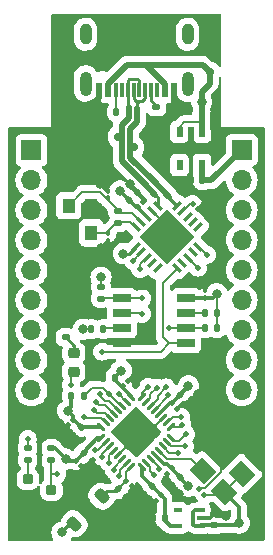
<source format=gbr>
%TF.GenerationSoftware,KiCad,Pcbnew,7.0.6*%
%TF.CreationDate,2023-07-23T20:03:58-07:00*%
%TF.ProjectId,iCEGenius,69434547-656e-4697-9573-2e6b69636164,rev?*%
%TF.SameCoordinates,Original*%
%TF.FileFunction,Copper,L1,Top*%
%TF.FilePolarity,Positive*%
%FSLAX46Y46*%
G04 Gerber Fmt 4.6, Leading zero omitted, Abs format (unit mm)*
G04 Created by KiCad (PCBNEW 7.0.6) date 2023-07-23 20:03:58*
%MOMM*%
%LPD*%
G01*
G04 APERTURE LIST*
G04 Aperture macros list*
%AMRoundRect*
0 Rectangle with rounded corners*
0 $1 Rounding radius*
0 $2 $3 $4 $5 $6 $7 $8 $9 X,Y pos of 4 corners*
0 Add a 4 corners polygon primitive as box body*
4,1,4,$2,$3,$4,$5,$6,$7,$8,$9,$2,$3,0*
0 Add four circle primitives for the rounded corners*
1,1,$1+$1,$2,$3*
1,1,$1+$1,$4,$5*
1,1,$1+$1,$6,$7*
1,1,$1+$1,$8,$9*
0 Add four rect primitives between the rounded corners*
20,1,$1+$1,$2,$3,$4,$5,0*
20,1,$1+$1,$4,$5,$6,$7,0*
20,1,$1+$1,$6,$7,$8,$9,0*
20,1,$1+$1,$8,$9,$2,$3,0*%
%AMRotRect*
0 Rectangle, with rotation*
0 The origin of the aperture is its center*
0 $1 length*
0 $2 width*
0 $3 Rotation angle, in degrees counterclockwise*
0 Add horizontal line*
21,1,$1,$2,0,0,$3*%
G04 Aperture macros list end*
%TA.AperFunction,ComponentPad*%
%ADD10R,1.700000X1.700000*%
%TD*%
%TA.AperFunction,ComponentPad*%
%ADD11O,1.700000X1.700000*%
%TD*%
%TA.AperFunction,SMDPad,CuDef*%
%ADD12RoundRect,0.135000X-0.185000X0.135000X-0.185000X-0.135000X0.185000X-0.135000X0.185000X0.135000X0*%
%TD*%
%TA.AperFunction,SMDPad,CuDef*%
%ADD13RoundRect,0.218750X-0.256250X0.218750X-0.256250X-0.218750X0.256250X-0.218750X0.256250X0.218750X0*%
%TD*%
%TA.AperFunction,SMDPad,CuDef*%
%ADD14RoundRect,0.140000X-0.021213X0.219203X-0.219203X0.021213X0.021213X-0.219203X0.219203X-0.021213X0*%
%TD*%
%TA.AperFunction,SMDPad,CuDef*%
%ADD15RoundRect,0.150000X-0.150000X-0.200000X0.150000X-0.200000X0.150000X0.200000X-0.150000X0.200000X0*%
%TD*%
%TA.AperFunction,SMDPad,CuDef*%
%ADD16RoundRect,0.062500X0.220971X0.309359X-0.309359X-0.220971X-0.220971X-0.309359X0.309359X0.220971X0*%
%TD*%
%TA.AperFunction,SMDPad,CuDef*%
%ADD17RoundRect,0.062500X-0.220971X0.309359X-0.309359X0.220971X0.220971X-0.309359X0.309359X-0.220971X0*%
%TD*%
%TA.AperFunction,SMDPad,CuDef*%
%ADD18RotRect,3.100000X3.100000X225.000000*%
%TD*%
%TA.AperFunction,SMDPad,CuDef*%
%ADD19R,1.100000X1.300000*%
%TD*%
%TA.AperFunction,SMDPad,CuDef*%
%ADD20RotRect,0.350000X0.850000X135.000000*%
%TD*%
%TA.AperFunction,SMDPad,CuDef*%
%ADD21RotRect,0.350000X0.850000X45.000000*%
%TD*%
%TA.AperFunction,SMDPad,CuDef*%
%ADD22RotRect,3.350000X3.350000X45.000000*%
%TD*%
%TA.AperFunction,SMDPad,CuDef*%
%ADD23RoundRect,0.100000X0.021213X0.162635X-0.162635X-0.021213X-0.021213X-0.162635X0.162635X0.021213X0*%
%TD*%
%TA.AperFunction,SMDPad,CuDef*%
%ADD24RoundRect,0.200000X-0.250000X-0.200000X0.250000X-0.200000X0.250000X0.200000X-0.250000X0.200000X0*%
%TD*%
%TA.AperFunction,SMDPad,CuDef*%
%ADD25R,0.650000X0.400000*%
%TD*%
%TA.AperFunction,SMDPad,CuDef*%
%ADD26RoundRect,0.135000X0.135000X0.185000X-0.135000X0.185000X-0.135000X-0.185000X0.135000X-0.185000X0*%
%TD*%
%TA.AperFunction,SMDPad,CuDef*%
%ADD27RoundRect,0.135000X-0.135000X-0.185000X0.135000X-0.185000X0.135000X0.185000X-0.135000X0.185000X0*%
%TD*%
%TA.AperFunction,SMDPad,CuDef*%
%ADD28R,1.525000X0.700000*%
%TD*%
%TA.AperFunction,SMDPad,CuDef*%
%ADD29RoundRect,0.100000X-0.021213X-0.162635X0.162635X0.021213X0.021213X0.162635X-0.162635X-0.021213X0*%
%TD*%
%TA.AperFunction,SMDPad,CuDef*%
%ADD30RoundRect,0.140000X-0.219203X-0.021213X-0.021213X-0.219203X0.219203X0.021213X0.021213X0.219203X0*%
%TD*%
%TA.AperFunction,SMDPad,CuDef*%
%ADD31RoundRect,0.100000X-0.100000X0.130000X-0.100000X-0.130000X0.100000X-0.130000X0.100000X0.130000X0*%
%TD*%
%TA.AperFunction,SMDPad,CuDef*%
%ADD32RoundRect,0.100000X-0.162635X0.021213X0.021213X-0.162635X0.162635X-0.021213X-0.021213X0.162635X0*%
%TD*%
%TA.AperFunction,SMDPad,CuDef*%
%ADD33R,0.600000X0.900000*%
%TD*%
%TA.AperFunction,SMDPad,CuDef*%
%ADD34RoundRect,0.135000X0.185000X-0.135000X0.185000X0.135000X-0.185000X0.135000X-0.185000X-0.135000X0*%
%TD*%
%TA.AperFunction,SMDPad,CuDef*%
%ADD35RoundRect,0.150000X0.150000X0.200000X-0.150000X0.200000X-0.150000X-0.200000X0.150000X-0.200000X0*%
%TD*%
%TA.AperFunction,SMDPad,CuDef*%
%ADD36RoundRect,0.140000X0.021213X-0.219203X0.219203X-0.021213X-0.021213X0.219203X-0.219203X0.021213X0*%
%TD*%
%TA.AperFunction,SMDPad,CuDef*%
%ADD37RoundRect,0.140000X0.140000X0.170000X-0.140000X0.170000X-0.140000X-0.170000X0.140000X-0.170000X0*%
%TD*%
%TA.AperFunction,SMDPad,CuDef*%
%ADD38RoundRect,0.100000X0.162635X-0.021213X-0.021213X0.162635X-0.162635X0.021213X0.021213X-0.162635X0*%
%TD*%
%TA.AperFunction,SMDPad,CuDef*%
%ADD39RoundRect,0.100000X0.100000X-0.130000X0.100000X0.130000X-0.100000X0.130000X-0.100000X-0.130000X0*%
%TD*%
%TA.AperFunction,SMDPad,CuDef*%
%ADD40RoundRect,0.140000X0.170000X-0.140000X0.170000X0.140000X-0.170000X0.140000X-0.170000X-0.140000X0*%
%TD*%
%TA.AperFunction,SMDPad,CuDef*%
%ADD41RoundRect,0.150000X0.200000X-0.150000X0.200000X0.150000X-0.200000X0.150000X-0.200000X-0.150000X0*%
%TD*%
%TA.AperFunction,SMDPad,CuDef*%
%ADD42R,0.600000X1.150000*%
%TD*%
%TA.AperFunction,SMDPad,CuDef*%
%ADD43R,0.300000X1.150000*%
%TD*%
%TA.AperFunction,ComponentPad*%
%ADD44O,1.000000X2.100000*%
%TD*%
%TA.AperFunction,ComponentPad*%
%ADD45O,1.000000X1.800000*%
%TD*%
%TA.AperFunction,SMDPad,CuDef*%
%ADD46RotRect,1.500000X1.700000X225.000000*%
%TD*%
%TA.AperFunction,SMDPad,CuDef*%
%ADD47RoundRect,0.140000X-0.140000X-0.170000X0.140000X-0.170000X0.140000X0.170000X-0.140000X0.170000X0*%
%TD*%
%TA.AperFunction,SMDPad,CuDef*%
%ADD48RoundRect,0.225000X-0.106066X0.424264X-0.424264X0.106066X0.106066X-0.424264X0.424264X-0.106066X0*%
%TD*%
%TA.AperFunction,ViaPad*%
%ADD49C,0.800000*%
%TD*%
%TA.AperFunction,ViaPad*%
%ADD50C,0.500000*%
%TD*%
%TA.AperFunction,Conductor*%
%ADD51C,0.500000*%
%TD*%
%TA.AperFunction,Conductor*%
%ADD52C,0.300000*%
%TD*%
%TA.AperFunction,Conductor*%
%ADD53C,0.250000*%
%TD*%
%TA.AperFunction,Conductor*%
%ADD54C,0.200000*%
%TD*%
%TA.AperFunction,Conductor*%
%ADD55C,0.550000*%
%TD*%
G04 APERTURE END LIST*
D10*
%TO.P,J3,1,Pin_1*%
%TO.N,+3V3*%
X164915000Y-88530000D03*
D11*
%TO.P,J3,2,Pin_2*%
%TO.N,IOL_2A*%
X164915000Y-91070000D03*
%TO.P,J3,3,Pin_3*%
%TO.N,IOL_2B*%
X164915000Y-93610000D03*
%TO.P,J3,4,Pin_4*%
%TO.N,IOT_52*%
X164915000Y-96150000D03*
%TO.P,J3,5,Pin_5*%
%TO.N,IOT_53*%
X164915000Y-98690000D03*
%TO.P,J3,6,Pin_6*%
%TO.N,IOT_50_GBIN1*%
X164915000Y-101230000D03*
%TO.P,J3,7,Pin_7*%
%TO.N,IOL_4A*%
X164915000Y-103770000D03*
%TO.P,J3,8,Pin_8*%
%TO.N,IOT_47*%
X164915000Y-106310000D03*
%TO.P,J3,9,Pin_9*%
%TO.N,IOT_45*%
X164915000Y-108850000D03*
%TO.P,J3,10,Pin_10*%
%TO.N,GND*%
X164915000Y-111390000D03*
%TD*%
D12*
%TO.P,R1,1*%
%TO.N,Net-(J1-CC1)*%
X157700000Y-84890000D03*
%TO.P,R1,2*%
%TO.N,GND*%
X157700000Y-85910000D03*
%TD*%
D13*
%TO.P,D5,1,K*%
%TO.N,Net-(D5-K)*%
X150700000Y-105712500D03*
%TO.P,D5,2,A*%
%TO.N,Net-(D5-A)*%
X150700000Y-107287500D03*
%TD*%
D14*
%TO.P,C14,1*%
%TO.N,+1V2*%
X157339411Y-116960589D03*
%TO.P,C14,2*%
%TO.N,GND*%
X156660589Y-117639411D03*
%TD*%
D15*
%TO.P,D2,1,A1*%
%TO.N,GND*%
X157200000Y-88300000D03*
%TO.P,D2,2,A2*%
%TO.N,USB_D-*%
X155800000Y-88300000D03*
%TD*%
D12*
%TO.P,R10,1*%
%TO.N,GND*%
X150000000Y-103377500D03*
%TO.P,R10,2*%
%TO.N,Net-(D5-K)*%
X150000000Y-104397500D03*
%TD*%
D16*
%TO.P,U4,1,IOL_2B*%
%TO.N,IOL_2B*%
X158961010Y-111952854D03*
%TO.P,U4,2,IOL_2A*%
%TO.N,IOL_2A*%
X158607456Y-111599301D03*
%TO.P,U4,3,GND*%
%TO.N,GND*%
X158253903Y-111245747D03*
%TO.P,U4,4,VCCIO_3*%
%TO.N,+3V3*%
X157900349Y-110892194D03*
%TO.P,U4,5,IOL_4A*%
%TO.N,IOL_4A*%
X157546796Y-110538641D03*
%TO.P,U4,6,IOL_4B_GBIN7*%
%TO.N,IOL_4B_GBIN7*%
X157193243Y-110185087D03*
%TO.P,U4,7,IOL_5B*%
%TO.N,IOL_5B*%
X156839689Y-109831534D03*
%TO.P,U4,8,IOL_5A_GBIN6*%
%TO.N,IOL_5A_GBIN6*%
X156486136Y-109477980D03*
D17*
%TO.P,U4,9,VCCIO_2*%
%TO.N,+3V3*%
X155513864Y-109477980D03*
%TO.P,U4,10,CRESET_B*%
%TO.N,CRESET_B*%
X155160311Y-109831534D03*
%TO.P,U4,11,CDONE*%
%TO.N,Net-(D5-A)*%
X154806757Y-110185087D03*
%TO.P,U4,12,IOB_24_SDO*%
%TO.N,MISO*%
X154453204Y-110538641D03*
%TO.P,U4,13,IOB_25_SDI*%
%TO.N,MOSI*%
X154099651Y-110892194D03*
%TO.P,U4,14,IOB_27_SS*%
%TO.N,SS*%
X153746097Y-111245747D03*
%TO.P,U4,15,IOB_26_SCK*%
%TO.N,SCK*%
X153392544Y-111599301D03*
%TO.P,U4,16,VCC_SPI*%
%TO.N,+3V3*%
X153038990Y-111952854D03*
D16*
%TO.P,U4,17,VCCIO_1*%
X153038990Y-112925126D03*
%TO.P,U4,18,IOR_34*%
%TO.N,IOR_34*%
X153392544Y-113278679D03*
%TO.P,U4,19,IOR_35_GBIN3*%
%TO.N,IOR_35_GBIN3*%
X153746097Y-113632233D03*
%TO.P,U4,20,IOR_36_GBIN2*%
%TO.N,IOR_36_GBIN2*%
X154099651Y-113985786D03*
%TO.P,U4,21,GND*%
%TO.N,GND*%
X154453204Y-114339339D03*
%TO.P,U4,22,IOR_38*%
%TO.N,IOR_38*%
X154806757Y-114692893D03*
%TO.P,U4,23,IOR_39*%
%TO.N,IOR_39*%
X155160311Y-115046446D03*
%TO.P,U4,24,VPP_2V5*%
%TO.N,+2V5*%
X155513864Y-115400000D03*
D17*
%TO.P,U4,25,VCC*%
%TO.N,+1V2*%
X156486136Y-115400000D03*
%TO.P,U4,26,IOT_45*%
%TO.N,IOT_45*%
X156839689Y-115046446D03*
%TO.P,U4,27,IOT_47*%
%TO.N,IOT_47*%
X157193243Y-114692893D03*
%TO.P,U4,28,VCCIO_0*%
%TO.N,+3V3*%
X157546796Y-114339339D03*
%TO.P,U4,29,IOT_49_GBIN0*%
%TO.N,/CLK_IN*%
X157900349Y-113985786D03*
%TO.P,U4,30,IOT_50_GBIN1*%
%TO.N,IOT_50_GBIN1*%
X158253903Y-113632233D03*
%TO.P,U4,31,IOT_53*%
%TO.N,IOT_53*%
X158607456Y-113278679D03*
%TO.P,U4,32,IOT_52*%
%TO.N,IOT_52*%
X158961010Y-112925126D03*
D18*
%TO.P,U4,33,EXP*%
%TO.N,GND*%
X156000000Y-112438990D03*
%TD*%
D14*
%TO.P,C18,1*%
%TO.N,+3V3*%
X159705096Y-116229117D03*
%TO.P,C18,2*%
%TO.N,GND*%
X159026274Y-116907939D03*
%TD*%
D19*
%TO.P,Y1,1,1*%
%TO.N,Net-(IC1-OSC2)*%
X152175000Y-95550000D03*
%TO.P,Y1,2,2*%
%TO.N,GND*%
X152175000Y-93250000D03*
%TO.P,Y1,3,3*%
%TO.N,Net-(IC1-OSC1)*%
X150275000Y-93250000D03*
%TO.P,Y1,4,4*%
%TO.N,GND*%
X150275000Y-95550000D03*
%TD*%
D20*
%TO.P,IC1,1,~{RST}*%
%TO.N,+5V*%
X155948350Y-96713173D03*
%TO.P,IC1,2,GP0*%
%TO.N,SS*%
X156407969Y-97172792D03*
%TO.P,IC1,3,GP1*%
%TO.N,CRESET_B_CTL*%
X156867588Y-97632412D03*
%TO.P,IC1,4,GP2*%
%TO.N,unconnected-(IC1-GP2-Pad4)*%
X157327208Y-98092031D03*
%TO.P,IC1,5,GP3*%
%TO.N,unconnected-(IC1-GP3-Pad5)*%
X157786827Y-98551650D03*
D21*
%TO.P,IC1,6,MOSI*%
%TO.N,MOSI*%
X159413173Y-98551650D03*
%TO.P,IC1,7,GP4*%
%TO.N,unconnected-(IC1-GP4-Pad7)*%
X159872792Y-98092031D03*
%TO.P,IC1,8,SCK*%
%TO.N,SCK*%
X160332412Y-97632412D03*
%TO.P,IC1,9,GP5*%
%TO.N,unconnected-(IC1-GP5-Pad9)*%
X160792031Y-97172792D03*
%TO.P,IC1,10,MISO*%
%TO.N,MISO*%
X161251650Y-96713173D03*
D20*
%TO.P,IC1,11,GP6*%
%TO.N,unconnected-(IC1-GP6-Pad11)*%
X161251650Y-95086827D03*
%TO.P,IC1,12,GP7*%
%TO.N,unconnected-(IC1-GP7-Pad12)*%
X160792031Y-94627208D03*
%TO.P,IC1,13,GP8*%
%TO.N,unconnected-(IC1-GP8-Pad13)*%
X160332412Y-94167588D03*
%TO.P,IC1,14,VUSB*%
%TO.N,Net-(IC1-VUSB)*%
X159872792Y-93707969D03*
%TO.P,IC1,15,D-*%
%TO.N,USB_D-*%
X159413173Y-93248350D03*
D21*
%TO.P,IC1,16,D+*%
%TO.N,USB_D+*%
X157786827Y-93248350D03*
%TO.P,IC1,17,VSS*%
%TO.N,GND*%
X157327208Y-93707969D03*
%TO.P,IC1,18,VDD*%
%TO.N,+5V*%
X156867588Y-94167588D03*
%TO.P,IC1,19,OSC1*%
%TO.N,Net-(IC1-OSC1)*%
X156407969Y-94627208D03*
%TO.P,IC1,20,OSC2*%
%TO.N,Net-(IC1-OSC2)*%
X155948350Y-95086827D03*
D22*
%TO.P,IC1,21,EP*%
%TO.N,GND*%
X158600000Y-95900000D03*
%TD*%
D23*
%TO.P,C15,1*%
%TO.N,+1V2*%
X158085409Y-117756084D03*
%TO.P,C15,2*%
%TO.N,GND*%
X157632861Y-118208632D03*
%TD*%
D24*
%TO.P,Q1,1,B*%
%TO.N,Net-(Q1-B)*%
X146800000Y-116400000D03*
%TO.P,Q1,2,E*%
%TO.N,GND*%
X146800000Y-118300000D03*
%TO.P,Q1,3,C*%
%TO.N,CRESET_B*%
X148800000Y-117350000D03*
%TD*%
D25*
%TO.P,U2,1,VIN*%
%TO.N,+3V3*%
X161450000Y-120350000D03*
%TO.P,U2,2,GND*%
%TO.N,GND*%
X161450000Y-119700000D03*
%TO.P,U2,3,EN*%
%TO.N,+3V3*%
X161450000Y-119050000D03*
%TO.P,U2,4,NC*%
%TO.N,unconnected-(U2-NC-Pad4)*%
X159550000Y-119050000D03*
%TO.P,U2,5,VOUT*%
%TO.N,+1V2*%
X159550000Y-120350000D03*
%TD*%
D26*
%TO.P,R4,1*%
%TO.N,+3V3*%
X162810000Y-102300000D03*
%TO.P,R4,2*%
%TO.N,Net-(U3-{slash}HOLD_(IO3))*%
X161790000Y-102300000D03*
%TD*%
D27*
%TO.P,R6,1*%
%TO.N,SCK*%
X161790000Y-103600000D03*
%TO.P,R6,2*%
%TO.N,+3V3*%
X162810000Y-103600000D03*
%TD*%
D26*
%TO.P,R2,1*%
%TO.N,Net-(J1-CC2)*%
X154310000Y-85300000D03*
%TO.P,R2,2*%
%TO.N,GND*%
X153290000Y-85300000D03*
%TD*%
D28*
%TO.P,U3,1,/CS*%
%TO.N,SS*%
X154788000Y-101095000D03*
%TO.P,U3,2,DO_(IO1)*%
%TO.N,MISO*%
X154788000Y-102365000D03*
%TO.P,U3,3,/WP_(IO2)*%
%TO.N,Net-(U3-{slash}WP_(IO2))*%
X154788000Y-103635000D03*
%TO.P,U3,4,GND*%
%TO.N,GND*%
X154788000Y-104905000D03*
%TO.P,U3,5,DI_(IO0)*%
%TO.N,MOSI*%
X160212000Y-104905000D03*
%TO.P,U3,6,CLK*%
%TO.N,SCK*%
X160212000Y-103635000D03*
%TO.P,U3,7,/HOLD_(IO3)*%
%TO.N,Net-(U3-{slash}HOLD_(IO3))*%
X160212000Y-102365000D03*
%TO.P,U3,8,VCC*%
%TO.N,+3V3*%
X160212000Y-101095000D03*
%TD*%
D29*
%TO.P,C25,1*%
%TO.N,+3V3*%
X154873726Y-108526274D03*
%TO.P,C25,2*%
%TO.N,GND*%
X155326274Y-108073726D03*
%TD*%
D30*
%TO.P,C16,1*%
%TO.N,+3V3*%
X151560589Y-114160589D03*
%TO.P,C16,2*%
%TO.N,GND*%
X152239411Y-114839411D03*
%TD*%
D14*
%TO.P,C24,1*%
%TO.N,+3V3*%
X151339411Y-111960589D03*
%TO.P,C24,2*%
%TO.N,GND*%
X150660589Y-112639411D03*
%TD*%
D26*
%TO.P,R8,1*%
%TO.N,Net-(D5-A)*%
X151519999Y-109400000D03*
%TO.P,R8,2*%
%TO.N,+3V3*%
X150499999Y-109400000D03*
%TD*%
D31*
%TO.P,C8,1*%
%TO.N,Net-(IC1-OSC2)*%
X153600000Y-95580000D03*
%TO.P,C8,2*%
%TO.N,GND*%
X153600000Y-96220000D03*
%TD*%
D32*
%TO.P,C9,1*%
%TO.N,Net-(IC1-VUSB)*%
X160773726Y-93073726D03*
%TO.P,C9,2*%
%TO.N,GND*%
X161226274Y-93526274D03*
%TD*%
D33*
%TO.P,U1,1,VIN*%
%TO.N,+5V*%
X161550000Y-87000000D03*
%TO.P,U1,2,GND*%
%TO.N,GND*%
X160600000Y-87000000D03*
%TO.P,U1,3,STBY*%
%TO.N,+5V*%
X159650000Y-87000000D03*
%TO.P,U1,4,N.C.*%
%TO.N,unconnected-(U1-N.C.-Pad4)*%
X159650000Y-89800000D03*
%TO.P,U1,5,VOUT*%
%TO.N,+3V3*%
X161550000Y-89800000D03*
%TD*%
D34*
%TO.P,R9,1*%
%TO.N,CRESET_B*%
X148800000Y-114810000D03*
%TO.P,R9,2*%
%TO.N,+3V3*%
X148800000Y-113790000D03*
%TD*%
D29*
%TO.P,C6,1*%
%TO.N,+5V*%
X156099516Y-93385409D03*
%TO.P,C6,2*%
%TO.N,GND*%
X156552064Y-92932861D03*
%TD*%
D32*
%TO.P,C13,1*%
%TO.N,+2V5*%
X155153554Y-116539340D03*
%TO.P,C13,2*%
%TO.N,GND*%
X155606102Y-116991888D03*
%TD*%
D23*
%TO.P,C23,1*%
%TO.N,+3V3*%
X150626274Y-111373726D03*
%TO.P,C23,2*%
%TO.N,GND*%
X150173726Y-111826274D03*
%TD*%
D35*
%TO.P,D4,1,A1*%
%TO.N,GND*%
X153000000Y-87400000D03*
%TO.P,D4,2,A2*%
%TO.N,USB_D+*%
X154400000Y-87400000D03*
%TD*%
D30*
%TO.P,C12,1*%
%TO.N,+2V5*%
X154460589Y-117260589D03*
%TO.P,C12,2*%
%TO.N,GND*%
X155139411Y-117939411D03*
%TD*%
D32*
%TO.P,C21,1*%
%TO.N,+3V3*%
X158973726Y-109973726D03*
%TO.P,C21,2*%
%TO.N,GND*%
X159426274Y-110426274D03*
%TD*%
D36*
%TO.P,C5,1*%
%TO.N,+5V*%
X155360589Y-92739411D03*
%TO.P,C5,2*%
%TO.N,GND*%
X156039411Y-92060589D03*
%TD*%
D37*
%TO.P,C22,1*%
%TO.N,+3V3*%
X154160000Y-107800000D03*
%TO.P,C22,2*%
%TO.N,GND*%
X153200000Y-107800000D03*
%TD*%
D38*
%TO.P,C11,1*%
%TO.N,+3V3*%
X161726274Y-117726274D03*
%TO.P,C11,2*%
%TO.N,GND*%
X161273726Y-117273726D03*
%TD*%
D39*
%TO.P,C7,1*%
%TO.N,Net-(IC1-OSC1)*%
X153600000Y-92620000D03*
%TO.P,C7,2*%
%TO.N,GND*%
X153600000Y-91980000D03*
%TD*%
D27*
%TO.P,R5,1*%
%TO.N,+3V3*%
X152190000Y-103700000D03*
%TO.P,R5,2*%
%TO.N,Net-(U3-{slash}WP_(IO2))*%
X153210000Y-103700000D03*
%TD*%
D40*
%TO.P,C3,1*%
%TO.N,+3V3*%
X162600000Y-120300000D03*
%TO.P,C3,2*%
%TO.N,GND*%
X162600000Y-119340000D03*
%TD*%
D10*
%TO.P,J2,1,Pin_1*%
%TO.N,+3V3*%
X147115000Y-88550000D03*
D11*
%TO.P,J2,2,Pin_2*%
%TO.N,IOL_4B_GBIN7*%
X147115000Y-91090000D03*
%TO.P,J2,3,Pin_3*%
%TO.N,IOL_5B*%
X147115000Y-93630000D03*
%TO.P,J2,4,Pin_4*%
%TO.N,IOL_5A_GBIN6*%
X147115000Y-96170000D03*
%TO.P,J2,5,Pin_5*%
%TO.N,IOR_34*%
X147115000Y-98710000D03*
%TO.P,J2,6,Pin_6*%
%TO.N,IOR_35_GBIN3*%
X147115000Y-101250000D03*
%TO.P,J2,7,Pin_7*%
%TO.N,IOR_36_GBIN2*%
X147115000Y-103790000D03*
%TO.P,J2,8,Pin_8*%
%TO.N,IOR_38*%
X147115000Y-106330000D03*
%TO.P,J2,9,Pin_9*%
%TO.N,IOR_39*%
X147115000Y-108870000D03*
%TO.P,J2,10,Pin_10*%
%TO.N,GND*%
X147115000Y-111410000D03*
%TD*%
D41*
%TO.P,D3,1,A1*%
%TO.N,GND*%
X162200000Y-80500000D03*
%TO.P,D3,2,A2*%
%TO.N,+5V*%
X162200000Y-81900000D03*
%TD*%
D39*
%TO.P,C10,1*%
%TO.N,+3V3*%
X161800000Y-101020000D03*
%TO.P,C10,2*%
%TO.N,GND*%
X161800000Y-100380000D03*
%TD*%
D37*
%TO.P,C2,1*%
%TO.N,+3V3*%
X161580000Y-91100000D03*
%TO.P,C2,2*%
%TO.N,GND*%
X160620000Y-91100000D03*
%TD*%
D42*
%TO.P,J1,A1,GND*%
%TO.N,GND*%
X159210000Y-83475000D03*
%TO.P,J1,A4,VBUS*%
%TO.N,+5V*%
X158410000Y-83475000D03*
D43*
%TO.P,J1,A5,CC1*%
%TO.N,Net-(J1-CC1)*%
X157260000Y-83475000D03*
%TO.P,J1,A6,D+*%
%TO.N,USB_D+*%
X156260000Y-83475000D03*
%TO.P,J1,A7,D-*%
%TO.N,USB_D-*%
X155760000Y-83475000D03*
%TO.P,J1,A8,SBU1*%
%TO.N,unconnected-(J1-SBU1-PadA8)*%
X154760000Y-83475000D03*
D42*
%TO.P,J1,A9,VBUS*%
%TO.N,+5V*%
X153610000Y-83475000D03*
%TO.P,J1,A12,GND*%
%TO.N,GND*%
X152810000Y-83475000D03*
%TO.P,J1,B1,GND*%
X152810000Y-83475000D03*
%TO.P,J1,B4,VBUS*%
%TO.N,+5V*%
X153610000Y-83475000D03*
D43*
%TO.P,J1,B5,CC2*%
%TO.N,Net-(J1-CC2)*%
X154260000Y-83475000D03*
%TO.P,J1,B6,D+*%
%TO.N,USB_D+*%
X155260000Y-83475000D03*
%TO.P,J1,B7,D-*%
%TO.N,USB_D-*%
X156760000Y-83475000D03*
%TO.P,J1,B8,SBU2*%
%TO.N,unconnected-(J1-SBU2-PadB8)*%
X157760000Y-83475000D03*
D42*
%TO.P,J1,B9,VBUS*%
%TO.N,+5V*%
X158410000Y-83475000D03*
%TO.P,J1,B12,GND*%
%TO.N,GND*%
X159210000Y-83475000D03*
D44*
%TO.P,J1,S1,SHIELD*%
%TO.N,unconnected-(J1-SHIELD-PadS1)*%
X160330000Y-82900000D03*
D45*
X160330000Y-78720000D03*
D44*
X151690000Y-82900000D03*
D45*
X151690000Y-78720000D03*
%TD*%
D32*
%TO.P,C17,1*%
%TO.N,+3V3*%
X150873726Y-114873726D03*
%TO.P,C17,2*%
%TO.N,GND*%
X151326274Y-115326274D03*
%TD*%
D46*
%TO.P,Y2,1,TRI-STATE*%
%TO.N,+3V3*%
X164975843Y-115920208D03*
%TO.P,Y2,2,GND*%
%TO.N,GND*%
X163179792Y-114124157D03*
%TO.P,Y2,3,OUTPUT*%
%TO.N,/CLK_IN*%
X161624157Y-115679792D03*
%TO.P,Y2,4,VDD*%
%TO.N,+3V3*%
X163420208Y-117475843D03*
%TD*%
D47*
%TO.P,C1,1*%
%TO.N,+5V*%
X161520000Y-85600000D03*
%TO.P,C1,2*%
%TO.N,GND*%
X162480000Y-85600000D03*
%TD*%
D34*
%TO.P,R7,1*%
%TO.N,SS*%
X153000000Y-101110000D03*
%TO.P,R7,2*%
%TO.N,+3V3*%
X153000000Y-100090000D03*
%TD*%
%TO.P,R11,1*%
%TO.N,Net-(Q1-B)*%
X146800000Y-114760000D03*
%TO.P,R11,2*%
%TO.N,CRESET_B_CTL*%
X146800000Y-113740000D03*
%TD*%
D48*
%TO.P,D1,1,K*%
%TO.N,+2V5*%
X153066726Y-117833274D03*
%TO.P,D1,2,A*%
%TO.N,+3V3*%
X150733274Y-120166726D03*
%TD*%
D37*
%TO.P,C4,1*%
%TO.N,+1V2*%
X158380000Y-119700000D03*
%TO.P,C4,2*%
%TO.N,GND*%
X157420000Y-119700000D03*
%TD*%
D30*
%TO.P,C20,1*%
%TO.N,+3V3*%
X159660589Y-109260589D03*
%TO.P,C20,2*%
%TO.N,GND*%
X160339411Y-109939411D03*
%TD*%
D34*
%TO.P,R3,1*%
%TO.N,Net-(IC1-OSC2)*%
X154400000Y-94710000D03*
%TO.P,R3,2*%
%TO.N,Net-(IC1-OSC1)*%
X154400000Y-93690000D03*
%TD*%
D23*
%TO.P,C19,1*%
%TO.N,+3V3*%
X159026274Y-115493726D03*
%TO.P,C19,2*%
%TO.N,GND*%
X158573726Y-115946274D03*
%TD*%
D49*
%TO.N,+5V*%
X154600000Y-92000000D03*
X154900000Y-97300000D03*
X161520000Y-84455000D03*
%TO.N,GND*%
X163600000Y-119500000D03*
X151900000Y-84900000D03*
X151400000Y-97899999D03*
X151400000Y-99900000D03*
X156500000Y-119900000D03*
X164700000Y-113600000D03*
X153000000Y-96869500D03*
X155800000Y-78800000D03*
X159400000Y-91200000D03*
X152900000Y-91400000D03*
X157800001Y-78800000D03*
X150100000Y-88800000D03*
X158600000Y-95900000D03*
X150300000Y-96900000D03*
X153799999Y-78800000D03*
D50*
X161700000Y-93000000D03*
D49*
X151400000Y-101900001D03*
X153300000Y-94300000D03*
X161200000Y-109200000D03*
X156300000Y-107300000D03*
X153200000Y-106900000D03*
D50*
X149700000Y-112600000D03*
D49*
X156550000Y-118650000D03*
X149700000Y-80500000D03*
X150100000Y-84800000D03*
X150000000Y-102400000D03*
X151900000Y-87400000D03*
X149700000Y-78500000D03*
X160600000Y-88400000D03*
X155431635Y-91368365D03*
X146800000Y-119300000D03*
X162200000Y-79400000D03*
D50*
X152200000Y-115700000D03*
D49*
X154300000Y-119700000D03*
X149700000Y-82500000D03*
X159641121Y-117650468D03*
X150100000Y-86800000D03*
X146000000Y-120600000D03*
X156000000Y-112438990D03*
X163000000Y-87300000D03*
X157300000Y-87100000D03*
X159600000Y-84800000D03*
%TO.N,+3V3*%
X160400000Y-108500000D03*
X164700000Y-120100000D03*
X150000000Y-114700000D03*
X154700000Y-107200000D03*
X151500000Y-103700000D03*
X153000000Y-99300000D03*
X160400000Y-117000000D03*
X149700000Y-120900000D03*
X150200000Y-110600000D03*
X162800500Y-100700000D03*
D50*
%TO.N,SS*%
X152397937Y-110576525D03*
X156500000Y-101100000D03*
X155700000Y-97900000D03*
%TO.N,CRESET_B_CTL*%
X146800000Y-113000000D03*
X156300000Y-98600000D03*
%TO.N,IOL_4B_GBIN7*%
X158533627Y-108620571D03*
%TO.N,IOL_5A_GBIN6*%
X157003934Y-108596040D03*
%TO.N,IOT_50_GBIN1*%
X159500000Y-114149500D03*
%TO.N,MOSI*%
X152600000Y-109900000D03*
X153100000Y-105600000D03*
%TO.N,IOR_36_GBIN2*%
X153700000Y-115000000D03*
%TO.N,IOR_35_GBIN3*%
X153100000Y-114500000D03*
%TO.N,IOL_2A*%
X159800000Y-111100000D03*
%TO.N,IOL_2B*%
X159900000Y-111800000D03*
%TO.N,IOR_34*%
X152500000Y-113900000D03*
%TO.N,IOR_38*%
X154059891Y-115599818D03*
%TO.N,IOR_39*%
X154496826Y-116146070D03*
%TO.N,IOT_45*%
X157480298Y-116059602D03*
%TO.N,IOT_47*%
X157900000Y-115500000D03*
%TO.N,IOT_52*%
X160200000Y-112600000D03*
%TO.N,IOT_53*%
X160100000Y-113600000D03*
%TO.N,IOL_4A*%
X158700000Y-109300000D03*
%TO.N,IOL_5B*%
X157738543Y-108638543D03*
%TO.N,CRESET_B*%
X149300000Y-116000000D03*
X154500000Y-109200000D03*
%TO.N,SCK*%
X161200000Y-98500000D03*
X151600000Y-111100000D03*
X158800000Y-103600000D03*
%TO.N,MISO*%
X156500000Y-102400000D03*
X152900497Y-109200000D03*
X162000000Y-97400000D03*
%TO.N,Net-(D5-A)*%
X153638804Y-109160489D03*
X150450500Y-108400000D03*
%TD*%
D51*
%TO.N,+5V*%
X156810051Y-81300000D02*
X158410000Y-82899949D01*
X153610000Y-82899949D02*
X155209949Y-81300000D01*
D52*
X155989411Y-93289411D02*
X156867588Y-94167588D01*
D51*
X156810051Y-81300000D02*
X161600000Y-81300000D01*
D53*
X156006587Y-93385409D02*
X155910589Y-93289411D01*
X153610000Y-83475000D02*
X153610000Y-82899949D01*
X155910589Y-93289411D02*
X155989411Y-93289411D01*
D51*
X161550000Y-86200000D02*
X161550000Y-85730000D01*
D53*
X154900000Y-97300000D02*
X155361523Y-97300000D01*
D52*
X154621178Y-92000000D02*
X155360589Y-92739411D01*
D51*
X161600000Y-81300000D02*
X162200000Y-81900000D01*
X162200000Y-82900000D02*
X162200000Y-81900000D01*
X161550000Y-85730000D02*
X161520000Y-85700000D01*
D53*
X158410000Y-82899949D02*
X158410000Y-83475000D01*
D54*
X159650000Y-87000000D02*
X159650000Y-86600000D01*
D51*
X161520000Y-84455000D02*
X161520000Y-85700000D01*
X155209949Y-81300000D02*
X156810051Y-81300000D01*
D53*
X156099516Y-93385409D02*
X156006587Y-93385409D01*
D51*
X161550000Y-87000000D02*
X161550000Y-86200000D01*
D54*
X160050000Y-86200000D02*
X161550000Y-86200000D01*
D52*
X155910589Y-93289411D02*
X155360589Y-92739411D01*
D51*
X161520000Y-83580000D02*
X162200000Y-82900000D01*
D53*
X154600000Y-92000000D02*
X154621178Y-92000000D01*
D51*
X161520000Y-84455000D02*
X161520000Y-83580000D01*
D53*
X155361523Y-97300000D02*
X155948350Y-96713173D01*
D54*
X159650000Y-86600000D02*
X160050000Y-86200000D01*
D52*
%TO.N,GND*%
X159426274Y-110426274D02*
X159913137Y-109939411D01*
D51*
X152400000Y-84500000D02*
X152810000Y-84090000D01*
D52*
X152239411Y-115660589D02*
X152239411Y-114839411D01*
D51*
X153290000Y-85300000D02*
X153200000Y-85300000D01*
D52*
X152200000Y-115700000D02*
X151826274Y-115326274D01*
D54*
X156000000Y-112438990D02*
X156000000Y-112792543D01*
D51*
X162480000Y-86780000D02*
X163000000Y-87300000D01*
X157700000Y-86700000D02*
X157300000Y-87100000D01*
D52*
X150173726Y-112126274D02*
X149700000Y-112600000D01*
X155839411Y-117939411D02*
X155139411Y-117939411D01*
X156500000Y-119900000D02*
X156700000Y-119700000D01*
D51*
X152250000Y-93250000D02*
X153300000Y-94300000D01*
D52*
X150173726Y-111826274D02*
X150173726Y-112126274D01*
X158573726Y-115946274D02*
X158573726Y-116455391D01*
D54*
X156550000Y-118650000D02*
X156660589Y-118539411D01*
D51*
X157200000Y-87200000D02*
X157300000Y-87100000D01*
D52*
X160860589Y-109939411D02*
X161200000Y-109600000D01*
X153220000Y-107800000D02*
X153220000Y-106920000D01*
X151826274Y-115326274D02*
X151326274Y-115326274D01*
D53*
X153480000Y-91980000D02*
X152900000Y-91400000D01*
D51*
X164175843Y-114124157D02*
X164700000Y-113600000D01*
X160620000Y-91100000D02*
X159500000Y-91100000D01*
X159210000Y-84410000D02*
X159600000Y-84800000D01*
D52*
X150660589Y-112639411D02*
X149739411Y-112639411D01*
X156550000Y-118650000D02*
X155606102Y-117706102D01*
D51*
X157200000Y-88300000D02*
X157200000Y-87200000D01*
D52*
X161700000Y-93052548D02*
X161226274Y-93526274D01*
D51*
X162200000Y-80500000D02*
X162200000Y-79400000D01*
D52*
X155726274Y-107873726D02*
X156300000Y-107300000D01*
X156700000Y-119700000D02*
X157420000Y-119700000D01*
X156552064Y-92932861D02*
X156552064Y-92573242D01*
X162240000Y-119700000D02*
X162600000Y-119340000D01*
D51*
X154795000Y-104905000D02*
X154800000Y-104900000D01*
D52*
X161450000Y-119700000D02*
X162240000Y-119700000D01*
D54*
X157327208Y-93707969D02*
X158600000Y-94980761D01*
D52*
X159913137Y-109939411D02*
X160860589Y-109939411D01*
D54*
X161200000Y-109600000D02*
X161200000Y-109200000D01*
X161273726Y-117273726D02*
X161436289Y-117111163D01*
X157060660Y-112438990D02*
X158253903Y-111245747D01*
D52*
X156552064Y-92573242D02*
X156039411Y-92060589D01*
D51*
X162480000Y-85600000D02*
X162480000Y-86780000D01*
D53*
X156039411Y-91976141D02*
X156039411Y-92060589D01*
D54*
X161700000Y-93000000D02*
X161700000Y-93052548D01*
D52*
X156991368Y-118208632D02*
X157632861Y-118208632D01*
D54*
X156000000Y-112792543D02*
X154453204Y-114339339D01*
D51*
X157700000Y-85910000D02*
X157700000Y-86700000D01*
X159210000Y-83475000D02*
X159210000Y-84410000D01*
X152300000Y-84500000D02*
X152400000Y-84500000D01*
D52*
X155526274Y-107873726D02*
X155726274Y-107873726D01*
X153600000Y-96269500D02*
X153600000Y-96220000D01*
D54*
X159026274Y-116907939D02*
X159026274Y-117035621D01*
D51*
X151900000Y-84900000D02*
X152300000Y-84500000D01*
X152810000Y-84090000D02*
X152810000Y-83475000D01*
D52*
X156550000Y-118650000D02*
X155839411Y-117939411D01*
D51*
X160600000Y-87000000D02*
X160600000Y-88400000D01*
D53*
X153600000Y-91980000D02*
X153480000Y-91980000D01*
D51*
X153000000Y-87400000D02*
X151900000Y-87400000D01*
D52*
X160339411Y-109939411D02*
X160860589Y-109939411D01*
X156660589Y-118539411D02*
X156660589Y-117639411D01*
D54*
X161819134Y-117111163D02*
X163179792Y-115750505D01*
X153220000Y-106920000D02*
X153200000Y-106900000D01*
X158600000Y-94980761D02*
X158600000Y-95900000D01*
D52*
X156550000Y-118650000D02*
X156991368Y-118208632D01*
D54*
X161436289Y-117111163D02*
X161819134Y-117111163D01*
D51*
X153200000Y-85300000D02*
X152400000Y-84500000D01*
X152175000Y-93250000D02*
X152250000Y-93250000D01*
D54*
X152200000Y-115700000D02*
X152239411Y-115660589D01*
D52*
X159026274Y-117035621D02*
X159641121Y-117650468D01*
X162760000Y-119500000D02*
X162600000Y-119340000D01*
X153000000Y-96869500D02*
X153600000Y-96269500D01*
X158573726Y-116455391D02*
X159026274Y-116907939D01*
D51*
X154788000Y-104905000D02*
X154795000Y-104905000D01*
D52*
X163600000Y-119500000D02*
X162760000Y-119500000D01*
D54*
X163179792Y-115750505D02*
X163179792Y-114124157D01*
X156000000Y-112438990D02*
X157060660Y-112438990D01*
X149739411Y-112639411D02*
X149700000Y-112600000D01*
D52*
X155606102Y-117706102D02*
X155606102Y-116991888D01*
X146800000Y-118300000D02*
X146800000Y-119300000D01*
X150000000Y-103377500D02*
X150000000Y-102400000D01*
D51*
X150275000Y-96875000D02*
X150300000Y-96900000D01*
D52*
X155431635Y-91368365D02*
X156039411Y-91976141D01*
D51*
X163179792Y-114124157D02*
X164175843Y-114124157D01*
X150275000Y-95550000D02*
X150275000Y-96875000D01*
X159500000Y-91100000D02*
X159400000Y-91200000D01*
D52*
%TO.N,+3V3*%
X150626274Y-111026274D02*
X150200000Y-110600000D01*
D54*
X163169777Y-117726274D02*
X163420208Y-117475843D01*
D52*
X162600000Y-120300000D02*
X161500000Y-120300000D01*
D51*
X161550000Y-91070000D02*
X161580000Y-91100000D01*
D52*
X152697056Y-112925126D02*
X153038990Y-112925126D01*
D54*
X158818817Y-109973726D02*
X158973726Y-109973726D01*
X162800000Y-103590000D02*
X162810000Y-103600000D01*
D52*
X150873726Y-114873726D02*
X150173726Y-114873726D01*
D54*
X162800000Y-100700500D02*
X162800000Y-103590000D01*
D52*
X150173726Y-114873726D02*
X150000000Y-114700000D01*
D54*
X150626274Y-111373726D02*
X150752548Y-111373726D01*
D52*
X160925000Y-120350000D02*
X160825000Y-120250000D01*
X164700000Y-118755635D02*
X163420208Y-117475843D01*
X164700000Y-120100000D02*
X164700000Y-118755635D01*
D54*
X151560589Y-114160589D02*
X151560589Y-114061593D01*
X152190000Y-103700000D02*
X151500000Y-103700000D01*
D52*
X157546796Y-114339339D02*
X158306957Y-115099500D01*
D51*
X162345000Y-91100000D02*
X164915000Y-88530000D01*
D52*
X158973726Y-109947452D02*
X159660589Y-109260589D01*
X150233274Y-120366726D02*
X150933274Y-120366726D01*
X150499999Y-109400000D02*
X150499999Y-110300001D01*
D54*
X161725000Y-101095000D02*
X161800000Y-101020000D01*
X153031255Y-111960589D02*
X153038990Y-111952854D01*
X158973726Y-109973726D02*
X158973726Y-109947452D01*
X164975843Y-115920208D02*
X163420208Y-117475843D01*
D52*
X151339411Y-111960589D02*
X153031255Y-111960589D01*
X148800000Y-113790000D02*
X149090000Y-113790000D01*
X162800500Y-100700000D02*
X162480500Y-101020000D01*
X150499999Y-110300001D02*
X150200000Y-110600000D01*
D54*
X161500000Y-120300000D02*
X161450000Y-120350000D01*
D52*
X149090000Y-113790000D02*
X150000000Y-114700000D01*
X154180000Y-108031471D02*
X155513864Y-109365335D01*
X160212000Y-101095000D02*
X161725000Y-101095000D01*
X160400000Y-117000000D02*
X159705096Y-116305096D01*
D54*
X159705096Y-116305096D02*
X159705096Y-116229117D01*
D52*
X157900349Y-110892194D02*
X158818817Y-109973726D01*
D54*
X150873726Y-114873726D02*
X150873726Y-114847452D01*
D51*
X161580000Y-91100000D02*
X162345000Y-91100000D01*
D52*
X161450000Y-120350000D02*
X160925000Y-120350000D01*
X149700000Y-120900000D02*
X150233274Y-120366726D01*
X164700000Y-120100000D02*
X164500000Y-120300000D01*
X158306957Y-115099500D02*
X158575479Y-115099500D01*
X160825000Y-120250000D02*
X160825000Y-119150000D01*
X158575479Y-115099500D02*
X159705096Y-116229117D01*
D51*
X161550000Y-89800000D02*
X161550000Y-91070000D01*
D52*
X154700000Y-107200000D02*
X154180000Y-107720000D01*
X162480500Y-101020000D02*
X161800000Y-101020000D01*
D54*
X162800500Y-100700000D02*
X162800000Y-100700500D01*
D52*
X150873726Y-114847452D02*
X151560589Y-114160589D01*
X154180000Y-107720000D02*
X154180000Y-108031471D01*
X150626274Y-111373726D02*
X150626274Y-111026274D01*
D54*
X161726274Y-117726274D02*
X163169777Y-117726274D01*
X153000000Y-100090000D02*
X153000000Y-99300000D01*
D52*
X160925000Y-119050000D02*
X161450000Y-119050000D01*
X159660589Y-109239411D02*
X160400000Y-108500000D01*
D54*
X159660589Y-109260589D02*
X159660589Y-109239411D01*
D52*
X155513864Y-109365335D02*
X155513864Y-109477980D01*
X160825000Y-119150000D02*
X160925000Y-119050000D01*
X151560589Y-114061593D02*
X152697056Y-112925126D01*
X150752548Y-111373726D02*
X151339411Y-111960589D01*
X164500000Y-120300000D02*
X162600000Y-120300000D01*
%TO.N,+1V2*%
X156486136Y-116107314D02*
X156486136Y-115400000D01*
D54*
X158085409Y-117756084D02*
X158085409Y-117706587D01*
D52*
X158280000Y-117950675D02*
X158085409Y-117756084D01*
X158085409Y-117706587D02*
X157339411Y-116960589D01*
X158380000Y-119700000D02*
X158380000Y-119880000D01*
X158850000Y-120350000D02*
X159550000Y-120350000D01*
X157339411Y-116960589D02*
X156486136Y-116107314D01*
X158380000Y-118050675D02*
X158280000Y-117950675D01*
X158380000Y-119880000D02*
X158850000Y-120350000D01*
X158380000Y-119700000D02*
X158380000Y-118050675D01*
D54*
%TO.N,Net-(IC1-OSC1)*%
X156407969Y-94627208D02*
X155620761Y-93840000D01*
X152890684Y-92100000D02*
X151425000Y-92100000D01*
X155620761Y-93840000D02*
X154550000Y-93840000D01*
X154400000Y-93690000D02*
X154400000Y-93609316D01*
X154550000Y-93840000D02*
X154400000Y-93690000D01*
X151425000Y-92100000D02*
X150275000Y-93250000D01*
X154400000Y-93609316D02*
X152890684Y-92100000D01*
%TO.N,Net-(IC1-OSC2)*%
X152175000Y-95550000D02*
X153435000Y-95550000D01*
X153435000Y-95550000D02*
X154125000Y-94860000D01*
X155461523Y-94600000D02*
X155948350Y-95086827D01*
X154385000Y-94600000D02*
X155461523Y-94600000D01*
X154125000Y-94860000D02*
X154385000Y-94600000D01*
%TO.N,Net-(IC1-VUSB)*%
X160507035Y-93073726D02*
X160773726Y-93073726D01*
X159872792Y-93707969D02*
X160507035Y-93073726D01*
%TO.N,+2V5*%
X154460589Y-117232305D02*
X155153554Y-116539340D01*
D53*
X153066726Y-117833274D02*
X153500000Y-117400000D01*
X153500000Y-117400000D02*
X154321178Y-117400000D01*
D54*
X155153554Y-115760310D02*
X155513864Y-115400000D01*
X154460589Y-117260589D02*
X154460589Y-117232305D01*
D53*
X154321178Y-117400000D02*
X154460589Y-117260589D01*
D54*
X155153554Y-116539340D02*
X155153554Y-115760310D01*
D53*
%TO.N,USB_D-*%
X156760000Y-84140000D02*
X156760000Y-83475000D01*
X158800000Y-92635177D02*
X158800000Y-92500000D01*
X155760000Y-83475000D02*
X155760000Y-84190000D01*
X156300000Y-84400000D02*
X156500000Y-84400000D01*
X156200000Y-84400000D02*
X156020000Y-84580000D01*
X155760000Y-84190000D02*
X155970000Y-84400000D01*
X155970000Y-84400000D02*
X156300000Y-84400000D01*
X159413173Y-93248350D02*
X158800000Y-92635177D01*
X156500000Y-84400000D02*
X156200000Y-84400000D01*
D55*
X155470000Y-86710000D02*
X155470000Y-89170000D01*
X156020000Y-84980000D02*
X156020000Y-86160000D01*
X156020000Y-86160000D02*
X155470000Y-86710000D01*
D53*
X156020000Y-84580000D02*
X156020000Y-84980000D01*
D55*
X155470000Y-89170000D02*
X157400000Y-91100000D01*
X157400000Y-91100000D02*
X158800000Y-92500000D01*
D53*
X156500000Y-84400000D02*
X156760000Y-84140000D01*
%TO.N,USB_D+*%
X156260000Y-82650000D02*
X156260000Y-83475000D01*
D55*
X154800000Y-89500000D02*
X154800000Y-86400000D01*
D53*
X156110000Y-82500000D02*
X156260000Y-82650000D01*
X155350000Y-84850000D02*
X155260000Y-84760000D01*
D55*
X156600000Y-91300000D02*
X154800000Y-89500000D01*
D53*
X157786827Y-93248350D02*
X157786827Y-92486827D01*
D55*
X154800000Y-86400000D02*
X155350000Y-85850000D01*
X155350000Y-85850000D02*
X155350000Y-84850000D01*
X156600000Y-91300000D02*
X157600000Y-92300000D01*
D53*
X155400000Y-82500000D02*
X156110000Y-82500000D01*
X155260000Y-83475000D02*
X155260000Y-82640000D01*
X155260000Y-82640000D02*
X155400000Y-82500000D01*
X157786827Y-92486827D02*
X157600000Y-92300000D01*
X155260000Y-84760000D02*
X155260000Y-83475000D01*
D54*
%TO.N,SS*%
X153015000Y-101095000D02*
X153000000Y-101110000D01*
X153321726Y-110821376D02*
X152642788Y-110821376D01*
X156500000Y-101100000D02*
X154793000Y-101100000D01*
X154788000Y-101095000D02*
X153015000Y-101095000D01*
X156407969Y-97192031D02*
X155700000Y-97900000D01*
X152642788Y-110821376D02*
X152397937Y-110576525D01*
X153746097Y-111245747D02*
X153321726Y-110821376D01*
X156407969Y-97172792D02*
X156407969Y-97192031D01*
X154793000Y-101100000D02*
X154788000Y-101095000D01*
%TO.N,CRESET_B_CTL*%
X156300000Y-98200000D02*
X156300000Y-98600000D01*
X156867588Y-97632412D02*
X156300000Y-98200000D01*
X146800000Y-113000000D02*
X146800000Y-113740000D01*
%TO.N,IOL_4B_GBIN7*%
X157800000Y-109354198D02*
X157800000Y-109578330D01*
X157800000Y-109578330D02*
X157193243Y-110185087D01*
X158533627Y-108620571D02*
X157800000Y-109354198D01*
%TO.N,IOL_5A_GBIN6*%
X156486136Y-109113838D02*
X156486136Y-109477980D01*
X157003934Y-108596040D02*
X156486136Y-109113838D01*
%TO.N,IOT_50_GBIN1*%
X158771170Y-114149500D02*
X159500000Y-114149500D01*
X158253903Y-113632233D02*
X158771170Y-114149500D01*
%TO.N,MOSI*%
X160207000Y-104900000D02*
X160212000Y-104905000D01*
X159413173Y-98551650D02*
X159413173Y-98586827D01*
X158250000Y-104400500D02*
X158749500Y-104900000D01*
X152856902Y-110156902D02*
X153364359Y-110156902D01*
X158250000Y-99750000D02*
X158250000Y-104400500D01*
X152600000Y-109900000D02*
X152856902Y-110156902D01*
X158900000Y-99100000D02*
X158250000Y-99750000D01*
X158049500Y-105600000D02*
X158749500Y-104900000D01*
X153100000Y-105600000D02*
X158049500Y-105600000D01*
X158700000Y-104900000D02*
X158749500Y-104900000D01*
X158700000Y-104900000D02*
X160207000Y-104900000D01*
X159413173Y-98586827D02*
X158900000Y-99100000D01*
X153357457Y-110150000D02*
X154099651Y-110892194D01*
%TO.N,IOR_36_GBIN2*%
X153700000Y-114385437D02*
X153700000Y-115000000D01*
X154099651Y-113985786D02*
X153700000Y-114385437D01*
%TO.N,IOR_35_GBIN3*%
X153746097Y-113632233D02*
X153100000Y-114278330D01*
X153100000Y-114278330D02*
X153100000Y-114500000D01*
%TO.N,IOL_2A*%
X158607456Y-111599301D02*
X159106757Y-111100000D01*
X159106757Y-111100000D02*
X159800000Y-111100000D01*
%TO.N,IOL_2B*%
X158961010Y-111952854D02*
X159747146Y-111952854D01*
X159747146Y-111952854D02*
X159900000Y-111800000D01*
%TO.N,IOR_34*%
X153392544Y-113278679D02*
X152771223Y-113900000D01*
X152771223Y-113900000D02*
X152500000Y-113900000D01*
%TO.N,IOR_38*%
X154806757Y-114692893D02*
X154059891Y-115439759D01*
X154059891Y-115439759D02*
X154059891Y-115599818D01*
%TO.N,IOR_39*%
X154496826Y-116034586D02*
X154609891Y-115921521D01*
X154609891Y-115596866D02*
X155160311Y-115046446D01*
X154609891Y-115921521D02*
X154609891Y-115596866D01*
X154496826Y-116146070D02*
X154496826Y-116034586D01*
%TO.N,IOT_45*%
X157157994Y-115364751D02*
X156839689Y-115046446D01*
X157480298Y-116059602D02*
X157157994Y-115737298D01*
X157157994Y-115737298D02*
X157157994Y-115364751D01*
%TO.N,IOT_47*%
X157900000Y-115399650D02*
X157193243Y-114692893D01*
X157900000Y-115500000D02*
X157900000Y-115399650D01*
%TO.N,IOT_52*%
X159129817Y-113200000D02*
X159600000Y-113200000D01*
X159600000Y-113200000D02*
X160200000Y-112600000D01*
X158961010Y-112925126D02*
X158961010Y-113031193D01*
X158961010Y-113031193D02*
X159129817Y-113200000D01*
%TO.N,IOT_53*%
X158607456Y-113278679D02*
X158928777Y-113600000D01*
X158928777Y-113600000D02*
X160100000Y-113600000D01*
%TO.N,IOL_4A*%
X158700000Y-109385437D02*
X157546796Y-110538641D01*
X158700000Y-109300000D02*
X158700000Y-109385437D01*
%TO.N,IOL_5B*%
X157157994Y-109219092D02*
X157157994Y-109513229D01*
X157157994Y-109513229D02*
X156839689Y-109831534D01*
X157738543Y-108638543D02*
X157157994Y-109219092D01*
%TO.N,CRESET_B*%
X155131534Y-109831534D02*
X154500000Y-109200000D01*
X148800000Y-117350000D02*
X148800000Y-116000000D01*
X148800000Y-116000000D02*
X148800000Y-114810000D01*
X148800000Y-116000000D02*
X149300000Y-116000000D01*
X155160311Y-109831534D02*
X155131534Y-109831534D01*
%TO.N,SCK*%
X160177000Y-103600000D02*
X160212000Y-103635000D01*
X160247000Y-103600000D02*
X160212000Y-103635000D01*
X160332412Y-97632412D02*
X161200000Y-98500000D01*
X151721376Y-111221376D02*
X153014619Y-111221376D01*
X151600000Y-111100000D02*
X151721376Y-111221376D01*
X158800000Y-103600000D02*
X160177000Y-103600000D01*
X161790000Y-103600000D02*
X160247000Y-103600000D01*
X153014619Y-111221376D02*
X153392544Y-111599301D01*
%TO.N,MISO*%
X161313173Y-96713173D02*
X162000000Y-97400000D01*
X156465000Y-102365000D02*
X156500000Y-102400000D01*
X154453204Y-110538641D02*
X153664563Y-109750000D01*
X161251650Y-96713173D02*
X161313173Y-96713173D01*
X153326897Y-109750000D02*
X152900497Y-109323600D01*
X152900497Y-109323600D02*
X152900497Y-109200000D01*
X153664563Y-109750000D02*
X153326897Y-109750000D01*
X154788000Y-102365000D02*
X156465000Y-102365000D01*
%TO.N,Net-(U3-{slash}HOLD_(IO3))*%
X161790000Y-102300000D02*
X160277000Y-102300000D01*
X160277000Y-102300000D02*
X160212000Y-102365000D01*
D53*
%TO.N,Net-(J1-CC1)*%
X157260000Y-84350000D02*
X157710000Y-84800000D01*
X157260000Y-83475000D02*
X157260000Y-84350000D01*
D54*
%TO.N,Net-(J1-CC2)*%
X154310000Y-85300000D02*
X154310000Y-83525000D01*
X154310000Y-83525000D02*
X154260000Y-83475000D01*
%TO.N,Net-(Q1-B)*%
X146800000Y-116400000D02*
X146800000Y-114760000D01*
%TO.N,Net-(U3-{slash}WP_(IO2))*%
X154788000Y-103635000D02*
X153275000Y-103635000D01*
X153275000Y-103635000D02*
X153210000Y-103700000D01*
%TO.N,/CLK_IN*%
X160643865Y-114699500D02*
X161624157Y-115679792D01*
X157900349Y-113985786D02*
X158614063Y-114699500D01*
X158614063Y-114699500D02*
X160643865Y-114699500D01*
D53*
%TO.N,Net-(D5-K)*%
X150700000Y-105712500D02*
X150700000Y-105097500D01*
X150700000Y-105097500D02*
X150000000Y-104397500D01*
D54*
%TO.N,Net-(D5-A)*%
X153128315Y-108650000D02*
X152269999Y-108650000D01*
X152269999Y-108650000D02*
X151519999Y-109400000D01*
X153638804Y-109160489D02*
X153128315Y-108650000D01*
X153638804Y-109160489D02*
X153682671Y-109160489D01*
X153682671Y-109160489D02*
X154707269Y-110185087D01*
X150450500Y-107537000D02*
X150700000Y-107287500D01*
X150450500Y-108400000D02*
X150450500Y-107537000D01*
X154707269Y-110185087D02*
X154806757Y-110185087D01*
%TD*%
%TA.AperFunction,Conductor*%
%TO.N,GND*%
G36*
X163142539Y-77020185D02*
G01*
X163188294Y-77072989D01*
X163199500Y-77124500D01*
X163199500Y-81370721D01*
X163179815Y-81437760D01*
X163127011Y-81483515D01*
X163057853Y-81493459D01*
X162994297Y-81464434D01*
X162968768Y-81433842D01*
X162918083Y-81348138D01*
X162918076Y-81348129D01*
X162801870Y-81231923D01*
X162801862Y-81231917D01*
X162660396Y-81148255D01*
X162660393Y-81148254D01*
X162502573Y-81102402D01*
X162496333Y-81101263D01*
X162496723Y-81099123D01*
X162440750Y-81077776D01*
X162428107Y-81066739D01*
X162175729Y-80814361D01*
X162163949Y-80800730D01*
X162156482Y-80790701D01*
X162149612Y-80781472D01*
X162144323Y-80777034D01*
X162109587Y-80747886D01*
X162105612Y-80744244D01*
X162102690Y-80741322D01*
X162099780Y-80738411D01*
X162074040Y-80718059D01*
X162015209Y-80668694D01*
X162009180Y-80664729D01*
X162009212Y-80664680D01*
X162002853Y-80660628D01*
X162002822Y-80660679D01*
X161996680Y-80656891D01*
X161996678Y-80656890D01*
X161996677Y-80656889D01*
X161957474Y-80638608D01*
X161927058Y-80624424D01*
X161892894Y-80607267D01*
X161858433Y-80589960D01*
X161858431Y-80589959D01*
X161858430Y-80589959D01*
X161851645Y-80587489D01*
X161851665Y-80587433D01*
X161844549Y-80584959D01*
X161844531Y-80585015D01*
X161837671Y-80582742D01*
X161809841Y-80576996D01*
X161762434Y-80567207D01*
X161713472Y-80555603D01*
X161687719Y-80549499D01*
X161680547Y-80548661D01*
X161680553Y-80548601D01*
X161673055Y-80547835D01*
X161673050Y-80547895D01*
X161665860Y-80547265D01*
X161589083Y-80549500D01*
X156899396Y-80549500D01*
X156883106Y-80547835D01*
X156883101Y-80547895D01*
X156875911Y-80547265D01*
X156799134Y-80549500D01*
X155273654Y-80549500D01*
X155255684Y-80548191D01*
X155231921Y-80544710D01*
X155187461Y-80548601D01*
X155179880Y-80549264D01*
X155174479Y-80549500D01*
X155166238Y-80549500D01*
X155144528Y-80552037D01*
X155133673Y-80553306D01*
X155118368Y-80554645D01*
X155057148Y-80560001D01*
X155050081Y-80561460D01*
X155050069Y-80561404D01*
X155042712Y-80563035D01*
X155042726Y-80563092D01*
X155035692Y-80564759D01*
X154963524Y-80591025D01*
X154890624Y-80615181D01*
X154884075Y-80618236D01*
X154884050Y-80618183D01*
X154877257Y-80621471D01*
X154877283Y-80621523D01*
X154870829Y-80624764D01*
X154806657Y-80666971D01*
X154741296Y-80707285D01*
X154735632Y-80711765D01*
X154735596Y-80711719D01*
X154729747Y-80716484D01*
X154729784Y-80716528D01*
X154724259Y-80721164D01*
X154671547Y-80777034D01*
X153566932Y-81881647D01*
X153505609Y-81915132D01*
X153435917Y-81910148D01*
X153417252Y-81901354D01*
X153410232Y-81897301D01*
X153324884Y-81861949D01*
X153270236Y-81839313D01*
X153256171Y-81837461D01*
X153157727Y-81824500D01*
X153157720Y-81824500D01*
X153082280Y-81824500D01*
X153082272Y-81824500D01*
X152969764Y-81839313D01*
X152969763Y-81839313D01*
X152829769Y-81897300D01*
X152829766Y-81897302D01*
X152770823Y-81942531D01*
X152705654Y-81967725D01*
X152637209Y-81953686D01*
X152587220Y-81904872D01*
X152586918Y-81904333D01*
X152585265Y-81901354D01*
X152515409Y-81775498D01*
X152515407Y-81775495D01*
X152382867Y-81621106D01*
X152382865Y-81621104D01*
X152221962Y-81496554D01*
X152221959Y-81496553D01*
X152221958Y-81496552D01*
X152039271Y-81406940D01*
X151842285Y-81355937D01*
X151842287Y-81355937D01*
X151688499Y-81348138D01*
X151639064Y-81345631D01*
X151639063Y-81345631D01*
X151639061Y-81345631D01*
X151437936Y-81376442D01*
X151437924Y-81376445D01*
X151247118Y-81447111D01*
X151247111Y-81447115D01*
X151074432Y-81554745D01*
X151074427Y-81554749D01*
X150926949Y-81694938D01*
X150926948Y-81694940D01*
X150810705Y-81861949D01*
X150730459Y-82048943D01*
X150689500Y-82248258D01*
X150689500Y-83500743D01*
X150704925Y-83652439D01*
X150765837Y-83846579D01*
X150765844Y-83846594D01*
X150864589Y-84024499D01*
X150864592Y-84024504D01*
X150997132Y-84178893D01*
X150997134Y-84178895D01*
X151158037Y-84303445D01*
X151158038Y-84303445D01*
X151158042Y-84303448D01*
X151340729Y-84393060D01*
X151537715Y-84444063D01*
X151740936Y-84454369D01*
X151942071Y-84423556D01*
X152132887Y-84352886D01*
X152305571Y-84245252D01*
X152453053Y-84105059D01*
X152569295Y-83938049D01*
X152571547Y-83932799D01*
X152616068Y-83878956D01*
X152682634Y-83857727D01*
X152750111Y-83875857D01*
X152797074Y-83927589D01*
X152809500Y-83981693D01*
X152809500Y-84097869D01*
X152809501Y-84097876D01*
X152815908Y-84157483D01*
X152866202Y-84292328D01*
X152866206Y-84292335D01*
X152952452Y-84407544D01*
X152952455Y-84407547D01*
X153067664Y-84493793D01*
X153067671Y-84493797D01*
X153112618Y-84510561D01*
X153202517Y-84544091D01*
X153262127Y-84550500D01*
X153553133Y-84550499D01*
X153620171Y-84570183D01*
X153665926Y-84622987D01*
X153675870Y-84692146D01*
X153659865Y-84737619D01*
X153587130Y-84860608D01*
X153587129Y-84860611D01*
X153542335Y-85014791D01*
X153542334Y-85014797D01*
X153539500Y-85050817D01*
X153539501Y-85549181D01*
X153542335Y-85585205D01*
X153587129Y-85739388D01*
X153587131Y-85739393D01*
X153668863Y-85877595D01*
X153668869Y-85877603D01*
X153782396Y-85991130D01*
X153782400Y-85991133D01*
X153782402Y-85991135D01*
X153920607Y-86072869D01*
X153920609Y-86072869D01*
X153920610Y-86072870D01*
X153952314Y-86082081D01*
X154011199Y-86119687D01*
X154040405Y-86183160D01*
X154038984Y-86219317D01*
X154039939Y-86219425D01*
X154034640Y-86266438D01*
X154033475Y-86273295D01*
X154024501Y-86312614D01*
X154024500Y-86312624D01*
X154024500Y-86506889D01*
X154004815Y-86573928D01*
X153963621Y-86613621D01*
X153848137Y-86681917D01*
X153848129Y-86681923D01*
X153731923Y-86798129D01*
X153731917Y-86798137D01*
X153648255Y-86939603D01*
X153648254Y-86939606D01*
X153602402Y-87097426D01*
X153602401Y-87097432D01*
X153599500Y-87134304D01*
X153599500Y-87665696D01*
X153602401Y-87702567D01*
X153602402Y-87702573D01*
X153648254Y-87860393D01*
X153648255Y-87860396D01*
X153648256Y-87860398D01*
X153668008Y-87893797D01*
X153731917Y-88001862D01*
X153731923Y-88001870D01*
X153848129Y-88118076D01*
X153848133Y-88118079D01*
X153848135Y-88118081D01*
X153848138Y-88118082D01*
X153848137Y-88118082D01*
X153963621Y-88186379D01*
X154011304Y-88237448D01*
X154024500Y-88293111D01*
X154024500Y-89587383D01*
X154033475Y-89626703D01*
X154034640Y-89633561D01*
X154039158Y-89673653D01*
X154039160Y-89673659D01*
X154052485Y-89711744D01*
X154054410Y-89718427D01*
X154063386Y-89757751D01*
X154063387Y-89757753D01*
X154080893Y-89794106D01*
X154083555Y-89800533D01*
X154096879Y-89838608D01*
X154118336Y-89872757D01*
X154121701Y-89878846D01*
X154139206Y-89915196D01*
X154139210Y-89915202D01*
X154164361Y-89946741D01*
X154168386Y-89952414D01*
X154189852Y-89986574D01*
X154189855Y-89986578D01*
X154320489Y-90117212D01*
X154320495Y-90117217D01*
X155278499Y-91075222D01*
X155311984Y-91136545D01*
X155307000Y-91206237D01*
X155265128Y-91262170D01*
X155199664Y-91286587D01*
X155131391Y-91271735D01*
X155117933Y-91263221D01*
X155052734Y-91215851D01*
X155052729Y-91215848D01*
X154879807Y-91138857D01*
X154879802Y-91138855D01*
X154722733Y-91105470D01*
X154694646Y-91099500D01*
X154505354Y-91099500D01*
X154502701Y-91100064D01*
X154320197Y-91138855D01*
X154320192Y-91138857D01*
X154147270Y-91215848D01*
X154147265Y-91215851D01*
X153994129Y-91327111D01*
X153867466Y-91467785D01*
X153772821Y-91631715D01*
X153772818Y-91631722D01*
X153716901Y-91803818D01*
X153677463Y-91861494D01*
X153613105Y-91888692D01*
X153598970Y-91889500D01*
X153580781Y-91889500D01*
X153513742Y-91869815D01*
X153493100Y-91853181D01*
X153420031Y-91780112D01*
X153346004Y-91706085D01*
X153340663Y-91699994D01*
X153318966Y-91671718D01*
X153193525Y-91575464D01*
X153047446Y-91514956D01*
X153047444Y-91514955D01*
X152930045Y-91499500D01*
X152890684Y-91494318D01*
X152855354Y-91498969D01*
X152847256Y-91499500D01*
X151468428Y-91499500D01*
X151460329Y-91498969D01*
X151425000Y-91494318D01*
X151385639Y-91499500D01*
X151268239Y-91514955D01*
X151268237Y-91514956D01*
X151122157Y-91575464D01*
X150996719Y-91671716D01*
X150975019Y-91699994D01*
X150969668Y-91706096D01*
X150612582Y-92063181D01*
X150551259Y-92096666D01*
X150524901Y-92099500D01*
X149677129Y-92099500D01*
X149677123Y-92099501D01*
X149617516Y-92105908D01*
X149482671Y-92156202D01*
X149482664Y-92156206D01*
X149367455Y-92242452D01*
X149367452Y-92242455D01*
X149281206Y-92357664D01*
X149281202Y-92357671D01*
X149230908Y-92492517D01*
X149224501Y-92552116D01*
X149224500Y-92552135D01*
X149224500Y-93947870D01*
X149224501Y-93947876D01*
X149230908Y-94007483D01*
X149281202Y-94142328D01*
X149281206Y-94142335D01*
X149367452Y-94257544D01*
X149367455Y-94257547D01*
X149482664Y-94343793D01*
X149482671Y-94343797D01*
X149617517Y-94394091D01*
X149617516Y-94394091D01*
X149624444Y-94394835D01*
X149677127Y-94400500D01*
X150872872Y-94400499D01*
X150932483Y-94394091D01*
X151067331Y-94343796D01*
X151182546Y-94257546D01*
X151268796Y-94142331D01*
X151319091Y-94007483D01*
X151325500Y-93947873D01*
X151325499Y-93100096D01*
X151345183Y-93033058D01*
X151361818Y-93012416D01*
X151637416Y-92736819D01*
X151698739Y-92703334D01*
X151725097Y-92700500D01*
X152590587Y-92700500D01*
X152657626Y-92720185D01*
X152678268Y-92736819D01*
X152944710Y-93003261D01*
X152971589Y-93043486D01*
X152975464Y-93052841D01*
X153062557Y-93166344D01*
X153071718Y-93178282D01*
X153197159Y-93274536D01*
X153206509Y-93278409D01*
X153246738Y-93305289D01*
X153543181Y-93601732D01*
X153576666Y-93663055D01*
X153579500Y-93689412D01*
X153579501Y-93889181D01*
X153582335Y-93925205D01*
X153627129Y-94079388D01*
X153627130Y-94079391D01*
X153627131Y-94079393D01*
X153640541Y-94102068D01*
X153661128Y-94136879D01*
X153678310Y-94204603D01*
X153661128Y-94263118D01*
X153627133Y-94320601D01*
X153627129Y-94320611D01*
X153582335Y-94474791D01*
X153582334Y-94474797D01*
X153579499Y-94510831D01*
X153579545Y-94509651D01*
X153557231Y-94575862D01*
X153543323Y-94592440D01*
X153389254Y-94746509D01*
X153327931Y-94779994D01*
X153258239Y-94775010D01*
X153202306Y-94733138D01*
X153185391Y-94702161D01*
X153168797Y-94657671D01*
X153168793Y-94657664D01*
X153082547Y-94542455D01*
X153082544Y-94542452D01*
X152967335Y-94456206D01*
X152967328Y-94456202D01*
X152832482Y-94405908D01*
X152832483Y-94405908D01*
X152772883Y-94399501D01*
X152772881Y-94399500D01*
X152772873Y-94399500D01*
X152772864Y-94399500D01*
X151577129Y-94399500D01*
X151577123Y-94399501D01*
X151517516Y-94405908D01*
X151382671Y-94456202D01*
X151382664Y-94456206D01*
X151267455Y-94542452D01*
X151267452Y-94542455D01*
X151181206Y-94657664D01*
X151181202Y-94657671D01*
X151130908Y-94792517D01*
X151124501Y-94852116D01*
X151124500Y-94852135D01*
X151124500Y-96247870D01*
X151124501Y-96247876D01*
X151130908Y-96307483D01*
X151181202Y-96442328D01*
X151181206Y-96442335D01*
X151267452Y-96557544D01*
X151267455Y-96557547D01*
X151382664Y-96643793D01*
X151382671Y-96643797D01*
X151517517Y-96694091D01*
X151517516Y-96694091D01*
X151524444Y-96694835D01*
X151577127Y-96700500D01*
X152772872Y-96700499D01*
X152832483Y-96694091D01*
X152967331Y-96643796D01*
X153082546Y-96557546D01*
X153168796Y-96442331D01*
X153169635Y-96440083D01*
X153195196Y-96371549D01*
X153237066Y-96315615D01*
X153302530Y-96291197D01*
X153335136Y-96294310D01*
X153335180Y-96293983D01*
X153343237Y-96295043D01*
X153343238Y-96295044D01*
X153460639Y-96310500D01*
X153739360Y-96310499D01*
X153739363Y-96310499D01*
X153856753Y-96295046D01*
X153856757Y-96295044D01*
X153856762Y-96295044D01*
X154002841Y-96234536D01*
X154128282Y-96138282D01*
X154224536Y-96012841D01*
X154285044Y-95866762D01*
X154300500Y-95749361D01*
X154300499Y-95604498D01*
X154320183Y-95537460D01*
X154372987Y-95491705D01*
X154424499Y-95480499D01*
X154649180Y-95480499D01*
X154685204Y-95477665D01*
X154839393Y-95432869D01*
X154977598Y-95351135D01*
X155029798Y-95298934D01*
X155091117Y-95265451D01*
X155160809Y-95270434D01*
X155205158Y-95298936D01*
X155718540Y-95812318D01*
X155752025Y-95873641D01*
X155747041Y-95943333D01*
X155718540Y-95987680D01*
X155299622Y-96406598D01*
X155238299Y-96440083D01*
X155211941Y-96442917D01*
X155211940Y-96442917D01*
X155186159Y-96440207D01*
X155179798Y-96438855D01*
X154994646Y-96399500D01*
X154805354Y-96399500D01*
X154777582Y-96405403D01*
X154620197Y-96438855D01*
X154620192Y-96438857D01*
X154447270Y-96515848D01*
X154447265Y-96515851D01*
X154294129Y-96627111D01*
X154167466Y-96767785D01*
X154072821Y-96931715D01*
X154072818Y-96931722D01*
X154014327Y-97111740D01*
X154014326Y-97111744D01*
X153994540Y-97300000D01*
X154014326Y-97488256D01*
X154014327Y-97488259D01*
X154072818Y-97668277D01*
X154072821Y-97668284D01*
X154167467Y-97832216D01*
X154289987Y-97968288D01*
X154294129Y-97972888D01*
X154447265Y-98084148D01*
X154447270Y-98084151D01*
X154620192Y-98161142D01*
X154620197Y-98161144D01*
X154805354Y-98200500D01*
X154805355Y-98200500D01*
X154933928Y-98200500D01*
X155000967Y-98220185D01*
X155038918Y-98258524D01*
X155085048Y-98331938D01*
X155109523Y-98370890D01*
X155229109Y-98490476D01*
X155229115Y-98490481D01*
X155372302Y-98580452D01*
X155372308Y-98580455D01*
X155372310Y-98580456D01*
X155475993Y-98616736D01*
X155532769Y-98657458D01*
X155558259Y-98719891D01*
X155563687Y-98768058D01*
X155619544Y-98927692D01*
X155619547Y-98927697D01*
X155709518Y-99070884D01*
X155709523Y-99070890D01*
X155829109Y-99190476D01*
X155829115Y-99190481D01*
X155972302Y-99280452D01*
X155972305Y-99280454D01*
X155972309Y-99280455D01*
X155972310Y-99280456D01*
X156028161Y-99299999D01*
X156131943Y-99336314D01*
X156299997Y-99355249D01*
X156300000Y-99355249D01*
X156300003Y-99355249D01*
X156468056Y-99336314D01*
X156468059Y-99336313D01*
X156627690Y-99280456D01*
X156627692Y-99280454D01*
X156627694Y-99280454D01*
X156627697Y-99280452D01*
X156770884Y-99190481D01*
X156770884Y-99190480D01*
X156770890Y-99190477D01*
X156856167Y-99105199D01*
X156917486Y-99071717D01*
X156987178Y-99076701D01*
X157031523Y-99105200D01*
X157289995Y-99363671D01*
X157289999Y-99363674D01*
X157290001Y-99363676D01*
X157336676Y-99401291D01*
X157467590Y-99461078D01*
X157467591Y-99461078D01*
X157467593Y-99461079D01*
X157557078Y-99473944D01*
X157620634Y-99502968D01*
X157658409Y-99561746D01*
X157662371Y-99612867D01*
X157644318Y-99749998D01*
X157644318Y-99750000D01*
X157648969Y-99785326D01*
X157649500Y-99793427D01*
X157649500Y-104357071D01*
X157648969Y-104365169D01*
X157644318Y-104400500D01*
X157647107Y-104421688D01*
X157649500Y-104439860D01*
X157664955Y-104557260D01*
X157664956Y-104557262D01*
X157719942Y-104690011D01*
X157725464Y-104703341D01*
X157799645Y-104800016D01*
X157824838Y-104865182D01*
X157810800Y-104933627D01*
X157761986Y-104983617D01*
X157701268Y-104999500D01*
X153590663Y-104999500D01*
X153524691Y-104980494D01*
X153427692Y-104919545D01*
X153427691Y-104919544D01*
X153427690Y-104919544D01*
X153389370Y-104906135D01*
X153268056Y-104863685D01*
X153100003Y-104844751D01*
X153099997Y-104844751D01*
X152931943Y-104863685D01*
X152772305Y-104919545D01*
X152772302Y-104919547D01*
X152629115Y-105009518D01*
X152629109Y-105009523D01*
X152509523Y-105129109D01*
X152509518Y-105129115D01*
X152419547Y-105272302D01*
X152419545Y-105272305D01*
X152363685Y-105431943D01*
X152344751Y-105599997D01*
X152344751Y-105600002D01*
X152363685Y-105768056D01*
X152419545Y-105927694D01*
X152419547Y-105927697D01*
X152509518Y-106070884D01*
X152509523Y-106070890D01*
X152629109Y-106190476D01*
X152629115Y-106190481D01*
X152772302Y-106280452D01*
X152772305Y-106280454D01*
X152772309Y-106280455D01*
X152772310Y-106280456D01*
X152826735Y-106299500D01*
X152931943Y-106336314D01*
X153099997Y-106355249D01*
X153100000Y-106355249D01*
X153100003Y-106355249D01*
X153268056Y-106336314D01*
X153268059Y-106336313D01*
X153427690Y-106280456D01*
X153524691Y-106219505D01*
X153590663Y-106200500D01*
X154162039Y-106200500D01*
X154229078Y-106220185D01*
X154274833Y-106272989D01*
X154284777Y-106342147D01*
X154255752Y-106405703D01*
X154234924Y-106424818D01*
X154094129Y-106527111D01*
X153967466Y-106667785D01*
X153872821Y-106831715D01*
X153872819Y-106831719D01*
X153830185Y-106962934D01*
X153790747Y-107020609D01*
X153770107Y-107033176D01*
X153770320Y-107033535D01*
X153624315Y-107119881D01*
X153624307Y-107119887D01*
X153509887Y-107234307D01*
X153509881Y-107234315D01*
X153427505Y-107373606D01*
X153427504Y-107373609D01*
X153382357Y-107529002D01*
X153382356Y-107529008D01*
X153379500Y-107565308D01*
X153379500Y-107935992D01*
X153359815Y-108003031D01*
X153307011Y-108048786D01*
X153239316Y-108058931D01*
X153167676Y-108049500D01*
X153128315Y-108044318D01*
X153092985Y-108048969D01*
X153084887Y-108049500D01*
X152313427Y-108049500D01*
X152305328Y-108048969D01*
X152269999Y-108044318D01*
X152230638Y-108049500D01*
X152113238Y-108064955D01*
X152113236Y-108064956D01*
X151967156Y-108125464D01*
X151841718Y-108221716D01*
X151820018Y-108249994D01*
X151814667Y-108256096D01*
X151527581Y-108543181D01*
X151466258Y-108576666D01*
X151439900Y-108579500D01*
X151324280Y-108579500D01*
X151257241Y-108559815D01*
X151211486Y-108507011D01*
X151201060Y-108441616D01*
X151205749Y-108400002D01*
X151205749Y-108399997D01*
X151193134Y-108288039D01*
X151205188Y-108219217D01*
X151252537Y-108167837D01*
X151261029Y-108163325D01*
X151322920Y-108125150D01*
X151405391Y-108074281D01*
X151524281Y-107955391D01*
X151612549Y-107812287D01*
X151665436Y-107652685D01*
X151675500Y-107554174D01*
X151675500Y-107020826D01*
X151665436Y-106922315D01*
X151612549Y-106762713D01*
X151612545Y-106762707D01*
X151612544Y-106762704D01*
X151524283Y-106619612D01*
X151524280Y-106619608D01*
X151492353Y-106587681D01*
X151458868Y-106526358D01*
X151463852Y-106456666D01*
X151492353Y-106412319D01*
X151498969Y-106405703D01*
X151524281Y-106380391D01*
X151612549Y-106237287D01*
X151665436Y-106077685D01*
X151675500Y-105979174D01*
X151675500Y-105445826D01*
X151665436Y-105347315D01*
X151612549Y-105187713D01*
X151612545Y-105187707D01*
X151612544Y-105187704D01*
X151524283Y-105044612D01*
X151524280Y-105044608D01*
X151405390Y-104925718D01*
X151307241Y-104865178D01*
X151260517Y-104813229D01*
X151257046Y-104805286D01*
X151254958Y-104800013D01*
X151252486Y-104793768D01*
X151248376Y-104788111D01*
X151224896Y-104722305D01*
X151240721Y-104654251D01*
X151290827Y-104605556D01*
X151359305Y-104591681D01*
X151374464Y-104593934D01*
X151405354Y-104600500D01*
X151405356Y-104600500D01*
X151594644Y-104600500D01*
X151594646Y-104600500D01*
X151779803Y-104561144D01*
X151866541Y-104522524D01*
X151935789Y-104513239D01*
X151951565Y-104516726D01*
X151954796Y-104517665D01*
X151966803Y-104518609D01*
X151990817Y-104520500D01*
X151990818Y-104520499D01*
X151990819Y-104520500D01*
X152256512Y-104520499D01*
X152389181Y-104520499D01*
X152396384Y-104519932D01*
X152425204Y-104517665D01*
X152579393Y-104472869D01*
X152636882Y-104438869D01*
X152704602Y-104421688D01*
X152763117Y-104438869D01*
X152820607Y-104472869D01*
X152820610Y-104472869D01*
X152820612Y-104472871D01*
X152974791Y-104517664D01*
X152974794Y-104517664D01*
X152974796Y-104517665D01*
X152986803Y-104518609D01*
X153010817Y-104520500D01*
X153010818Y-104520499D01*
X153010819Y-104520500D01*
X153276416Y-104520499D01*
X153409181Y-104520499D01*
X153416384Y-104519932D01*
X153445204Y-104517665D01*
X153599393Y-104472869D01*
X153665687Y-104433662D01*
X153733408Y-104416479D01*
X153774119Y-104427680D01*
X153774859Y-104425697D01*
X153918017Y-104479091D01*
X153918016Y-104479091D01*
X153924944Y-104479835D01*
X153977627Y-104485500D01*
X155598372Y-104485499D01*
X155657983Y-104479091D01*
X155792831Y-104428796D01*
X155908046Y-104342546D01*
X155994296Y-104227331D01*
X156044591Y-104092483D01*
X156051000Y-104032873D01*
X156050999Y-103237128D01*
X156049731Y-103225335D01*
X156062134Y-103156577D01*
X156109742Y-103105438D01*
X156177440Y-103088156D01*
X156213975Y-103095035D01*
X156331943Y-103136314D01*
X156499997Y-103155249D01*
X156500000Y-103155249D01*
X156500003Y-103155249D01*
X156668056Y-103136314D01*
X156701124Y-103124743D01*
X156827690Y-103080456D01*
X156827692Y-103080454D01*
X156827694Y-103080454D01*
X156827697Y-103080452D01*
X156970884Y-102990481D01*
X156970885Y-102990480D01*
X156970890Y-102990477D01*
X157090477Y-102870890D01*
X157110605Y-102838857D01*
X157180452Y-102727697D01*
X157180454Y-102727694D01*
X157180454Y-102727692D01*
X157180456Y-102727690D01*
X157236313Y-102568059D01*
X157236313Y-102568058D01*
X157236314Y-102568056D01*
X157255249Y-102400002D01*
X157255249Y-102399997D01*
X157236314Y-102231943D01*
X157190635Y-102101401D01*
X157180456Y-102072310D01*
X157180455Y-102072309D01*
X157180454Y-102072305D01*
X157180452Y-102072302D01*
X157090481Y-101929115D01*
X157090476Y-101929109D01*
X156999048Y-101837681D01*
X156965563Y-101776358D01*
X156970547Y-101706666D01*
X156999048Y-101662319D01*
X157023772Y-101637595D01*
X157090477Y-101570890D01*
X157135405Y-101499388D01*
X157180452Y-101427697D01*
X157180454Y-101427694D01*
X157180454Y-101427692D01*
X157180456Y-101427690D01*
X157236313Y-101268059D01*
X157236313Y-101268058D01*
X157236314Y-101268056D01*
X157255249Y-101100002D01*
X157255249Y-101099997D01*
X157236314Y-100931943D01*
X157205860Y-100844913D01*
X157180456Y-100772310D01*
X157180455Y-100772309D01*
X157180454Y-100772305D01*
X157180452Y-100772302D01*
X157090481Y-100629115D01*
X157090476Y-100629109D01*
X156970890Y-100509523D01*
X156970884Y-100509518D01*
X156827697Y-100419547D01*
X156827694Y-100419545D01*
X156668056Y-100363685D01*
X156500003Y-100344751D01*
X156499997Y-100344751D01*
X156331943Y-100363685D01*
X156172305Y-100419545D01*
X156172304Y-100419546D01*
X156105678Y-100461410D01*
X156038441Y-100480410D01*
X155971606Y-100460042D01*
X155940440Y-100430727D01*
X155932069Y-100419545D01*
X155908046Y-100387454D01*
X155896215Y-100378597D01*
X155792835Y-100301206D01*
X155792828Y-100301202D01*
X155657982Y-100250908D01*
X155657983Y-100250908D01*
X155598383Y-100244501D01*
X155598381Y-100244500D01*
X155598373Y-100244500D01*
X155598364Y-100244500D01*
X153977629Y-100244500D01*
X153977618Y-100244501D01*
X153957750Y-100246637D01*
X153888991Y-100234229D01*
X153837855Y-100186617D01*
X153820499Y-100123347D01*
X153820499Y-99890820D01*
X153817665Y-99854796D01*
X153813034Y-99838855D01*
X153799558Y-99792471D01*
X153799757Y-99722605D01*
X153811248Y-99695877D01*
X153827179Y-99668284D01*
X153885674Y-99488256D01*
X153905460Y-99300000D01*
X153885674Y-99111744D01*
X153827179Y-98931716D01*
X153732533Y-98767784D01*
X153605871Y-98627112D01*
X153591590Y-98616736D01*
X153452734Y-98515851D01*
X153452729Y-98515848D01*
X153279807Y-98438857D01*
X153279802Y-98438855D01*
X153134001Y-98407865D01*
X153094646Y-98399500D01*
X152905354Y-98399500D01*
X152872897Y-98406398D01*
X152720197Y-98438855D01*
X152720192Y-98438857D01*
X152547270Y-98515848D01*
X152547265Y-98515851D01*
X152394129Y-98627111D01*
X152267466Y-98767785D01*
X152172821Y-98931715D01*
X152172818Y-98931722D01*
X152114327Y-99111740D01*
X152114326Y-99111744D01*
X152099243Y-99255249D01*
X152096595Y-99280452D01*
X152094540Y-99300000D01*
X152114326Y-99488256D01*
X152114327Y-99488259D01*
X152172821Y-99668285D01*
X152188751Y-99695877D01*
X152205224Y-99763778D01*
X152200441Y-99792469D01*
X152182336Y-99854789D01*
X152182334Y-99854802D01*
X152179500Y-99890817D01*
X152179501Y-100289181D01*
X152182335Y-100325205D01*
X152227129Y-100479388D01*
X152227132Y-100479395D01*
X152261128Y-100536881D01*
X152278309Y-100604605D01*
X152261128Y-100663119D01*
X152227132Y-100720604D01*
X152227129Y-100720611D01*
X152182335Y-100874791D01*
X152182334Y-100874797D01*
X152179500Y-100910817D01*
X152179501Y-101309181D01*
X152182335Y-101345205D01*
X152227129Y-101499388D01*
X152227131Y-101499393D01*
X152308863Y-101637595D01*
X152308869Y-101637603D01*
X152422396Y-101751130D01*
X152422400Y-101751133D01*
X152422402Y-101751135D01*
X152560607Y-101832869D01*
X152577170Y-101837681D01*
X152714791Y-101877664D01*
X152714794Y-101877664D01*
X152714796Y-101877665D01*
X152726803Y-101878609D01*
X152750817Y-101880500D01*
X152750818Y-101880499D01*
X152750819Y-101880500D01*
X153082538Y-101880499D01*
X153249181Y-101880499D01*
X153252014Y-101880275D01*
X153285204Y-101877665D01*
X153366405Y-101854074D01*
X153436274Y-101854273D01*
X153494944Y-101892215D01*
X153523788Y-101955853D01*
X153525000Y-101973150D01*
X153525000Y-102755500D01*
X153505315Y-102822539D01*
X153452511Y-102868294D01*
X153401000Y-102879500D01*
X153010819Y-102879501D01*
X152974794Y-102882335D01*
X152820611Y-102927129D01*
X152820603Y-102927132D01*
X152763118Y-102961128D01*
X152695393Y-102978309D01*
X152636879Y-102961128D01*
X152636632Y-102960982D01*
X152579393Y-102927131D01*
X152579392Y-102927130D01*
X152579391Y-102927130D01*
X152579388Y-102927129D01*
X152425208Y-102882335D01*
X152425202Y-102882334D01*
X152389183Y-102879500D01*
X152389181Y-102879500D01*
X152123392Y-102879500D01*
X151990819Y-102879501D01*
X151954797Y-102882334D01*
X151954783Y-102882337D01*
X151951559Y-102883274D01*
X151949684Y-102883268D01*
X151948559Y-102883474D01*
X151948520Y-102883264D01*
X151881690Y-102883067D01*
X151866542Y-102877474D01*
X151779804Y-102838856D01*
X151779802Y-102838855D01*
X151634001Y-102807865D01*
X151594646Y-102799500D01*
X151405354Y-102799500D01*
X151372897Y-102806398D01*
X151220197Y-102838855D01*
X151220192Y-102838857D01*
X151047270Y-102915848D01*
X151047265Y-102915851D01*
X150894129Y-103027111D01*
X150767466Y-103167785D01*
X150672821Y-103331715D01*
X150672818Y-103331722D01*
X150614327Y-103511740D01*
X150614326Y-103511744D01*
X150607986Y-103572071D01*
X150581401Y-103636685D01*
X150524104Y-103676670D01*
X150454285Y-103679330D01*
X150446771Y-103676774D01*
X150285208Y-103629835D01*
X150285202Y-103629834D01*
X150249183Y-103627000D01*
X150249181Y-103627000D01*
X149917696Y-103627000D01*
X149750819Y-103627001D01*
X149714794Y-103629835D01*
X149560611Y-103674629D01*
X149560606Y-103674631D01*
X149422404Y-103756363D01*
X149422396Y-103756369D01*
X149308869Y-103869896D01*
X149308863Y-103869904D01*
X149227131Y-104008106D01*
X149227129Y-104008111D01*
X149182335Y-104162291D01*
X149182334Y-104162297D01*
X149179500Y-104198317D01*
X149179501Y-104596681D01*
X149182335Y-104632705D01*
X149227129Y-104786888D01*
X149227131Y-104786893D01*
X149308863Y-104925095D01*
X149308869Y-104925103D01*
X149422396Y-105038630D01*
X149422400Y-105038633D01*
X149422402Y-105038635D01*
X149560607Y-105120369D01*
X149664293Y-105150492D01*
X149723176Y-105188098D01*
X149752383Y-105251570D01*
X149747402Y-105308571D01*
X149734564Y-105347312D01*
X149734563Y-105347316D01*
X149724500Y-105445818D01*
X149724500Y-105979181D01*
X149734563Y-106077683D01*
X149787450Y-106237284D01*
X149787455Y-106237295D01*
X149875716Y-106380387D01*
X149875718Y-106380390D01*
X149875719Y-106380391D01*
X149907647Y-106412319D01*
X149941132Y-106473639D01*
X149936148Y-106543331D01*
X149907648Y-106587679D01*
X149875719Y-106619607D01*
X149875716Y-106619612D01*
X149787455Y-106762704D01*
X149787450Y-106762715D01*
X149783822Y-106773664D01*
X149734564Y-106922315D01*
X149734564Y-106922316D01*
X149734563Y-106922316D01*
X149724500Y-107020818D01*
X149724500Y-107554181D01*
X149734563Y-107652683D01*
X149734564Y-107652684D01*
X149787190Y-107811501D01*
X149787451Y-107812287D01*
X149805033Y-107840791D01*
X149819236Y-107863818D01*
X149837676Y-107931211D01*
X149818691Y-107994886D01*
X149770046Y-108072304D01*
X149770045Y-108072305D01*
X149714185Y-108231943D01*
X149695251Y-108399997D01*
X149695251Y-108400002D01*
X149714185Y-108568056D01*
X149770043Y-108727690D01*
X149770044Y-108727690D01*
X149788765Y-108757485D01*
X149804429Y-108782413D01*
X149823429Y-108849650D01*
X149806167Y-108911505D01*
X149777133Y-108960599D01*
X149777129Y-108960608D01*
X149732334Y-109114791D01*
X149732333Y-109114797D01*
X149729499Y-109150817D01*
X149729500Y-109649181D01*
X149732334Y-109685203D01*
X149741964Y-109718352D01*
X149741763Y-109788221D01*
X149703820Y-109846891D01*
X149695773Y-109853263D01*
X149594127Y-109927113D01*
X149467466Y-110067785D01*
X149372821Y-110231715D01*
X149372818Y-110231722D01*
X149317086Y-110403249D01*
X149314326Y-110411744D01*
X149294540Y-110600000D01*
X149314326Y-110788256D01*
X149314327Y-110788259D01*
X149372818Y-110968277D01*
X149372821Y-110968284D01*
X149467467Y-111132216D01*
X149589775Y-111268052D01*
X149594129Y-111272888D01*
X149747265Y-111384148D01*
X149747266Y-111384148D01*
X149747270Y-111384151D01*
X149793399Y-111404689D01*
X149799901Y-111407584D01*
X149853138Y-111452834D01*
X149872404Y-111504675D01*
X149878596Y-111551702D01*
X149939102Y-111697778D01*
X149939103Y-111697781D01*
X150011186Y-111791720D01*
X150011193Y-111791728D01*
X150208269Y-111988803D01*
X150208272Y-111988805D01*
X150208276Y-111988809D01*
X150302220Y-112060897D01*
X150448299Y-112121404D01*
X150448300Y-112121404D01*
X150455808Y-112124514D01*
X150454992Y-112126482D01*
X150505034Y-112156982D01*
X150521945Y-112180658D01*
X150597911Y-112318842D01*
X150597914Y-112318846D01*
X150621567Y-112346540D01*
X150953460Y-112678433D01*
X150953465Y-112678437D01*
X150981155Y-112702087D01*
X150981157Y-112702088D01*
X151122965Y-112780047D01*
X151256400Y-112814307D01*
X151279710Y-112820292D01*
X151279714Y-112820292D01*
X151441534Y-112820292D01*
X151441538Y-112820292D01*
X151595057Y-112780875D01*
X151664885Y-112783269D01*
X151722334Y-112823035D01*
X151749164Y-112887548D01*
X151736857Y-112956325D01*
X151713575Y-112988660D01*
X151390378Y-113311856D01*
X151348353Y-113339464D01*
X151344151Y-113341127D01*
X151202329Y-113419093D01*
X151174638Y-113442745D01*
X150842745Y-113774638D01*
X150819092Y-113802331D01*
X150819089Y-113802335D01*
X150737690Y-113950401D01*
X150688144Y-113999665D01*
X150619829Y-114014322D01*
X150556143Y-113990982D01*
X150452734Y-113915851D01*
X150452729Y-113915848D01*
X150279807Y-113838857D01*
X150279802Y-113838855D01*
X150134001Y-113807865D01*
X150094646Y-113799500D01*
X150094645Y-113799500D01*
X150070808Y-113799500D01*
X150003769Y-113779815D01*
X149983127Y-113763181D01*
X149610434Y-113390488D01*
X149600361Y-113377914D01*
X149600174Y-113378070D01*
X149595201Y-113372059D01*
X149542756Y-113322810D01*
X149518282Y-113298336D01*
X149518550Y-113298067D01*
X149496370Y-113271254D01*
X149491133Y-113262399D01*
X149491133Y-113262398D01*
X149377603Y-113148869D01*
X149377595Y-113148863D01*
X149239393Y-113067131D01*
X149239388Y-113067129D01*
X149085208Y-113022335D01*
X149085202Y-113022334D01*
X149049183Y-113019500D01*
X149049181Y-113019500D01*
X148717568Y-113019500D01*
X148550819Y-113019501D01*
X148514794Y-113022335D01*
X148360611Y-113067129D01*
X148360606Y-113067131D01*
X148222404Y-113148863D01*
X148222396Y-113148869D01*
X148108869Y-113262396D01*
X148108863Y-113262404D01*
X148027131Y-113400606D01*
X148027129Y-113400611D01*
X147982335Y-113554791D01*
X147982334Y-113554797D01*
X147979500Y-113590817D01*
X147979501Y-113989181D01*
X147982335Y-114025205D01*
X148027129Y-114179388D01*
X148027132Y-114179395D01*
X148061128Y-114236881D01*
X148078309Y-114304605D01*
X148061128Y-114363119D01*
X148027132Y-114420604D01*
X148027129Y-114420611D01*
X147982335Y-114574791D01*
X147982334Y-114574797D01*
X147979500Y-114610817D01*
X147979501Y-115009181D01*
X147982335Y-115045205D01*
X148027129Y-115199388D01*
X148027131Y-115199393D01*
X148086629Y-115300000D01*
X148108865Y-115337598D01*
X148163182Y-115391915D01*
X148196666Y-115453236D01*
X148199500Y-115479595D01*
X148199500Y-115956571D01*
X148198969Y-115964673D01*
X148194318Y-115999999D01*
X148194318Y-116000000D01*
X148198969Y-116035326D01*
X148199500Y-116043427D01*
X148199500Y-116473397D01*
X148179815Y-116540436D01*
X148139652Y-116579513D01*
X148114813Y-116594529D01*
X148114811Y-116594530D01*
X147994530Y-116714811D01*
X147979392Y-116739853D01*
X147927863Y-116787039D01*
X147859003Y-116798877D01*
X147794675Y-116771607D01*
X147755302Y-116713887D01*
X147749785Y-116664480D01*
X147750500Y-116656616D01*
X147750500Y-116143384D01*
X147744086Y-116072804D01*
X147693478Y-115910394D01*
X147605472Y-115764815D01*
X147605470Y-115764813D01*
X147605469Y-115764811D01*
X147485188Y-115644530D01*
X147485186Y-115644529D01*
X147485185Y-115644528D01*
X147460348Y-115629513D01*
X147413162Y-115577984D01*
X147400500Y-115523397D01*
X147400500Y-115429595D01*
X147420185Y-115362556D01*
X147436814Y-115341918D01*
X147491135Y-115287598D01*
X147572869Y-115149393D01*
X147617665Y-114995204D01*
X147620500Y-114959181D01*
X147620499Y-114560820D01*
X147617665Y-114524796D01*
X147572869Y-114370607D01*
X147538870Y-114313118D01*
X147521688Y-114245396D01*
X147538870Y-114186880D01*
X147572869Y-114129393D01*
X147606300Y-114014322D01*
X147617664Y-113975208D01*
X147617664Y-113975206D01*
X147617665Y-113975204D01*
X147620049Y-113944914D01*
X147620500Y-113939183D01*
X147620499Y-113540819D01*
X147617665Y-113504799D01*
X147617665Y-113504796D01*
X147572869Y-113350607D01*
X147539126Y-113293551D01*
X147521944Y-113225829D01*
X147528817Y-113189480D01*
X147536313Y-113168059D01*
X147545690Y-113084841D01*
X147555249Y-113000002D01*
X147555249Y-112999997D01*
X147536314Y-112831943D01*
X147482600Y-112678437D01*
X147480456Y-112672310D01*
X147480455Y-112672309D01*
X147480454Y-112672305D01*
X147480452Y-112672302D01*
X147390481Y-112529115D01*
X147390476Y-112529109D01*
X147270890Y-112409523D01*
X147270884Y-112409518D01*
X147127697Y-112319547D01*
X147127694Y-112319545D01*
X146968056Y-112263685D01*
X146800003Y-112244751D01*
X146799997Y-112244751D01*
X146631943Y-112263685D01*
X146472305Y-112319545D01*
X146472302Y-112319547D01*
X146329115Y-112409518D01*
X146329109Y-112409523D01*
X146209523Y-112529109D01*
X146209518Y-112529115D01*
X146119547Y-112672302D01*
X146119545Y-112672305D01*
X146063685Y-112831943D01*
X146044751Y-112999997D01*
X146044751Y-113000002D01*
X146063686Y-113168056D01*
X146071182Y-113189480D01*
X146074742Y-113259259D01*
X146060872Y-113293551D01*
X146027132Y-113350603D01*
X146027129Y-113350611D01*
X145982335Y-113504791D01*
X145982334Y-113504797D01*
X145979500Y-113540817D01*
X145979501Y-113939181D01*
X145982335Y-113975205D01*
X146027129Y-114129388D01*
X146027132Y-114129395D01*
X146061128Y-114186881D01*
X146078309Y-114254605D01*
X146061128Y-114313119D01*
X146027132Y-114370604D01*
X146027129Y-114370611D01*
X145982335Y-114524791D01*
X145982334Y-114524797D01*
X145979500Y-114560817D01*
X145979501Y-114959181D01*
X145982335Y-114995205D01*
X146027129Y-115149388D01*
X146027131Y-115149393D01*
X146055747Y-115197781D01*
X146108865Y-115287598D01*
X146163182Y-115341915D01*
X146196666Y-115403236D01*
X146199500Y-115429595D01*
X146199500Y-115523397D01*
X146179815Y-115590436D01*
X146139652Y-115629513D01*
X146114813Y-115644529D01*
X146114811Y-115644530D01*
X145994530Y-115764811D01*
X145906522Y-115910393D01*
X145855913Y-116072807D01*
X145852642Y-116108806D01*
X145849500Y-116143384D01*
X145849500Y-116656616D01*
X145850744Y-116670305D01*
X145855913Y-116727192D01*
X145855913Y-116727194D01*
X145855914Y-116727196D01*
X145906522Y-116889606D01*
X145987043Y-117022804D01*
X145994530Y-117035188D01*
X146114811Y-117155469D01*
X146114813Y-117155470D01*
X146114815Y-117155472D01*
X146260394Y-117243478D01*
X146422804Y-117294086D01*
X146493384Y-117300500D01*
X146493387Y-117300500D01*
X147106613Y-117300500D01*
X147106616Y-117300500D01*
X147177196Y-117294086D01*
X147339606Y-117243478D01*
X147485185Y-117155472D01*
X147605472Y-117035185D01*
X147620607Y-117010147D01*
X147672132Y-116962962D01*
X147740991Y-116951122D01*
X147805320Y-116978389D01*
X147844695Y-117036107D01*
X147850215Y-117085510D01*
X147849600Y-117092276D01*
X147849500Y-117093384D01*
X147849500Y-117606616D01*
X147850626Y-117619005D01*
X147855913Y-117677192D01*
X147855913Y-117677194D01*
X147855914Y-117677196D01*
X147906522Y-117839606D01*
X147989602Y-117977037D01*
X147994530Y-117985188D01*
X148114811Y-118105469D01*
X148114813Y-118105470D01*
X148114815Y-118105472D01*
X148260394Y-118193478D01*
X148422804Y-118244086D01*
X148493384Y-118250500D01*
X148493387Y-118250500D01*
X149106613Y-118250500D01*
X149106616Y-118250500D01*
X149177196Y-118244086D01*
X149339606Y-118193478D01*
X149485185Y-118105472D01*
X149605472Y-117985185D01*
X149693478Y-117839606D01*
X149744086Y-117677196D01*
X149750500Y-117606616D01*
X149750500Y-117093384D01*
X149744086Y-117022804D01*
X149693478Y-116860394D01*
X149659586Y-116804330D01*
X149641750Y-116736779D01*
X149663267Y-116670305D01*
X149699729Y-116635190D01*
X149770890Y-116590477D01*
X149890477Y-116470890D01*
X149890481Y-116470884D01*
X149980452Y-116327697D01*
X149980454Y-116327694D01*
X149980454Y-116327692D01*
X149980456Y-116327690D01*
X150036313Y-116168059D01*
X150036313Y-116168058D01*
X150036314Y-116168056D01*
X150055249Y-116000002D01*
X150055249Y-115999997D01*
X150036313Y-115831941D01*
X150011497Y-115761021D01*
X150007934Y-115691242D01*
X150042663Y-115630614D01*
X150102752Y-115598776D01*
X150279803Y-115561144D01*
X150338642Y-115534946D01*
X150389078Y-115524226D01*
X150502215Y-115524226D01*
X150569254Y-115543911D01*
X150577703Y-115549852D01*
X150592092Y-115560893D01*
X150592095Y-115560894D01*
X150592098Y-115560897D01*
X150738177Y-115621404D01*
X150878601Y-115639891D01*
X150894938Y-115642043D01*
X150894939Y-115642043D01*
X150894940Y-115642043D01*
X150909734Y-115640094D01*
X151051701Y-115621404D01*
X151197780Y-115560897D01*
X151291724Y-115488811D01*
X151488809Y-115291724D01*
X151560897Y-115197780D01*
X151612385Y-115073473D01*
X151656224Y-115019073D01*
X151696099Y-115000827D01*
X151777034Y-114980047D01*
X151918845Y-114902087D01*
X151946535Y-114878437D01*
X151946540Y-114878433D01*
X151946539Y-114878433D01*
X152170547Y-114654423D01*
X152231866Y-114620941D01*
X152301558Y-114625925D01*
X152357492Y-114667796D01*
X152375267Y-114701153D01*
X152419544Y-114827691D01*
X152419547Y-114827697D01*
X152509518Y-114970884D01*
X152509523Y-114970890D01*
X152629109Y-115090476D01*
X152629115Y-115090481D01*
X152772302Y-115180452D01*
X152772308Y-115180455D01*
X152772310Y-115180456D01*
X152927990Y-115234930D01*
X152938514Y-115238613D01*
X152937489Y-115241541D01*
X152986491Y-115268898D01*
X153015033Y-115314799D01*
X153019544Y-115327693D01*
X153109518Y-115470884D01*
X153109523Y-115470890D01*
X153229110Y-115590477D01*
X153258701Y-115609070D01*
X153304992Y-115661405D01*
X153315949Y-115700179D01*
X153323576Y-115767871D01*
X153379435Y-115927510D01*
X153379438Y-115927515D01*
X153469409Y-116070702D01*
X153469414Y-116070708D01*
X153589001Y-116190295D01*
X153716570Y-116270452D01*
X153762859Y-116322785D01*
X153767635Y-116334482D01*
X153788594Y-116394379D01*
X153816370Y-116473761D01*
X153816371Y-116473762D01*
X153885970Y-116584527D01*
X153904971Y-116651764D01*
X153884604Y-116718599D01*
X153831336Y-116763814D01*
X153780977Y-116774500D01*
X153582743Y-116774500D01*
X153567122Y-116772775D01*
X153567096Y-116773061D01*
X153559334Y-116772327D01*
X153559333Y-116772327D01*
X153490186Y-116774500D01*
X153460649Y-116774500D01*
X153453766Y-116775369D01*
X153447949Y-116775826D01*
X153401373Y-116777290D01*
X153401369Y-116777291D01*
X153396141Y-116778810D01*
X153326271Y-116778605D01*
X153305904Y-116770542D01*
X153210486Y-116722621D01*
X153169228Y-116712843D01*
X153045459Y-116683510D01*
X152875861Y-116683510D01*
X152744904Y-116714546D01*
X152710830Y-116722622D01*
X152559282Y-116798732D01*
X152559274Y-116798737D01*
X152481840Y-116861818D01*
X152481831Y-116861826D01*
X152095279Y-117248379D01*
X152095268Y-117248391D01*
X152032190Y-117325822D01*
X152032184Y-117325830D01*
X151956074Y-117477378D01*
X151956072Y-117477383D01*
X151956073Y-117477383D01*
X151916962Y-117642409D01*
X151916962Y-117812007D01*
X151942167Y-117918356D01*
X151956074Y-117977037D01*
X152032184Y-118128585D01*
X152032189Y-118128593D01*
X152040575Y-118138887D01*
X152095271Y-118206029D01*
X152693971Y-118804728D01*
X152771409Y-118867812D01*
X152771412Y-118867813D01*
X152771414Y-118867815D01*
X152922962Y-118943925D01*
X152922963Y-118943925D01*
X152922967Y-118943927D01*
X153087993Y-118983038D01*
X153087996Y-118983038D01*
X153257588Y-118983038D01*
X153257591Y-118983038D01*
X153422617Y-118943927D01*
X153574175Y-118867812D01*
X153651613Y-118804729D01*
X154038180Y-118418161D01*
X154101264Y-118340723D01*
X154118303Y-118306795D01*
X154180621Y-118182711D01*
X154181764Y-118183285D01*
X154218746Y-118133053D01*
X154284013Y-118108114D01*
X154324682Y-118111618D01*
X154358462Y-118120292D01*
X154358466Y-118120292D01*
X154520286Y-118120292D01*
X154520290Y-118120292D01*
X154677034Y-118080047D01*
X154818845Y-118002087D01*
X154846535Y-117978437D01*
X154846540Y-117978433D01*
X155178433Y-117646540D01*
X155182949Y-117641251D01*
X155202087Y-117618845D01*
X155280047Y-117477034D01*
X155313105Y-117348278D01*
X155348842Y-117288242D01*
X155385751Y-117264558D01*
X155477608Y-117226511D01*
X155571552Y-117154425D01*
X155768637Y-116957338D01*
X155840725Y-116863394D01*
X155901232Y-116717315D01*
X155901233Y-116717306D01*
X155903335Y-116709465D01*
X155906318Y-116710264D01*
X155928652Y-116659757D01*
X155986971Y-116621277D01*
X156056835Y-116620434D01*
X156111019Y-116652143D01*
X156455908Y-116997032D01*
X156488331Y-117053875D01*
X156519953Y-117177035D01*
X156597911Y-117318842D01*
X156597914Y-117318846D01*
X156621567Y-117346540D01*
X156953460Y-117678433D01*
X156953465Y-117678437D01*
X156981155Y-117702087D01*
X156981157Y-117702088D01*
X157108346Y-117772010D01*
X157122966Y-117780047D01*
X157243094Y-117810890D01*
X157303132Y-117846627D01*
X157334318Y-117909151D01*
X157335196Y-117914806D01*
X157337731Y-117934058D01*
X157337731Y-117934061D01*
X157398237Y-118080136D01*
X157398238Y-118080139D01*
X157470321Y-118174078D01*
X157470328Y-118174086D01*
X157667404Y-118371161D01*
X157667414Y-118371170D01*
X157680987Y-118381585D01*
X157722190Y-118438013D01*
X157729500Y-118479960D01*
X157729500Y-119101037D01*
X157712232Y-119164157D01*
X157647507Y-119273602D01*
X157647504Y-119273609D01*
X157602357Y-119429002D01*
X157602356Y-119429008D01*
X157599500Y-119465308D01*
X157599500Y-119934692D01*
X157602356Y-119970991D01*
X157602357Y-119970997D01*
X157647504Y-120126390D01*
X157647505Y-120126393D01*
X157729881Y-120265684D01*
X157729887Y-120265692D01*
X157844307Y-120380112D01*
X157844311Y-120380115D01*
X157844313Y-120380117D01*
X157983605Y-120462494D01*
X158036111Y-120477748D01*
X158089197Y-120509143D01*
X158329564Y-120749510D01*
X158339635Y-120762080D01*
X158339822Y-120761926D01*
X158344796Y-120767937D01*
X158344798Y-120767940D01*
X158369867Y-120791481D01*
X158397243Y-120817190D01*
X158418967Y-120838913D01*
X158424757Y-120843405D01*
X158429197Y-120847197D01*
X158458498Y-120874711D01*
X158464607Y-120880448D01*
X158471337Y-120884148D01*
X158483205Y-120890672D01*
X158499470Y-120901357D01*
X158516232Y-120914360D01*
X158516235Y-120914361D01*
X158516236Y-120914362D01*
X158560823Y-120933656D01*
X158566059Y-120936221D01*
X158608632Y-120959627D01*
X158624340Y-120963659D01*
X158629186Y-120964904D01*
X158647598Y-120971207D01*
X158667073Y-120979635D01*
X158715071Y-120987237D01*
X158720740Y-120988411D01*
X158767823Y-121000500D01*
X158789051Y-121000500D01*
X158808448Y-121002026D01*
X158829403Y-121005345D01*
X158829404Y-121005346D01*
X158829404Y-121005345D01*
X158829405Y-121005346D01*
X158877760Y-121000775D01*
X158883599Y-121000500D01*
X158978271Y-121000500D01*
X159021604Y-121008318D01*
X159117517Y-121044091D01*
X159177127Y-121050500D01*
X159922872Y-121050499D01*
X159982483Y-121044091D01*
X160117331Y-120993796D01*
X160232546Y-120907546D01*
X160288088Y-120833350D01*
X160344021Y-120791481D01*
X160413713Y-120786497D01*
X160475033Y-120819980D01*
X160493967Y-120838913D01*
X160499757Y-120843405D01*
X160504197Y-120847197D01*
X160533498Y-120874711D01*
X160539607Y-120880448D01*
X160546337Y-120884148D01*
X160558205Y-120890672D01*
X160574470Y-120901357D01*
X160591232Y-120914360D01*
X160591235Y-120914361D01*
X160591236Y-120914362D01*
X160635823Y-120933656D01*
X160641059Y-120936221D01*
X160683632Y-120959627D01*
X160699340Y-120963659D01*
X160704186Y-120964904D01*
X160722598Y-120971207D01*
X160742073Y-120979635D01*
X160790071Y-120987237D01*
X160795740Y-120988411D01*
X160842823Y-121000500D01*
X160864052Y-121000500D01*
X160883440Y-121002025D01*
X160904405Y-121005346D01*
X160904409Y-121005345D01*
X160908163Y-121005940D01*
X160932094Y-121012230D01*
X161017517Y-121044091D01*
X161077127Y-121050500D01*
X161822872Y-121050499D01*
X161882483Y-121044091D01*
X162017331Y-120993796D01*
X162017335Y-120993792D01*
X162017552Y-120993712D01*
X162087244Y-120988728D01*
X162124007Y-121003162D01*
X162139344Y-121012232D01*
X162173605Y-121032494D01*
X162213515Y-121044089D01*
X162329002Y-121077642D01*
X162329005Y-121077642D01*
X162329007Y-121077643D01*
X162341107Y-121078595D01*
X162365308Y-121080500D01*
X162365310Y-121080500D01*
X162834692Y-121080500D01*
X162852841Y-121079071D01*
X162870993Y-121077643D01*
X162870995Y-121077642D01*
X162870997Y-121077642D01*
X162911975Y-121065736D01*
X163026395Y-121032494D01*
X163135840Y-120967767D01*
X163198961Y-120950500D01*
X164369933Y-120950500D01*
X164413790Y-120959821D01*
X164414014Y-120959135D01*
X164420194Y-120961142D01*
X164420197Y-120961144D01*
X164605354Y-121000500D01*
X164605355Y-121000500D01*
X164794644Y-121000500D01*
X164794646Y-121000500D01*
X164979803Y-120961144D01*
X165152730Y-120884151D01*
X165305871Y-120772888D01*
X165432533Y-120632216D01*
X165527179Y-120468284D01*
X165585674Y-120288256D01*
X165605460Y-120100000D01*
X165585674Y-119911744D01*
X165527179Y-119731716D01*
X165432533Y-119567784D01*
X165382350Y-119512050D01*
X165352120Y-119449058D01*
X165350500Y-119429078D01*
X165350500Y-118841136D01*
X165352268Y-118825123D01*
X165352026Y-118825101D01*
X165352758Y-118817345D01*
X165352760Y-118817338D01*
X165350500Y-118745430D01*
X165350500Y-118714710D01*
X165349579Y-118707423D01*
X165349122Y-118701614D01*
X165348985Y-118697244D01*
X165347597Y-118653065D01*
X165341676Y-118632687D01*
X165337731Y-118613638D01*
X165335071Y-118592577D01*
X165317186Y-118547407D01*
X165315297Y-118541887D01*
X165301743Y-118495234D01*
X165297068Y-118487330D01*
X165290939Y-118476967D01*
X165282379Y-118459493D01*
X165277930Y-118448256D01*
X165274568Y-118439764D01*
X165246014Y-118400463D01*
X165242810Y-118395585D01*
X165240304Y-118391348D01*
X165218081Y-118353770D01*
X165203074Y-118338764D01*
X165190435Y-118323965D01*
X165177961Y-118306795D01*
X165140528Y-118275829D01*
X165136206Y-118271895D01*
X164922809Y-118058498D01*
X164889324Y-117997175D01*
X164894308Y-117927483D01*
X164922809Y-117883136D01*
X164922808Y-117883136D01*
X164939336Y-117866609D01*
X164976956Y-117819927D01*
X165036744Y-117689011D01*
X165042673Y-117647765D01*
X165071696Y-117584211D01*
X165130473Y-117546435D01*
X165147761Y-117542674D01*
X165189011Y-117536744D01*
X165319927Y-117476956D01*
X165366609Y-117439337D01*
X166494971Y-116310974D01*
X166532591Y-116264292D01*
X166592379Y-116133376D01*
X166612860Y-115990919D01*
X166603744Y-115927515D01*
X166592379Y-115848461D01*
X166532592Y-115717548D01*
X166532591Y-115717547D01*
X166532591Y-115717546D01*
X166494972Y-115670863D01*
X166494967Y-115670858D01*
X166494963Y-115670853D01*
X165225195Y-114401087D01*
X165225188Y-114401080D01*
X165178505Y-114363460D01*
X165177758Y-114363119D01*
X165047588Y-114303671D01*
X165047589Y-114303671D01*
X164905132Y-114283191D01*
X164762676Y-114303671D01*
X164762672Y-114303672D01*
X164631761Y-114363458D01*
X164631756Y-114363461D01*
X164585081Y-114401075D01*
X164585074Y-114401081D01*
X163456718Y-115529438D01*
X163456707Y-115529451D01*
X163421873Y-115572675D01*
X163364480Y-115612522D01*
X163294654Y-115615013D01*
X163234566Y-115579359D01*
X163212530Y-115546378D01*
X163204795Y-115529442D01*
X163180905Y-115477130D01*
X163143286Y-115430447D01*
X163143281Y-115430442D01*
X163143277Y-115430437D01*
X161873509Y-114160671D01*
X161873502Y-114160664D01*
X161826819Y-114123044D01*
X161808014Y-114114456D01*
X161695902Y-114063255D01*
X161695903Y-114063255D01*
X161553446Y-114042775D01*
X161410990Y-114063255D01*
X161410986Y-114063256D01*
X161280075Y-114123042D01*
X161280070Y-114123045D01*
X161233391Y-114160662D01*
X161177720Y-114216332D01*
X161116396Y-114249816D01*
X161046704Y-114244830D01*
X161014554Y-114227025D01*
X160946707Y-114174964D01*
X160836688Y-114129393D01*
X160827170Y-114125450D01*
X160772768Y-114081610D01*
X160750703Y-114015316D01*
X160767982Y-113947616D01*
X160769633Y-113944914D01*
X160773234Y-113939183D01*
X160780456Y-113927690D01*
X160836313Y-113768059D01*
X160836313Y-113768058D01*
X160836314Y-113768056D01*
X160855249Y-113600002D01*
X160855249Y-113599997D01*
X160836314Y-113431943D01*
X160821808Y-113390488D01*
X160780456Y-113272310D01*
X160759210Y-113238497D01*
X160740210Y-113171261D01*
X160760578Y-113104425D01*
X160776521Y-113084845D01*
X160790477Y-113070890D01*
X160880456Y-112927690D01*
X160936313Y-112768059D01*
X160936313Y-112768058D01*
X160936314Y-112768056D01*
X160955249Y-112600002D01*
X160955249Y-112599997D01*
X160936314Y-112431943D01*
X160896984Y-112319544D01*
X160880456Y-112272310D01*
X160880455Y-112272309D01*
X160880454Y-112272305D01*
X160880452Y-112272302D01*
X160790481Y-112129115D01*
X160790476Y-112129109D01*
X160677841Y-112016474D01*
X160644356Y-111955151D01*
X160642302Y-111914909D01*
X160655249Y-111800002D01*
X160655249Y-111799997D01*
X160636314Y-111631943D01*
X160584959Y-111485179D01*
X160580456Y-111472310D01*
X160580454Y-111472307D01*
X160580454Y-111472306D01*
X160537967Y-111404689D01*
X160518966Y-111337452D01*
X160525917Y-111297766D01*
X160536313Y-111268059D01*
X160551619Y-111132216D01*
X160555249Y-111100002D01*
X160555249Y-111099997D01*
X160536314Y-110931943D01*
X160482470Y-110778066D01*
X160480456Y-110772310D01*
X160480455Y-110772309D01*
X160480454Y-110772305D01*
X160480452Y-110772302D01*
X160390481Y-110629115D01*
X160390476Y-110629109D01*
X160270890Y-110509523D01*
X160270884Y-110509518D01*
X160127697Y-110419547D01*
X160127694Y-110419545D01*
X159968055Y-110363685D01*
X159812241Y-110346129D01*
X159747827Y-110319062D01*
X159708272Y-110261467D01*
X159706135Y-110191630D01*
X159711553Y-110175484D01*
X159712373Y-110173503D01*
X159756201Y-110119089D01*
X159796099Y-110100827D01*
X159877034Y-110080047D01*
X160018845Y-110002087D01*
X160046535Y-109978437D01*
X160046540Y-109978433D01*
X160378433Y-109646540D01*
X160382949Y-109641251D01*
X160402087Y-109618845D01*
X160480047Y-109477034D01*
X160480869Y-109473830D01*
X160482201Y-109471593D01*
X160482917Y-109469785D01*
X160483208Y-109469900D01*
X160516605Y-109413795D01*
X160575192Y-109383379D01*
X160679803Y-109361144D01*
X160679806Y-109361142D01*
X160679808Y-109361142D01*
X160741544Y-109333655D01*
X160852730Y-109284151D01*
X161005871Y-109172888D01*
X161132533Y-109032216D01*
X161227179Y-108868284D01*
X161285674Y-108688256D01*
X161305460Y-108500000D01*
X161285674Y-108311744D01*
X161227179Y-108131716D01*
X161132533Y-107967784D01*
X161005871Y-107827112D01*
X161005870Y-107827111D01*
X160852734Y-107715851D01*
X160852729Y-107715848D01*
X160679807Y-107638857D01*
X160679802Y-107638855D01*
X160534000Y-107607865D01*
X160494646Y-107599500D01*
X160305354Y-107599500D01*
X160272897Y-107606398D01*
X160120197Y-107638855D01*
X160120192Y-107638857D01*
X159947270Y-107715848D01*
X159947265Y-107715851D01*
X159794129Y-107827111D01*
X159667466Y-107967785D01*
X159572821Y-108131715D01*
X159572818Y-108131722D01*
X159514327Y-108311739D01*
X159514325Y-108311750D01*
X159510972Y-108343648D01*
X159484387Y-108408262D01*
X159447390Y-108439346D01*
X159423094Y-108452703D01*
X159354864Y-108467750D01*
X159289330Y-108443520D01*
X159247299Y-108387707D01*
X159246329Y-108385036D01*
X159214083Y-108292881D01*
X159214079Y-108292873D01*
X159124108Y-108149686D01*
X159124103Y-108149680D01*
X159004517Y-108030094D01*
X159004511Y-108030089D01*
X158861324Y-107940118D01*
X158861321Y-107940116D01*
X158701683Y-107884256D01*
X158533630Y-107865322D01*
X158533624Y-107865322D01*
X158365570Y-107884256D01*
X158205935Y-107940115D01*
X158187155Y-107951916D01*
X158119918Y-107970915D01*
X158072962Y-107959942D01*
X158072807Y-107960387D01*
X158068665Y-107958937D01*
X158067374Y-107958636D01*
X158066235Y-107958087D01*
X157906600Y-107902229D01*
X157738546Y-107883294D01*
X157738540Y-107883294D01*
X157570483Y-107902229D01*
X157570481Y-107902229D01*
X157459775Y-107940968D01*
X157389996Y-107944530D01*
X157352849Y-107928920D01*
X157331624Y-107915584D01*
X157331621Y-107915582D01*
X157171991Y-107859726D01*
X157003937Y-107840791D01*
X157003931Y-107840791D01*
X156835877Y-107859725D01*
X156676239Y-107915585D01*
X156676236Y-107915587D01*
X156533049Y-108005558D01*
X156533043Y-108005563D01*
X156413457Y-108125149D01*
X156413452Y-108125155D01*
X156323481Y-108268342D01*
X156323478Y-108268347D01*
X156267621Y-108427980D01*
X156267621Y-108427983D01*
X156265477Y-108447006D01*
X156238407Y-108511419D01*
X156229938Y-108520799D01*
X156092232Y-108658506D01*
X156086130Y-108663857D01*
X156057852Y-108685557D01*
X156057851Y-108685558D01*
X156012016Y-108745291D01*
X155955588Y-108786494D01*
X155885842Y-108790648D01*
X155825960Y-108757485D01*
X155677312Y-108608837D01*
X155643827Y-108547514D01*
X155642399Y-108513190D01*
X155642043Y-108513190D01*
X155642043Y-108505061D01*
X155640076Y-108490119D01*
X155621404Y-108348299D01*
X155560897Y-108202220D01*
X155560896Y-108202219D01*
X155560896Y-108202218D01*
X155501758Y-108125149D01*
X155488811Y-108108276D01*
X155364226Y-107983692D01*
X155330742Y-107922371D01*
X155335726Y-107852679D01*
X155359755Y-107813043D01*
X155432533Y-107732216D01*
X155527179Y-107568284D01*
X155585674Y-107388256D01*
X155605460Y-107200000D01*
X155585674Y-107011744D01*
X155527179Y-106831716D01*
X155432533Y-106667784D01*
X155305871Y-106527112D01*
X155305870Y-106527111D01*
X155165076Y-106424818D01*
X155122410Y-106369488D01*
X155116431Y-106299875D01*
X155149037Y-106238080D01*
X155209876Y-106203722D01*
X155237961Y-106200500D01*
X158006072Y-106200500D01*
X158014170Y-106201030D01*
X158049500Y-106205682D01*
X158049501Y-106205682D01*
X158101754Y-106198802D01*
X158206262Y-106185044D01*
X158352341Y-106124536D01*
X158406365Y-106083082D01*
X158477782Y-106028282D01*
X158499484Y-105999998D01*
X158504818Y-105993915D01*
X158902675Y-105596060D01*
X158963997Y-105562576D01*
X159033689Y-105567560D01*
X159085560Y-105606391D01*
X159085680Y-105606272D01*
X159086510Y-105607102D01*
X159089621Y-105609431D01*
X159091948Y-105612539D01*
X159091951Y-105612542D01*
X159091954Y-105612546D01*
X159091957Y-105612548D01*
X159207164Y-105698793D01*
X159207171Y-105698797D01*
X159342017Y-105749091D01*
X159342016Y-105749091D01*
X159348944Y-105749835D01*
X159401627Y-105755500D01*
X161022372Y-105755499D01*
X161081983Y-105749091D01*
X161216831Y-105698796D01*
X161332046Y-105612546D01*
X161418296Y-105497331D01*
X161468591Y-105362483D01*
X161475000Y-105302873D01*
X161474999Y-104544498D01*
X161494683Y-104477460D01*
X161547487Y-104431705D01*
X161598994Y-104420499D01*
X161989180Y-104420499D01*
X161989181Y-104420499D01*
X161996384Y-104419932D01*
X162025204Y-104417665D01*
X162179393Y-104372869D01*
X162236882Y-104338869D01*
X162304602Y-104321688D01*
X162363117Y-104338869D01*
X162420607Y-104372869D01*
X162420610Y-104372869D01*
X162420612Y-104372871D01*
X162574791Y-104417664D01*
X162574794Y-104417664D01*
X162574796Y-104417665D01*
X162586803Y-104418609D01*
X162610817Y-104420500D01*
X162610818Y-104420499D01*
X162610819Y-104420500D01*
X162876757Y-104420499D01*
X163009181Y-104420499D01*
X163012014Y-104420275D01*
X163045204Y-104417665D01*
X163199393Y-104372869D01*
X163337598Y-104291135D01*
X163437815Y-104190917D01*
X163499136Y-104157434D01*
X163568828Y-104162418D01*
X163624762Y-104204289D01*
X163638159Y-104229058D01*
X163638809Y-104228756D01*
X163641096Y-104233662D01*
X163641097Y-104233663D01*
X163726346Y-104416479D01*
X163740965Y-104447830D01*
X163740967Y-104447834D01*
X163876501Y-104641395D01*
X163876506Y-104641402D01*
X164043597Y-104808493D01*
X164043603Y-104808498D01*
X164229158Y-104938425D01*
X164272783Y-104993002D01*
X164279977Y-105062500D01*
X164248454Y-105124855D01*
X164229158Y-105141575D01*
X164043597Y-105271505D01*
X163876505Y-105438597D01*
X163740965Y-105632169D01*
X163740964Y-105632171D01*
X163641098Y-105846335D01*
X163641094Y-105846344D01*
X163579938Y-106074586D01*
X163579936Y-106074596D01*
X163559341Y-106309999D01*
X163559341Y-106310000D01*
X163579936Y-106545403D01*
X163579938Y-106545413D01*
X163641094Y-106773655D01*
X163641096Y-106773659D01*
X163641097Y-106773663D01*
X163710415Y-106922315D01*
X163740965Y-106987830D01*
X163740967Y-106987834D01*
X163876501Y-107181395D01*
X163876506Y-107181402D01*
X164043597Y-107348493D01*
X164043603Y-107348498D01*
X164229158Y-107478425D01*
X164272783Y-107533002D01*
X164279977Y-107602500D01*
X164248454Y-107664855D01*
X164229158Y-107681575D01*
X164043597Y-107811505D01*
X163876505Y-107978597D01*
X163740965Y-108172169D01*
X163740964Y-108172171D01*
X163641098Y-108386335D01*
X163641094Y-108386344D01*
X163579938Y-108614586D01*
X163579936Y-108614596D01*
X163559341Y-108849999D01*
X163559341Y-108850000D01*
X163579936Y-109085403D01*
X163579938Y-109085413D01*
X163641094Y-109313655D01*
X163641096Y-109313659D01*
X163641097Y-109313663D01*
X163713898Y-109469785D01*
X163740965Y-109527830D01*
X163740967Y-109527834D01*
X163804692Y-109618842D01*
X163876505Y-109721401D01*
X164043599Y-109888495D01*
X164098750Y-109927112D01*
X164237165Y-110024032D01*
X164237167Y-110024033D01*
X164237170Y-110024035D01*
X164451337Y-110123903D01*
X164679592Y-110185063D01*
X164867918Y-110201539D01*
X164914999Y-110205659D01*
X164915000Y-110205659D01*
X164915001Y-110205659D01*
X164954234Y-110202226D01*
X165150408Y-110185063D01*
X165378663Y-110123903D01*
X165592830Y-110024035D01*
X165786401Y-109888495D01*
X165953495Y-109721401D01*
X166089035Y-109527830D01*
X166188903Y-109313663D01*
X166250063Y-109085408D01*
X166270659Y-108850000D01*
X166250063Y-108614592D01*
X166194261Y-108406335D01*
X166188905Y-108386344D01*
X166188904Y-108386343D01*
X166188903Y-108386337D01*
X166089035Y-108172171D01*
X166086001Y-108167837D01*
X165953494Y-107978597D01*
X165786402Y-107811506D01*
X165786396Y-107811501D01*
X165600842Y-107681575D01*
X165557217Y-107626998D01*
X165550023Y-107557500D01*
X165581546Y-107495145D01*
X165600842Y-107478425D01*
X165729616Y-107388256D01*
X165786401Y-107348495D01*
X165953495Y-107181401D01*
X166089035Y-106987830D01*
X166188903Y-106773663D01*
X166250063Y-106545408D01*
X166270659Y-106310000D01*
X166250063Y-106074592D01*
X166188903Y-105846337D01*
X166089035Y-105632171D01*
X166075295Y-105612547D01*
X165953494Y-105438597D01*
X165786402Y-105271506D01*
X165786396Y-105271501D01*
X165600842Y-105141575D01*
X165557217Y-105086998D01*
X165550023Y-105017500D01*
X165581546Y-104955145D01*
X165600842Y-104938425D01*
X165655720Y-104899999D01*
X165786401Y-104808495D01*
X165953495Y-104641401D01*
X166089035Y-104447830D01*
X166188903Y-104233663D01*
X166250063Y-104005408D01*
X166270659Y-103770000D01*
X166250063Y-103534592D01*
X166188903Y-103306337D01*
X166089035Y-103092171D01*
X166080833Y-103080456D01*
X165953494Y-102898597D01*
X165786402Y-102731506D01*
X165786396Y-102731501D01*
X165600842Y-102601575D01*
X165557217Y-102546998D01*
X165550023Y-102477500D01*
X165581546Y-102415145D01*
X165600842Y-102398425D01*
X165623026Y-102382891D01*
X165786401Y-102268495D01*
X165953495Y-102101401D01*
X166089035Y-101907830D01*
X166188903Y-101693663D01*
X166250063Y-101465408D01*
X166270659Y-101230000D01*
X166250063Y-100994592D01*
X166194261Y-100786335D01*
X166188905Y-100766344D01*
X166188904Y-100766343D01*
X166188903Y-100766337D01*
X166089035Y-100552171D01*
X166059170Y-100509518D01*
X165953494Y-100358597D01*
X165786402Y-100191506D01*
X165786396Y-100191501D01*
X165600842Y-100061575D01*
X165557217Y-100006998D01*
X165550023Y-99937500D01*
X165581546Y-99875145D01*
X165600842Y-99858425D01*
X165684995Y-99799500D01*
X165786401Y-99728495D01*
X165953495Y-99561401D01*
X166089035Y-99367830D01*
X166188903Y-99153663D01*
X166188905Y-99153651D01*
X166188908Y-99153647D01*
X166240654Y-98960522D01*
X166250063Y-98925408D01*
X166270659Y-98690000D01*
X166250063Y-98454592D01*
X166188903Y-98226337D01*
X166089035Y-98012171D01*
X166081755Y-98001773D01*
X165953494Y-97818597D01*
X165786402Y-97651506D01*
X165786396Y-97651501D01*
X165600842Y-97521575D01*
X165557217Y-97466998D01*
X165550023Y-97397500D01*
X165581546Y-97335145D01*
X165600842Y-97318425D01*
X165623026Y-97302891D01*
X165786401Y-97188495D01*
X165953495Y-97021401D01*
X166089035Y-96827830D01*
X166188903Y-96613663D01*
X166250063Y-96385408D01*
X166270659Y-96150000D01*
X166250063Y-95914592D01*
X166188903Y-95686337D01*
X166089035Y-95472171D01*
X166065971Y-95439231D01*
X165953494Y-95278597D01*
X165786402Y-95111506D01*
X165786396Y-95111501D01*
X165600842Y-94981575D01*
X165557217Y-94926998D01*
X165550023Y-94857500D01*
X165581546Y-94795145D01*
X165600842Y-94778425D01*
X165709758Y-94702161D01*
X165786401Y-94648495D01*
X165953495Y-94481401D01*
X166089035Y-94287830D01*
X166188903Y-94073663D01*
X166250063Y-93845408D01*
X166270659Y-93610000D01*
X166250063Y-93374592D01*
X166188903Y-93146337D01*
X166089035Y-92932171D01*
X166019160Y-92832378D01*
X165953494Y-92738597D01*
X165786402Y-92571506D01*
X165786396Y-92571501D01*
X165600842Y-92441575D01*
X165557217Y-92386998D01*
X165550023Y-92317500D01*
X165581546Y-92255145D01*
X165600842Y-92238425D01*
X165623026Y-92222891D01*
X165786401Y-92108495D01*
X165953495Y-91941401D01*
X166089035Y-91747830D01*
X166188903Y-91533663D01*
X166250063Y-91305408D01*
X166270659Y-91070000D01*
X166250063Y-90834592D01*
X166189227Y-90607546D01*
X166188905Y-90606344D01*
X166188904Y-90606343D01*
X166188903Y-90606337D01*
X166089035Y-90392171D01*
X166064746Y-90357483D01*
X165953496Y-90198600D01*
X165953496Y-90198599D01*
X165831567Y-90076671D01*
X165798084Y-90015351D01*
X165803068Y-89945659D01*
X165844939Y-89889725D01*
X165875915Y-89872810D01*
X166007331Y-89823796D01*
X166122546Y-89737546D01*
X166208796Y-89622331D01*
X166259091Y-89487483D01*
X166265500Y-89427873D01*
X166265499Y-87632128D01*
X166259091Y-87572517D01*
X166253483Y-87557482D01*
X166208797Y-87437671D01*
X166208793Y-87437664D01*
X166122547Y-87322455D01*
X166122544Y-87322452D01*
X166007335Y-87236206D01*
X166007328Y-87236202D01*
X165872482Y-87185908D01*
X165872483Y-87185908D01*
X165812883Y-87179501D01*
X165812881Y-87179500D01*
X165812873Y-87179500D01*
X165812864Y-87179500D01*
X164017129Y-87179500D01*
X164017123Y-87179501D01*
X163957516Y-87185908D01*
X163822671Y-87236202D01*
X163822664Y-87236206D01*
X163707455Y-87322452D01*
X163707452Y-87322455D01*
X163621206Y-87437664D01*
X163621202Y-87437671D01*
X163570908Y-87572517D01*
X163564501Y-87632116D01*
X163564501Y-87632123D01*
X163564500Y-87632135D01*
X163564500Y-88767769D01*
X163544815Y-88834808D01*
X163528181Y-88855450D01*
X162562180Y-89821451D01*
X162500857Y-89854936D01*
X162431165Y-89849952D01*
X162375232Y-89808080D01*
X162350815Y-89742616D01*
X162350499Y-89733770D01*
X162350499Y-89302129D01*
X162350498Y-89302123D01*
X162350497Y-89302116D01*
X162344091Y-89242517D01*
X162293796Y-89107669D01*
X162293795Y-89107668D01*
X162293793Y-89107664D01*
X162207547Y-88992455D01*
X162207544Y-88992452D01*
X162092335Y-88906206D01*
X162092328Y-88906202D01*
X161957486Y-88855910D01*
X161957485Y-88855909D01*
X161957483Y-88855909D01*
X161897873Y-88849500D01*
X161897863Y-88849500D01*
X161202129Y-88849500D01*
X161202123Y-88849501D01*
X161142516Y-88855908D01*
X161007671Y-88906202D01*
X161007664Y-88906206D01*
X160892455Y-88992452D01*
X160892452Y-88992455D01*
X160806206Y-89107664D01*
X160806202Y-89107671D01*
X160755908Y-89242517D01*
X160749501Y-89302116D01*
X160749501Y-89302123D01*
X160749500Y-89302135D01*
X160749500Y-90297870D01*
X160749501Y-90297876D01*
X160755908Y-90357483D01*
X160791682Y-90453395D01*
X160799500Y-90496728D01*
X160799500Y-91006294D01*
X160798191Y-91024263D01*
X160794710Y-91048025D01*
X160797090Y-91075222D01*
X160799214Y-91099500D01*
X160799264Y-91100064D01*
X160799500Y-91105470D01*
X160799500Y-91334692D01*
X160802356Y-91370991D01*
X160802357Y-91370997D01*
X160847504Y-91526390D01*
X160847505Y-91526393D01*
X160929881Y-91665684D01*
X160929887Y-91665692D01*
X161044307Y-91780112D01*
X161044311Y-91780115D01*
X161044313Y-91780117D01*
X161183605Y-91862494D01*
X161208804Y-91869815D01*
X161339002Y-91907642D01*
X161339005Y-91907642D01*
X161339007Y-91907643D01*
X161351107Y-91908595D01*
X161375308Y-91910500D01*
X161375310Y-91910500D01*
X161784692Y-91910500D01*
X161802841Y-91909071D01*
X161820993Y-91907643D01*
X161820995Y-91907642D01*
X161820997Y-91907642D01*
X161854895Y-91897793D01*
X161976395Y-91862494D01*
X161976400Y-91862490D01*
X161980539Y-91860701D01*
X162029790Y-91850500D01*
X162281295Y-91850500D01*
X162299265Y-91851809D01*
X162323023Y-91855289D01*
X162375068Y-91850735D01*
X162380470Y-91850500D01*
X162388704Y-91850500D01*
X162388709Y-91850500D01*
X162400327Y-91849141D01*
X162421276Y-91846693D01*
X162434028Y-91845577D01*
X162497797Y-91839999D01*
X162497805Y-91839996D01*
X162504866Y-91838539D01*
X162504878Y-91838598D01*
X162512243Y-91836965D01*
X162512229Y-91836906D01*
X162519246Y-91835241D01*
X162519255Y-91835241D01*
X162591423Y-91808974D01*
X162664334Y-91784814D01*
X162664343Y-91784807D01*
X162670882Y-91781760D01*
X162670908Y-91781816D01*
X162677690Y-91778532D01*
X162677663Y-91778478D01*
X162684106Y-91775240D01*
X162684117Y-91775237D01*
X162748283Y-91733034D01*
X162813656Y-91692712D01*
X162813662Y-91692705D01*
X162819325Y-91688229D01*
X162819363Y-91688277D01*
X162825200Y-91683522D01*
X162825161Y-91683475D01*
X162830696Y-91678830D01*
X162883385Y-91622983D01*
X163234632Y-91271735D01*
X163361417Y-91144949D01*
X163422738Y-91111466D01*
X163492429Y-91116450D01*
X163548363Y-91158321D01*
X163572624Y-91221824D01*
X163579936Y-91305403D01*
X163579938Y-91305413D01*
X163641094Y-91533655D01*
X163641096Y-91533659D01*
X163641097Y-91533663D01*
X163740964Y-91747829D01*
X163740965Y-91747830D01*
X163740967Y-91747834D01*
X163876501Y-91941395D01*
X163876506Y-91941402D01*
X164043597Y-92108493D01*
X164043603Y-92108498D01*
X164229158Y-92238425D01*
X164272783Y-92293002D01*
X164279977Y-92362500D01*
X164248454Y-92424855D01*
X164229158Y-92441575D01*
X164043597Y-92571505D01*
X163876505Y-92738597D01*
X163740965Y-92932169D01*
X163740964Y-92932171D01*
X163641098Y-93146335D01*
X163641094Y-93146344D01*
X163579938Y-93374586D01*
X163579936Y-93374596D01*
X163559341Y-93609999D01*
X163559341Y-93610000D01*
X163579936Y-93845403D01*
X163579938Y-93845413D01*
X163641094Y-94073655D01*
X163641096Y-94073659D01*
X163641097Y-94073663D01*
X163702248Y-94204801D01*
X163740965Y-94287830D01*
X163740967Y-94287834D01*
X163780551Y-94344365D01*
X163858860Y-94456202D01*
X163876501Y-94481395D01*
X163876506Y-94481402D01*
X164043597Y-94648493D01*
X164043603Y-94648498D01*
X164229158Y-94778425D01*
X164272783Y-94833002D01*
X164279977Y-94902500D01*
X164248454Y-94964855D01*
X164229158Y-94981575D01*
X164043597Y-95111505D01*
X163876505Y-95278597D01*
X163740965Y-95472169D01*
X163740964Y-95472171D01*
X163641098Y-95686335D01*
X163641094Y-95686344D01*
X163579938Y-95914586D01*
X163579936Y-95914596D01*
X163559341Y-96149999D01*
X163559341Y-96150000D01*
X163579936Y-96385403D01*
X163579938Y-96385413D01*
X163641094Y-96613655D01*
X163641096Y-96613659D01*
X163641097Y-96613663D01*
X163718054Y-96778697D01*
X163740965Y-96827830D01*
X163740967Y-96827834D01*
X163876501Y-97021395D01*
X163876506Y-97021402D01*
X164043597Y-97188493D01*
X164043603Y-97188498D01*
X164229158Y-97318425D01*
X164272783Y-97373002D01*
X164279977Y-97442500D01*
X164248454Y-97504855D01*
X164229158Y-97521575D01*
X164043597Y-97651505D01*
X163876505Y-97818597D01*
X163740965Y-98012169D01*
X163740964Y-98012171D01*
X163641098Y-98226335D01*
X163641094Y-98226344D01*
X163579938Y-98454586D01*
X163579936Y-98454596D01*
X163559341Y-98689999D01*
X163559341Y-98690000D01*
X163579936Y-98925403D01*
X163579938Y-98925413D01*
X163641092Y-99153647D01*
X163641094Y-99153655D01*
X163641097Y-99153663D01*
X163700220Y-99280452D01*
X163740965Y-99367830D01*
X163740967Y-99367834D01*
X163876501Y-99561395D01*
X163876506Y-99561402D01*
X164043597Y-99728493D01*
X164043603Y-99728498D01*
X164229158Y-99858425D01*
X164272783Y-99913002D01*
X164279977Y-99982500D01*
X164248454Y-100044855D01*
X164229158Y-100061575D01*
X164043597Y-100191505D01*
X163876505Y-100358597D01*
X163855161Y-100389079D01*
X163800583Y-100432703D01*
X163731084Y-100439894D01*
X163668730Y-100408370D01*
X163635657Y-100356271D01*
X163627679Y-100331716D01*
X163533033Y-100167784D01*
X163406371Y-100027112D01*
X163406214Y-100026998D01*
X163253234Y-99915851D01*
X163253229Y-99915848D01*
X163080307Y-99838857D01*
X163080302Y-99838855D01*
X162934500Y-99807865D01*
X162895146Y-99799500D01*
X162705854Y-99799500D01*
X162673397Y-99806398D01*
X162520697Y-99838855D01*
X162520692Y-99838857D01*
X162347770Y-99915848D01*
X162347765Y-99915851D01*
X162194629Y-100027111D01*
X162067967Y-100167783D01*
X162033489Y-100227501D01*
X161982921Y-100275716D01*
X161926102Y-100289500D01*
X161660636Y-100289500D01*
X161543246Y-100304953D01*
X161543234Y-100304957D01*
X161401565Y-100363638D01*
X161332096Y-100371107D01*
X161279802Y-100348344D01*
X161216831Y-100301204D01*
X161216828Y-100301202D01*
X161081982Y-100250908D01*
X161081983Y-100250908D01*
X161022383Y-100244501D01*
X161022381Y-100244500D01*
X161022373Y-100244500D01*
X161022364Y-100244500D01*
X159401629Y-100244500D01*
X159401623Y-100244501D01*
X159342016Y-100250908D01*
X159207171Y-100301202D01*
X159207164Y-100301206D01*
X159091955Y-100387452D01*
X159073766Y-100411750D01*
X159017832Y-100453620D01*
X158948140Y-100458604D01*
X158886817Y-100425118D01*
X158853333Y-100363794D01*
X158850500Y-100337438D01*
X158850500Y-100050097D01*
X158870185Y-99983058D01*
X158886819Y-99962416D01*
X159351725Y-99497510D01*
X159413048Y-99464025D01*
X159457049Y-99462453D01*
X159589950Y-99481560D01*
X159732407Y-99461079D01*
X159863323Y-99401291D01*
X159910005Y-99363672D01*
X160225194Y-99048482D01*
X160262814Y-99001800D01*
X160262816Y-99001794D01*
X160266893Y-98995197D01*
X160268176Y-98995989D01*
X160308196Y-98949795D01*
X160321956Y-98942281D01*
X160322938Y-98941674D01*
X160322938Y-98941673D01*
X160322942Y-98941672D01*
X160369624Y-98904053D01*
X160381210Y-98892466D01*
X160442530Y-98858981D01*
X160512221Y-98863963D01*
X160568156Y-98905832D01*
X160573883Y-98914170D01*
X160582380Y-98927692D01*
X160609523Y-98970890D01*
X160729109Y-99090476D01*
X160729115Y-99090481D01*
X160872302Y-99180452D01*
X160872305Y-99180454D01*
X160872309Y-99180455D01*
X160872310Y-99180456D01*
X160900946Y-99190476D01*
X161031943Y-99236314D01*
X161199997Y-99255249D01*
X161200000Y-99255249D01*
X161200003Y-99255249D01*
X161368056Y-99236314D01*
X161368059Y-99236313D01*
X161527690Y-99180456D01*
X161527692Y-99180454D01*
X161527694Y-99180454D01*
X161527697Y-99180452D01*
X161670884Y-99090481D01*
X161670885Y-99090480D01*
X161670890Y-99090477D01*
X161790477Y-98970890D01*
X161803732Y-98949795D01*
X161880452Y-98827697D01*
X161880454Y-98827694D01*
X161880454Y-98827692D01*
X161880456Y-98827690D01*
X161936313Y-98668059D01*
X161936313Y-98668058D01*
X161936314Y-98668056D01*
X161955249Y-98500002D01*
X161955249Y-98499997D01*
X161936313Y-98331940D01*
X161936313Y-98331938D01*
X161930603Y-98315620D01*
X161927041Y-98245841D01*
X161961769Y-98185214D01*
X162023763Y-98152986D01*
X162033761Y-98151445D01*
X162168055Y-98136314D01*
X162168057Y-98136313D01*
X162168059Y-98136313D01*
X162327690Y-98080456D01*
X162327692Y-98080454D01*
X162327694Y-98080454D01*
X162327697Y-98080452D01*
X162470884Y-97990481D01*
X162470885Y-97990480D01*
X162470890Y-97990477D01*
X162590477Y-97870890D01*
X162623335Y-97818597D01*
X162680452Y-97727697D01*
X162680454Y-97727694D01*
X162680454Y-97727692D01*
X162680456Y-97727690D01*
X162736313Y-97568059D01*
X162736313Y-97568058D01*
X162736314Y-97568056D01*
X162755249Y-97400002D01*
X162755249Y-97399997D01*
X162736314Y-97231943D01*
X162680454Y-97072305D01*
X162680452Y-97072302D01*
X162590481Y-96929115D01*
X162590476Y-96929109D01*
X162470890Y-96809523D01*
X162470884Y-96809518D01*
X162327697Y-96719547D01*
X162327692Y-96719544D01*
X162240212Y-96688934D01*
X162168059Y-96663687D01*
X162168056Y-96663686D01*
X162161487Y-96661388D01*
X162162518Y-96658441D01*
X162113532Y-96630886D01*
X162105759Y-96622122D01*
X162101291Y-96616577D01*
X162063672Y-96569894D01*
X162063667Y-96569889D01*
X162063663Y-96569884D01*
X161481458Y-95987681D01*
X161447973Y-95926358D01*
X161452957Y-95856667D01*
X161481456Y-95812321D01*
X162063671Y-95230106D01*
X162101291Y-95183423D01*
X162161079Y-95052508D01*
X162181560Y-94910050D01*
X162161079Y-94767593D01*
X162101291Y-94636677D01*
X162063672Y-94589995D01*
X161748482Y-94274806D01*
X161733979Y-94263118D01*
X161701799Y-94237184D01*
X161695201Y-94233109D01*
X161695992Y-94231828D01*
X161649789Y-94191794D01*
X161642284Y-94178050D01*
X161641674Y-94177062D01*
X161641672Y-94177058D01*
X161613685Y-94142328D01*
X161604054Y-94130377D01*
X161604050Y-94130373D01*
X161288866Y-93815190D01*
X161288863Y-93815187D01*
X161272575Y-93802061D01*
X161232730Y-93744668D01*
X161230238Y-93674843D01*
X161262703Y-93617831D01*
X161278802Y-93601732D01*
X161388809Y-93491724D01*
X161460897Y-93397780D01*
X161521404Y-93251701D01*
X161542043Y-93094939D01*
X161521404Y-92938177D01*
X161460897Y-92792098D01*
X161460896Y-92792097D01*
X161460896Y-92792096D01*
X161388875Y-92698238D01*
X161388811Y-92698154D01*
X161383842Y-92693185D01*
X161149304Y-92458648D01*
X161149300Y-92458645D01*
X161149298Y-92458643D01*
X161055354Y-92386555D01*
X161055352Y-92386554D01*
X160909278Y-92326049D01*
X160909276Y-92326048D01*
X160909275Y-92326048D01*
X160804766Y-92312288D01*
X160752514Y-92305409D01*
X160752512Y-92305409D01*
X160694841Y-92313002D01*
X160595751Y-92326048D01*
X160595750Y-92326048D01*
X160595747Y-92326049D01*
X160449673Y-92386554D01*
X160449671Y-92386555D01*
X160355733Y-92458635D01*
X160325742Y-92488626D01*
X160285518Y-92515502D01*
X160204195Y-92549188D01*
X160187865Y-92561719D01*
X160122695Y-92586912D01*
X160054250Y-92572873D01*
X160024701Y-92551024D01*
X159910005Y-92436329D01*
X159909998Y-92436323D01*
X159863323Y-92398708D01*
X159732409Y-92338921D01*
X159732405Y-92338920D01*
X159636388Y-92325116D01*
X159572832Y-92296091D01*
X159540300Y-92248201D01*
X159539635Y-92248522D01*
X159537482Y-92244053D01*
X159536991Y-92243329D01*
X159536614Y-92242252D01*
X159536613Y-92242248D01*
X159460790Y-92084798D01*
X159460789Y-92084797D01*
X159460790Y-92084797D01*
X159391500Y-91997913D01*
X159379157Y-91982435D01*
X157980719Y-90583997D01*
X157980691Y-90583967D01*
X157694594Y-90297870D01*
X158849500Y-90297870D01*
X158849501Y-90297876D01*
X158855908Y-90357483D01*
X158906202Y-90492328D01*
X158906206Y-90492335D01*
X158992452Y-90607544D01*
X158992455Y-90607547D01*
X159107664Y-90693793D01*
X159107671Y-90693797D01*
X159152618Y-90710561D01*
X159242517Y-90744091D01*
X159302127Y-90750500D01*
X159997872Y-90750499D01*
X160057483Y-90744091D01*
X160192331Y-90693796D01*
X160307546Y-90607546D01*
X160393796Y-90492331D01*
X160444091Y-90357483D01*
X160450500Y-90297873D01*
X160450499Y-89302128D01*
X160444091Y-89242517D01*
X160393796Y-89107669D01*
X160393795Y-89107668D01*
X160393793Y-89107664D01*
X160307547Y-88992455D01*
X160307544Y-88992452D01*
X160192335Y-88906206D01*
X160192328Y-88906202D01*
X160057486Y-88855910D01*
X160057485Y-88855909D01*
X160057483Y-88855909D01*
X159997873Y-88849500D01*
X159997863Y-88849500D01*
X159302129Y-88849500D01*
X159302123Y-88849501D01*
X159242516Y-88855908D01*
X159107671Y-88906202D01*
X159107664Y-88906206D01*
X158992455Y-88992452D01*
X158992452Y-88992455D01*
X158906206Y-89107664D01*
X158906202Y-89107671D01*
X158855908Y-89242517D01*
X158849501Y-89302116D01*
X158849501Y-89302123D01*
X158849500Y-89302135D01*
X158849500Y-90297870D01*
X157694594Y-90297870D01*
X156471015Y-89074292D01*
X156437530Y-89012969D01*
X156442514Y-88943277D01*
X156464550Y-88908995D01*
X156463301Y-88908026D01*
X156468077Y-88901868D01*
X156468081Y-88901865D01*
X156551744Y-88760398D01*
X156597598Y-88602569D01*
X156600500Y-88565694D01*
X156600500Y-88034306D01*
X156597598Y-87997431D01*
X156551744Y-87839602D01*
X156468081Y-87698135D01*
X156468079Y-87698133D01*
X156468076Y-87698129D01*
X156351870Y-87581923D01*
X156351867Y-87581921D01*
X156351865Y-87581919D01*
X156306378Y-87555018D01*
X156258695Y-87503948D01*
X156245500Y-87448286D01*
X156245500Y-87082584D01*
X156265185Y-87015545D01*
X156281819Y-86994903D01*
X156456538Y-86820185D01*
X156599157Y-86677566D01*
X156634942Y-86641781D01*
X156637812Y-86634376D01*
X156651621Y-86612397D01*
X156655623Y-86606759D01*
X156680790Y-86575202D01*
X156698297Y-86538845D01*
X156701661Y-86532759D01*
X156723122Y-86498606D01*
X156736448Y-86460519D01*
X156739099Y-86454118D01*
X156756613Y-86417752D01*
X156765591Y-86378412D01*
X156767514Y-86371741D01*
X156769159Y-86367039D01*
X156780841Y-86333657D01*
X156785358Y-86293556D01*
X156786522Y-86286709D01*
X156789584Y-86273295D01*
X156795500Y-86247378D01*
X156795500Y-86072622D01*
X156795500Y-85503595D01*
X156815185Y-85436557D01*
X156867989Y-85390802D01*
X156937147Y-85380858D01*
X157000703Y-85409883D01*
X157007181Y-85415915D01*
X157122396Y-85531130D01*
X157122400Y-85531133D01*
X157122402Y-85531135D01*
X157260607Y-85612869D01*
X157267791Y-85614956D01*
X157414791Y-85657664D01*
X157414794Y-85657664D01*
X157414796Y-85657665D01*
X157426803Y-85658610D01*
X157450817Y-85660500D01*
X157450818Y-85660499D01*
X157450819Y-85660500D01*
X157782016Y-85660499D01*
X157949181Y-85660499D01*
X157952014Y-85660275D01*
X157985204Y-85657665D01*
X158139393Y-85612869D01*
X158277598Y-85531135D01*
X158391135Y-85417598D01*
X158472869Y-85279393D01*
X158517665Y-85125204D01*
X158520500Y-85089181D01*
X158520499Y-84690820D01*
X158519980Y-84684225D01*
X158534345Y-84615850D01*
X158583396Y-84566094D01*
X158643598Y-84550499D01*
X158757871Y-84550499D01*
X158757872Y-84550499D01*
X158817483Y-84544091D01*
X158952331Y-84493796D01*
X159067546Y-84407546D01*
X159153796Y-84292331D01*
X159204091Y-84157483D01*
X159210500Y-84097873D01*
X159210499Y-83973564D01*
X159230183Y-83906528D01*
X159282987Y-83860773D01*
X159352145Y-83850829D01*
X159415701Y-83879853D01*
X159442918Y-83913389D01*
X159504589Y-84024499D01*
X159504592Y-84024503D01*
X159504592Y-84024504D01*
X159637132Y-84178893D01*
X159637134Y-84178895D01*
X159798037Y-84303445D01*
X159798038Y-84303445D01*
X159798042Y-84303448D01*
X159980729Y-84393060D01*
X160177715Y-84444063D01*
X160380936Y-84454369D01*
X160482266Y-84438845D01*
X160551510Y-84448150D01*
X160604734Y-84493417D01*
X160624362Y-84548453D01*
X160634326Y-84643256D01*
X160634327Y-84643259D01*
X160692818Y-84823277D01*
X160692821Y-84823284D01*
X160714369Y-84860607D01*
X160752887Y-84927321D01*
X160769500Y-84989321D01*
X160769500Y-85217934D01*
X160764576Y-85252530D01*
X160742357Y-85329005D01*
X160742356Y-85329008D01*
X160739500Y-85365308D01*
X160739500Y-85475500D01*
X160719815Y-85542539D01*
X160667011Y-85588294D01*
X160615500Y-85599500D01*
X160093428Y-85599500D01*
X160085329Y-85598969D01*
X160050000Y-85594318D01*
X160010639Y-85599500D01*
X159893239Y-85614955D01*
X159893237Y-85614956D01*
X159747157Y-85675464D01*
X159621719Y-85771716D01*
X159600019Y-85799994D01*
X159594668Y-85806096D01*
X159387582Y-86013181D01*
X159326259Y-86046666D01*
X159305414Y-86048916D01*
X159305423Y-86049099D01*
X159305429Y-86049146D01*
X159305426Y-86049146D01*
X159305436Y-86049324D01*
X159302122Y-86049501D01*
X159242516Y-86055908D01*
X159107671Y-86106202D01*
X159107664Y-86106206D01*
X158992455Y-86192452D01*
X158992452Y-86192455D01*
X158906206Y-86307664D01*
X158906202Y-86307671D01*
X158855908Y-86442517D01*
X158849501Y-86502116D01*
X158849501Y-86502123D01*
X158849500Y-86502135D01*
X158849500Y-87497870D01*
X158849501Y-87497876D01*
X158855908Y-87557483D01*
X158906202Y-87692328D01*
X158906206Y-87692335D01*
X158992452Y-87807544D01*
X158992455Y-87807547D01*
X159107664Y-87893793D01*
X159107671Y-87893797D01*
X159152618Y-87910561D01*
X159242517Y-87944091D01*
X159302127Y-87950500D01*
X159997872Y-87950499D01*
X160057483Y-87944091D01*
X160192331Y-87893796D01*
X160307546Y-87807546D01*
X160393796Y-87692331D01*
X160444091Y-87557483D01*
X160450500Y-87497873D01*
X160450499Y-86924499D01*
X160470183Y-86857461D01*
X160522987Y-86811706D01*
X160574499Y-86800500D01*
X160625500Y-86800500D01*
X160692539Y-86820185D01*
X160738294Y-86872989D01*
X160749500Y-86924500D01*
X160749500Y-87497870D01*
X160749501Y-87497876D01*
X160755908Y-87557483D01*
X160806202Y-87692328D01*
X160806206Y-87692335D01*
X160892452Y-87807544D01*
X160892455Y-87807547D01*
X161007664Y-87893793D01*
X161007671Y-87893797D01*
X161052618Y-87910561D01*
X161142517Y-87944091D01*
X161202127Y-87950500D01*
X161897872Y-87950499D01*
X161957483Y-87944091D01*
X162092331Y-87893796D01*
X162207546Y-87807546D01*
X162293796Y-87692331D01*
X162344091Y-87557483D01*
X162350500Y-87497873D01*
X162350499Y-86502128D01*
X162344091Y-86442517D01*
X162334854Y-86417752D01*
X162308318Y-86346604D01*
X162300500Y-86303271D01*
X162300500Y-85793705D01*
X162301809Y-85775735D01*
X162305289Y-85751974D01*
X162300736Y-85699939D01*
X162300500Y-85694532D01*
X162300500Y-85661629D01*
X162300499Y-85661623D01*
X162300499Y-85531130D01*
X162300500Y-85365310D01*
X162297643Y-85329007D01*
X162275423Y-85252528D01*
X162270500Y-85217934D01*
X162270500Y-84989321D01*
X162287113Y-84927321D01*
X162325628Y-84860611D01*
X162347179Y-84823284D01*
X162405674Y-84643256D01*
X162425460Y-84455000D01*
X162405674Y-84266744D01*
X162347179Y-84086716D01*
X162295001Y-83996340D01*
X162278528Y-83928440D01*
X162301381Y-83862413D01*
X162314702Y-83846664D01*
X162685641Y-83475724D01*
X162699260Y-83463954D01*
X162718530Y-83449610D01*
X162752123Y-83409574D01*
X162755757Y-83405608D01*
X162761590Y-83399777D01*
X162781927Y-83374055D01*
X162831302Y-83315214D01*
X162831304Y-83315209D01*
X162835272Y-83309179D01*
X162835323Y-83309212D01*
X162839369Y-83302860D01*
X162839317Y-83302828D01*
X162843109Y-83296679D01*
X162843111Y-83296677D01*
X162875569Y-83227069D01*
X162910040Y-83158433D01*
X162910043Y-83158417D01*
X162912510Y-83151644D01*
X162912568Y-83151665D01*
X162915043Y-83144546D01*
X162914985Y-83144527D01*
X162917256Y-83137672D01*
X162932784Y-83062467D01*
X162950500Y-82987720D01*
X162951339Y-82980548D01*
X162951397Y-82980554D01*
X162953063Y-82964260D01*
X162954063Y-82959418D01*
X162956302Y-82955211D01*
X162951552Y-82925272D01*
X162950500Y-82889103D01*
X162950500Y-82430969D01*
X162967765Y-82367853D01*
X162968768Y-82366156D01*
X163019835Y-82318475D01*
X163088576Y-82305969D01*
X163153166Y-82332614D01*
X163193097Y-82389948D01*
X163199500Y-82429278D01*
X163199500Y-82921665D01*
X163190543Y-82952167D01*
X163199084Y-82974349D01*
X163199500Y-82984498D01*
X163199500Y-86575467D01*
X163199416Y-86575889D01*
X163199459Y-86600001D01*
X163199500Y-86600099D01*
X163199616Y-86600382D01*
X163199618Y-86600384D01*
X163199808Y-86600462D01*
X163200000Y-86600541D01*
X163200002Y-86600539D01*
X163224616Y-86600524D01*
X163224616Y-86600528D01*
X163224760Y-86600500D01*
X166775500Y-86600500D01*
X166842539Y-86620185D01*
X166888294Y-86672989D01*
X166899500Y-86724500D01*
X166899500Y-121475500D01*
X166879815Y-121542539D01*
X166827011Y-121588294D01*
X166775500Y-121599500D01*
X150550726Y-121599500D01*
X150483687Y-121579815D01*
X150437932Y-121527011D01*
X150427988Y-121457853D01*
X150443339Y-121413501D01*
X150483906Y-121343236D01*
X150534472Y-121295020D01*
X150603079Y-121281796D01*
X150619880Y-121284575D01*
X150754541Y-121316490D01*
X150754544Y-121316490D01*
X150924136Y-121316490D01*
X150924139Y-121316490D01*
X151089165Y-121277379D01*
X151240723Y-121201264D01*
X151318161Y-121138181D01*
X151704728Y-120751613D01*
X151767812Y-120674175D01*
X151843927Y-120522617D01*
X151883038Y-120357591D01*
X151883038Y-120187993D01*
X151843927Y-120022967D01*
X151843925Y-120022963D01*
X151843925Y-120022962D01*
X151767815Y-119871414D01*
X151767810Y-119871406D01*
X151745561Y-119844094D01*
X151704729Y-119793971D01*
X151106029Y-119195272D01*
X151028591Y-119132188D01*
X151028588Y-119132186D01*
X151028585Y-119132184D01*
X150877037Y-119056074D01*
X150877033Y-119056073D01*
X150712007Y-119016962D01*
X150542409Y-119016962D01*
X150411452Y-119047998D01*
X150377378Y-119056074D01*
X150225830Y-119132184D01*
X150225822Y-119132189D01*
X150148388Y-119195270D01*
X150148379Y-119195278D01*
X149761827Y-119581831D01*
X149761816Y-119581843D01*
X149698738Y-119659274D01*
X149698732Y-119659282D01*
X149622622Y-119810830D01*
X149622620Y-119810835D01*
X149622621Y-119810835D01*
X149594552Y-119929269D01*
X149559939Y-119989961D01*
X149499676Y-120021962D01*
X149420197Y-120038855D01*
X149420192Y-120038857D01*
X149247270Y-120115848D01*
X149247265Y-120115851D01*
X149094129Y-120227111D01*
X148967466Y-120367785D01*
X148872821Y-120531715D01*
X148872818Y-120531722D01*
X148826533Y-120674175D01*
X148814326Y-120711744D01*
X148794540Y-120900000D01*
X148814326Y-121088256D01*
X148814327Y-121088259D01*
X148872818Y-121268277D01*
X148872821Y-121268284D01*
X148956661Y-121413500D01*
X148973134Y-121481401D01*
X148950281Y-121547427D01*
X148895360Y-121590618D01*
X148849274Y-121599500D01*
X145224500Y-121599500D01*
X145157461Y-121579815D01*
X145111706Y-121527011D01*
X145100500Y-121475500D01*
X145100500Y-108870000D01*
X145759341Y-108870000D01*
X145779936Y-109105403D01*
X145779938Y-109105413D01*
X145841094Y-109333655D01*
X145841096Y-109333659D01*
X145841097Y-109333663D01*
X145904572Y-109469785D01*
X145940965Y-109547830D01*
X145940967Y-109547834D01*
X146011931Y-109649180D01*
X146076505Y-109741401D01*
X146243599Y-109908495D01*
X146340384Y-109976264D01*
X146437165Y-110044032D01*
X146437167Y-110044033D01*
X146437170Y-110044035D01*
X146651337Y-110143903D01*
X146879592Y-110205063D01*
X147056034Y-110220500D01*
X147114999Y-110225659D01*
X147115000Y-110225659D01*
X147115001Y-110225659D01*
X147173966Y-110220500D01*
X147350408Y-110205063D01*
X147578663Y-110143903D01*
X147792830Y-110044035D01*
X147986401Y-109908495D01*
X148153495Y-109741401D01*
X148289035Y-109547830D01*
X148388903Y-109333663D01*
X148450063Y-109105408D01*
X148470659Y-108870000D01*
X148450063Y-108634592D01*
X148388903Y-108406337D01*
X148289035Y-108192171D01*
X148289034Y-108192169D01*
X148153494Y-107998597D01*
X147986402Y-107831506D01*
X147986396Y-107831501D01*
X147800842Y-107701575D01*
X147757217Y-107646998D01*
X147750023Y-107577500D01*
X147781546Y-107515145D01*
X147800842Y-107498425D01*
X147979097Y-107373609D01*
X147986401Y-107368495D01*
X148153495Y-107201401D01*
X148289035Y-107007830D01*
X148388903Y-106793663D01*
X148450063Y-106565408D01*
X148470659Y-106330000D01*
X148450063Y-106094592D01*
X148388903Y-105866337D01*
X148289035Y-105652171D01*
X148261290Y-105612546D01*
X148153494Y-105458597D01*
X147986402Y-105291506D01*
X147986396Y-105291501D01*
X147800842Y-105161575D01*
X147757217Y-105106998D01*
X147750023Y-105037500D01*
X147781546Y-104975145D01*
X147800842Y-104958425D01*
X147847552Y-104925718D01*
X147986401Y-104828495D01*
X148153495Y-104661401D01*
X148289035Y-104467830D01*
X148388903Y-104253663D01*
X148450063Y-104025408D01*
X148470659Y-103790000D01*
X148450063Y-103554592D01*
X148388903Y-103326337D01*
X148289035Y-103112171D01*
X148277037Y-103095035D01*
X148153494Y-102918597D01*
X147986402Y-102751506D01*
X147986396Y-102751501D01*
X147800842Y-102621575D01*
X147757217Y-102566998D01*
X147750023Y-102497500D01*
X147781546Y-102435145D01*
X147800842Y-102418425D01*
X147827153Y-102400002D01*
X147986401Y-102288495D01*
X148153495Y-102121401D01*
X148289035Y-101927830D01*
X148388903Y-101713663D01*
X148450063Y-101485408D01*
X148470659Y-101250000D01*
X148450063Y-101014592D01*
X148388903Y-100786337D01*
X148289035Y-100572171D01*
X148240370Y-100502669D01*
X148153494Y-100378597D01*
X147986402Y-100211506D01*
X147986396Y-100211501D01*
X147800842Y-100081575D01*
X147757217Y-100026998D01*
X147750023Y-99957500D01*
X147781546Y-99895145D01*
X147800842Y-99878425D01*
X147913558Y-99799500D01*
X147986401Y-99748495D01*
X148153495Y-99581401D01*
X148289035Y-99387830D01*
X148388903Y-99173663D01*
X148450063Y-98945408D01*
X148470659Y-98710000D01*
X148450063Y-98474592D01*
X148388903Y-98246337D01*
X148289035Y-98032171D01*
X148267751Y-98001773D01*
X148153494Y-97838597D01*
X147986402Y-97671506D01*
X147986396Y-97671501D01*
X147800842Y-97541575D01*
X147757217Y-97486998D01*
X147750023Y-97417500D01*
X147781546Y-97355145D01*
X147800842Y-97338425D01*
X147884263Y-97280013D01*
X147986401Y-97208495D01*
X148153495Y-97041401D01*
X148289035Y-96847830D01*
X148388903Y-96633663D01*
X148450063Y-96405408D01*
X148470659Y-96170000D01*
X148450063Y-95934592D01*
X148388903Y-95706337D01*
X148289035Y-95492171D01*
X148283995Y-95484972D01*
X148153494Y-95298597D01*
X147986402Y-95131506D01*
X147986396Y-95131501D01*
X147800842Y-95001575D01*
X147757217Y-94946998D01*
X147750023Y-94877500D01*
X147781546Y-94815145D01*
X147800842Y-94798425D01*
X147844873Y-94767594D01*
X147986401Y-94668495D01*
X148153495Y-94501401D01*
X148289035Y-94307830D01*
X148388903Y-94093663D01*
X148450063Y-93865408D01*
X148470659Y-93630000D01*
X148450063Y-93394592D01*
X148388903Y-93166337D01*
X148289035Y-92952171D01*
X148279237Y-92938177D01*
X148153494Y-92758597D01*
X147986402Y-92591506D01*
X147986396Y-92591501D01*
X147800842Y-92461575D01*
X147757217Y-92406998D01*
X147750023Y-92337500D01*
X147781546Y-92275145D01*
X147800842Y-92258425D01*
X147829405Y-92238425D01*
X147986401Y-92128495D01*
X148153495Y-91961401D01*
X148289035Y-91767830D01*
X148388903Y-91553663D01*
X148450063Y-91325408D01*
X148470659Y-91090000D01*
X148450063Y-90854592D01*
X148388903Y-90626337D01*
X148289035Y-90412171D01*
X148250742Y-90357483D01*
X148153496Y-90218600D01*
X148133495Y-90198599D01*
X148031567Y-90096671D01*
X147998084Y-90035351D01*
X148003068Y-89965659D01*
X148044939Y-89909725D01*
X148075915Y-89892810D01*
X148207331Y-89843796D01*
X148322546Y-89757546D01*
X148408796Y-89642331D01*
X148459091Y-89507483D01*
X148465500Y-89447873D01*
X148465499Y-87652128D01*
X148459091Y-87592517D01*
X148455138Y-87581919D01*
X148408797Y-87457671D01*
X148408793Y-87457664D01*
X148322547Y-87342455D01*
X148322544Y-87342452D01*
X148207335Y-87256206D01*
X148207328Y-87256202D01*
X148072482Y-87205908D01*
X148072483Y-87205908D01*
X148012883Y-87199501D01*
X148012881Y-87199500D01*
X148012873Y-87199500D01*
X148012864Y-87199500D01*
X146217129Y-87199500D01*
X146217123Y-87199501D01*
X146157516Y-87205908D01*
X146022671Y-87256202D01*
X146022664Y-87256206D01*
X145907455Y-87342452D01*
X145907452Y-87342455D01*
X145821206Y-87457664D01*
X145821202Y-87457671D01*
X145770908Y-87592517D01*
X145766650Y-87632127D01*
X145764501Y-87652123D01*
X145764500Y-87652135D01*
X145764500Y-89447870D01*
X145764501Y-89447876D01*
X145770908Y-89507483D01*
X145821202Y-89642328D01*
X145821206Y-89642335D01*
X145907452Y-89757544D01*
X145907455Y-89757547D01*
X146022664Y-89843793D01*
X146022671Y-89843797D01*
X146154081Y-89892810D01*
X146210015Y-89934681D01*
X146234432Y-90000145D01*
X146219580Y-90068418D01*
X146198430Y-90096673D01*
X146076503Y-90218600D01*
X145940965Y-90412169D01*
X145940964Y-90412171D01*
X145841098Y-90626335D01*
X145841094Y-90626344D01*
X145779938Y-90854586D01*
X145779936Y-90854596D01*
X145759341Y-91089999D01*
X145759341Y-91090000D01*
X145779936Y-91325403D01*
X145779938Y-91325413D01*
X145841094Y-91553655D01*
X145841096Y-91553659D01*
X145841097Y-91553663D01*
X145910835Y-91703216D01*
X145940965Y-91767830D01*
X145940967Y-91767834D01*
X146076501Y-91961395D01*
X146076506Y-91961402D01*
X146243597Y-92128493D01*
X146243603Y-92128498D01*
X146429158Y-92258425D01*
X146472783Y-92313002D01*
X146479977Y-92382500D01*
X146448454Y-92444855D01*
X146429158Y-92461575D01*
X146243597Y-92591505D01*
X146076505Y-92758597D01*
X145940965Y-92952169D01*
X145940964Y-92952171D01*
X145841098Y-93166335D01*
X145841094Y-93166344D01*
X145779938Y-93394586D01*
X145779936Y-93394596D01*
X145759341Y-93629999D01*
X145759341Y-93630000D01*
X145779936Y-93865403D01*
X145779938Y-93865413D01*
X145841094Y-94093655D01*
X145841096Y-94093659D01*
X145841097Y-94093663D01*
X145925563Y-94274800D01*
X145940965Y-94307830D01*
X145940967Y-94307834D01*
X146044856Y-94456202D01*
X146057872Y-94474791D01*
X146076501Y-94501395D01*
X146076506Y-94501402D01*
X146243597Y-94668493D01*
X146243603Y-94668498D01*
X146429158Y-94798425D01*
X146472783Y-94853002D01*
X146479977Y-94922500D01*
X146448454Y-94984855D01*
X146429158Y-95001575D01*
X146243597Y-95131505D01*
X146076505Y-95298597D01*
X145940965Y-95492169D01*
X145940964Y-95492171D01*
X145841098Y-95706335D01*
X145841094Y-95706344D01*
X145779938Y-95934586D01*
X145779936Y-95934596D01*
X145759341Y-96169999D01*
X145759341Y-96170000D01*
X145779936Y-96405403D01*
X145779938Y-96405413D01*
X145841094Y-96633655D01*
X145841096Y-96633659D01*
X145841097Y-96633663D01*
X145928170Y-96820391D01*
X145940965Y-96847830D01*
X145940967Y-96847834D01*
X146076501Y-97041395D01*
X146076506Y-97041402D01*
X146243597Y-97208493D01*
X146243603Y-97208498D01*
X146429158Y-97338425D01*
X146472783Y-97393002D01*
X146479977Y-97462500D01*
X146448454Y-97524855D01*
X146429158Y-97541575D01*
X146243597Y-97671505D01*
X146076505Y-97838597D01*
X145940965Y-98032169D01*
X145940964Y-98032171D01*
X145841098Y-98246335D01*
X145841094Y-98246344D01*
X145779938Y-98474586D01*
X145779936Y-98474596D01*
X145759341Y-98709999D01*
X145759341Y-98710000D01*
X145779936Y-98945403D01*
X145779938Y-98945413D01*
X145841094Y-99173655D01*
X145841096Y-99173659D01*
X145841097Y-99173663D01*
X145929700Y-99363672D01*
X145940965Y-99387830D01*
X145940967Y-99387834D01*
X146049281Y-99542521D01*
X146062742Y-99561746D01*
X146076501Y-99581395D01*
X146076506Y-99581402D01*
X146243597Y-99748493D01*
X146243603Y-99748498D01*
X146429158Y-99878425D01*
X146472783Y-99933002D01*
X146479977Y-100002500D01*
X146448454Y-100064855D01*
X146429158Y-100081575D01*
X146243597Y-100211505D01*
X146076505Y-100378597D01*
X145940965Y-100572169D01*
X145940964Y-100572171D01*
X145841098Y-100786335D01*
X145841094Y-100786344D01*
X145779938Y-101014586D01*
X145779936Y-101014596D01*
X145759341Y-101249999D01*
X145759341Y-101250000D01*
X145779936Y-101485403D01*
X145779938Y-101485413D01*
X145841094Y-101713655D01*
X145841096Y-101713659D01*
X145841097Y-101713663D01*
X145898928Y-101837681D01*
X145940965Y-101927830D01*
X145940967Y-101927834D01*
X146076501Y-102121395D01*
X146076506Y-102121402D01*
X146243597Y-102288493D01*
X146243603Y-102288498D01*
X146429158Y-102418425D01*
X146472783Y-102473002D01*
X146479977Y-102542500D01*
X146448454Y-102604855D01*
X146429158Y-102621575D01*
X146243597Y-102751505D01*
X146076505Y-102918597D01*
X145940965Y-103112169D01*
X145940964Y-103112171D01*
X145841098Y-103326335D01*
X145841094Y-103326344D01*
X145779938Y-103554586D01*
X145779936Y-103554596D01*
X145759341Y-103789999D01*
X145759341Y-103790000D01*
X145779936Y-104025403D01*
X145779938Y-104025413D01*
X145841094Y-104253655D01*
X145841096Y-104253659D01*
X145841097Y-104253663D01*
X145910054Y-104401542D01*
X145940965Y-104467830D01*
X145940967Y-104467834D01*
X146076501Y-104661395D01*
X146076506Y-104661402D01*
X146243597Y-104828493D01*
X146243603Y-104828498D01*
X146429158Y-104958425D01*
X146472783Y-105013002D01*
X146479977Y-105082500D01*
X146448454Y-105144855D01*
X146429158Y-105161575D01*
X146243597Y-105291505D01*
X146076505Y-105458597D01*
X145940965Y-105652169D01*
X145940964Y-105652171D01*
X145841098Y-105866335D01*
X145841094Y-105866344D01*
X145779938Y-106094586D01*
X145779936Y-106094596D01*
X145759341Y-106329999D01*
X145759341Y-106330000D01*
X145779936Y-106565403D01*
X145779938Y-106565413D01*
X145841094Y-106793655D01*
X145841096Y-106793659D01*
X145841097Y-106793663D01*
X145901089Y-106922315D01*
X145940965Y-107007830D01*
X145940967Y-107007834D01*
X146076501Y-107201395D01*
X146076506Y-107201402D01*
X146243597Y-107368493D01*
X146243603Y-107368498D01*
X146429158Y-107498425D01*
X146472783Y-107553002D01*
X146479977Y-107622500D01*
X146448454Y-107684855D01*
X146429158Y-107701575D01*
X146243597Y-107831505D01*
X146076505Y-107998597D01*
X145940965Y-108192169D01*
X145940964Y-108192171D01*
X145841098Y-108406335D01*
X145841094Y-108406344D01*
X145779938Y-108634586D01*
X145779936Y-108634596D01*
X145759341Y-108869999D01*
X145759341Y-108870000D01*
X145100500Y-108870000D01*
X145100500Y-86724500D01*
X145120185Y-86657461D01*
X145172989Y-86611706D01*
X145224500Y-86600500D01*
X148775240Y-86600500D01*
X148775383Y-86600528D01*
X148775384Y-86600524D01*
X148799997Y-86600539D01*
X148800000Y-86600541D01*
X148800383Y-86600383D01*
X148800500Y-86600099D01*
X148800541Y-86600000D01*
X148800540Y-86599997D01*
X148800583Y-86575889D01*
X148800500Y-86575467D01*
X148800500Y-79170743D01*
X150689500Y-79170743D01*
X150704925Y-79322439D01*
X150765837Y-79516579D01*
X150765844Y-79516594D01*
X150864589Y-79694499D01*
X150864592Y-79694504D01*
X150997132Y-79848893D01*
X150997134Y-79848895D01*
X151158037Y-79973445D01*
X151158038Y-79973445D01*
X151158042Y-79973448D01*
X151340729Y-80063060D01*
X151537715Y-80114063D01*
X151740936Y-80124369D01*
X151942071Y-80093556D01*
X152132887Y-80022886D01*
X152305571Y-79915252D01*
X152453053Y-79775059D01*
X152569295Y-79608049D01*
X152649540Y-79421058D01*
X152690500Y-79221741D01*
X152690500Y-79170743D01*
X159329500Y-79170743D01*
X159344925Y-79322439D01*
X159405837Y-79516579D01*
X159405844Y-79516594D01*
X159504589Y-79694499D01*
X159504592Y-79694504D01*
X159637132Y-79848893D01*
X159637134Y-79848895D01*
X159798037Y-79973445D01*
X159798038Y-79973445D01*
X159798042Y-79973448D01*
X159980729Y-80063060D01*
X160177715Y-80114063D01*
X160380936Y-80124369D01*
X160582071Y-80093556D01*
X160772887Y-80022886D01*
X160945571Y-79915252D01*
X161093053Y-79775059D01*
X161209295Y-79608049D01*
X161289540Y-79421058D01*
X161330500Y-79221741D01*
X161330500Y-78269258D01*
X161315074Y-78117562D01*
X161315074Y-78117560D01*
X161254162Y-77923420D01*
X161254160Y-77923416D01*
X161254159Y-77923412D01*
X161155409Y-77745498D01*
X161155408Y-77745497D01*
X161155407Y-77745495D01*
X161022867Y-77591106D01*
X161022865Y-77591104D01*
X160861962Y-77466554D01*
X160861959Y-77466553D01*
X160861958Y-77466552D01*
X160679271Y-77376940D01*
X160482285Y-77325937D01*
X160482287Y-77325937D01*
X160346804Y-77319066D01*
X160279064Y-77315631D01*
X160279063Y-77315631D01*
X160279061Y-77315631D01*
X160077936Y-77346442D01*
X160077924Y-77346445D01*
X159887118Y-77417111D01*
X159887111Y-77417115D01*
X159714432Y-77524745D01*
X159714427Y-77524749D01*
X159566949Y-77664938D01*
X159566948Y-77664940D01*
X159450705Y-77831949D01*
X159370459Y-78018943D01*
X159329500Y-78218258D01*
X159329500Y-79170743D01*
X152690500Y-79170743D01*
X152690500Y-78269258D01*
X152675074Y-78117562D01*
X152675074Y-78117560D01*
X152614162Y-77923420D01*
X152614160Y-77923416D01*
X152614159Y-77923412D01*
X152515409Y-77745498D01*
X152515408Y-77745497D01*
X152515407Y-77745495D01*
X152382867Y-77591106D01*
X152382865Y-77591104D01*
X152221962Y-77466554D01*
X152221959Y-77466553D01*
X152221958Y-77466552D01*
X152039271Y-77376940D01*
X151842285Y-77325937D01*
X151842287Y-77325937D01*
X151706804Y-77319066D01*
X151639064Y-77315631D01*
X151639063Y-77315631D01*
X151639061Y-77315631D01*
X151437936Y-77346442D01*
X151437924Y-77346445D01*
X151247118Y-77417111D01*
X151247111Y-77417115D01*
X151074432Y-77524745D01*
X151074427Y-77524749D01*
X150926949Y-77664938D01*
X150926948Y-77664940D01*
X150810705Y-77831949D01*
X150730459Y-78018943D01*
X150689500Y-78218258D01*
X150689500Y-79170743D01*
X148800500Y-79170743D01*
X148800500Y-77124500D01*
X148820185Y-77057461D01*
X148872989Y-77011706D01*
X148924500Y-77000500D01*
X163075500Y-77000500D01*
X163142539Y-77020185D01*
G37*
%TD.AperFunction*%
%TA.AperFunction,Conductor*%
G36*
X162518342Y-118346459D02*
G01*
X162538984Y-118363093D01*
X163170863Y-118994971D01*
X163217546Y-119032591D01*
X163348461Y-119092379D01*
X163490918Y-119112860D01*
X163490918Y-119112859D01*
X163490919Y-119112860D01*
X163633376Y-119092379D01*
X163764292Y-119032591D01*
X163764293Y-119032589D01*
X163764295Y-119032589D01*
X163783686Y-119016962D01*
X163810974Y-118994972D01*
X163827502Y-118978443D01*
X163888821Y-118944959D01*
X163958512Y-118949942D01*
X164002863Y-118978444D01*
X164013181Y-118988762D01*
X164046666Y-119050085D01*
X164049500Y-119076443D01*
X164049500Y-119429078D01*
X164029815Y-119496117D01*
X164017650Y-119512050D01*
X163967467Y-119567783D01*
X163967466Y-119567785D01*
X163956083Y-119587500D01*
X163905518Y-119635715D01*
X163848697Y-119649500D01*
X163198961Y-119649500D01*
X163135840Y-119632232D01*
X163050630Y-119581839D01*
X163026395Y-119567506D01*
X163026394Y-119567505D01*
X163026393Y-119567505D01*
X163026390Y-119567504D01*
X162870997Y-119522357D01*
X162870991Y-119522356D01*
X162834692Y-119519500D01*
X162834690Y-119519500D01*
X162387256Y-119519500D01*
X162320217Y-119499815D01*
X162274462Y-119447011D01*
X162264518Y-119377853D01*
X162267761Y-119365142D01*
X162267307Y-119365035D01*
X162269089Y-119357491D01*
X162269089Y-119357487D01*
X162269091Y-119357483D01*
X162275500Y-119297873D01*
X162275499Y-118802128D01*
X162269091Y-118742517D01*
X162258720Y-118714712D01*
X162218797Y-118607671D01*
X162218793Y-118607664D01*
X162156974Y-118525085D01*
X162132556Y-118459621D01*
X162147407Y-118391348D01*
X162196812Y-118341942D01*
X162256240Y-118326774D01*
X162451303Y-118326774D01*
X162518342Y-118346459D01*
G37*
%TD.AperFunction*%
%TA.AperFunction,Conductor*%
G36*
X158523747Y-116040130D02*
G01*
X158568096Y-116068631D01*
X158608268Y-116108802D01*
X158608272Y-116108805D01*
X158608276Y-116108809D01*
X158640294Y-116133378D01*
X158702218Y-116180896D01*
X158702219Y-116180896D01*
X158702220Y-116180897D01*
X158738686Y-116196001D01*
X158778914Y-116222881D01*
X158821593Y-116265560D01*
X158854016Y-116322403D01*
X158885638Y-116445563D01*
X158963596Y-116587370D01*
X158963599Y-116587374D01*
X158987252Y-116615068D01*
X159319145Y-116946961D01*
X159319150Y-116946965D01*
X159346840Y-116970615D01*
X159346842Y-116970616D01*
X159443511Y-117023760D01*
X159492775Y-117073306D01*
X159507095Y-117119459D01*
X159514326Y-117188256D01*
X159514327Y-117188259D01*
X159572818Y-117368277D01*
X159572821Y-117368284D01*
X159667467Y-117532216D01*
X159752722Y-117626901D01*
X159794129Y-117672888D01*
X159947265Y-117784148D01*
X159947270Y-117784151D01*
X160120192Y-117861142D01*
X160120197Y-117861144D01*
X160305354Y-117900500D01*
X160305355Y-117900500D01*
X160494644Y-117900500D01*
X160494646Y-117900500D01*
X160679803Y-117861144D01*
X160815549Y-117800704D01*
X160884798Y-117791420D01*
X160948075Y-117821048D01*
X160980546Y-117866532D01*
X161039101Y-118007900D01*
X161039103Y-118007903D01*
X161094744Y-118080415D01*
X161111189Y-118101846D01*
X161111193Y-118101850D01*
X161111194Y-118101851D01*
X161148230Y-118138887D01*
X161181715Y-118200210D01*
X161176731Y-118269902D01*
X161134859Y-118325835D01*
X161073803Y-118349858D01*
X161017516Y-118355909D01*
X160921217Y-118391826D01*
X160887916Y-118398921D01*
X160887928Y-118399013D01*
X160886842Y-118399150D01*
X160885674Y-118399399D01*
X160884072Y-118399499D01*
X160876793Y-118400419D01*
X160870976Y-118400876D01*
X160822435Y-118402402D01*
X160822424Y-118402404D01*
X160802048Y-118408323D01*
X160783008Y-118412266D01*
X160761947Y-118414927D01*
X160761939Y-118414929D01*
X160716775Y-118432811D01*
X160711247Y-118434703D01*
X160664602Y-118448255D01*
X160646332Y-118459060D01*
X160628863Y-118467618D01*
X160609128Y-118475432D01*
X160609126Y-118475433D01*
X160569839Y-118503977D01*
X160564956Y-118507184D01*
X160523132Y-118531919D01*
X160508126Y-118546926D01*
X160493336Y-118559558D01*
X160476167Y-118572032D01*
X160470481Y-118577373D01*
X160468462Y-118575223D01*
X160422010Y-118606572D01*
X160352158Y-118608140D01*
X160292547Y-118571695D01*
X160285148Y-118562720D01*
X160232547Y-118492455D01*
X160232544Y-118492452D01*
X160117335Y-118406206D01*
X160117328Y-118406202D01*
X159982486Y-118355910D01*
X159982485Y-118355909D01*
X159982483Y-118355909D01*
X159922873Y-118349500D01*
X159922863Y-118349500D01*
X159177129Y-118349500D01*
X159177108Y-118349502D01*
X159167747Y-118350508D01*
X159098988Y-118338098D01*
X159047854Y-118290485D01*
X159030500Y-118227218D01*
X159030500Y-118136176D01*
X159032268Y-118120163D01*
X159032026Y-118120141D01*
X159032758Y-118112385D01*
X159032760Y-118112378D01*
X159030500Y-118040470D01*
X159030500Y-118009750D01*
X159029579Y-118002463D01*
X159029122Y-117996654D01*
X159028762Y-117985185D01*
X159027597Y-117948105D01*
X159021676Y-117927727D01*
X159017731Y-117908678D01*
X159015071Y-117887617D01*
X158997186Y-117842447D01*
X158995297Y-117836927D01*
X158987733Y-117810890D01*
X158981744Y-117790276D01*
X158970939Y-117772007D01*
X158962379Y-117754533D01*
X158961351Y-117751937D01*
X158954568Y-117734804D01*
X158926014Y-117695503D01*
X158922810Y-117690625D01*
X158921855Y-117689011D01*
X158898081Y-117648810D01*
X158883074Y-117633804D01*
X158870435Y-117619005D01*
X158870319Y-117618846D01*
X158857963Y-117601838D01*
X158857962Y-117601837D01*
X158852620Y-117596148D01*
X158853486Y-117595334D01*
X158823285Y-117554445D01*
X158772580Y-117432030D01*
X158700494Y-117338086D01*
X158656494Y-117294086D01*
X158503413Y-117141006D01*
X158503409Y-117141003D01*
X158503407Y-117141001D01*
X158415188Y-117073306D01*
X158409461Y-117068911D01*
X158360924Y-117048807D01*
X158320695Y-117021927D01*
X158222912Y-116924144D01*
X158190490Y-116867305D01*
X158158869Y-116744144D01*
X158090261Y-116619345D01*
X158075216Y-116551116D01*
X158093931Y-116493639D01*
X158160754Y-116387292D01*
X158216611Y-116227661D01*
X158216611Y-116227660D01*
X158218911Y-116221088D01*
X158220922Y-116221791D01*
X158250000Y-116169788D01*
X158270822Y-116153353D01*
X158370890Y-116090477D01*
X158392734Y-116068632D01*
X158454056Y-116035147D01*
X158523747Y-116040130D01*
G37*
%TD.AperFunction*%
%TA.AperFunction,Conductor*%
G36*
X156088713Y-110403249D02*
G01*
X156098372Y-110414395D01*
X156106136Y-110424513D01*
X156106138Y-110424515D01*
X156106141Y-110424518D01*
X156246703Y-110565080D01*
X156246713Y-110565089D01*
X156312769Y-110615776D01*
X156334789Y-110632673D01*
X156334791Y-110632674D01*
X156341828Y-110636737D01*
X156340118Y-110639697D01*
X156382217Y-110673572D01*
X156387507Y-110683251D01*
X156388038Y-110682945D01*
X156392104Y-110689988D01*
X156392106Y-110689990D01*
X156459690Y-110778066D01*
X156459694Y-110778070D01*
X156459695Y-110778071D01*
X156600257Y-110918633D01*
X156600267Y-110918642D01*
X156664952Y-110968277D01*
X156688343Y-110986226D01*
X156688345Y-110986227D01*
X156695382Y-110990290D01*
X156693678Y-110993240D01*
X156735813Y-111027187D01*
X156741072Y-111036806D01*
X156741595Y-111036505D01*
X156745657Y-111043542D01*
X156777987Y-111085674D01*
X156813243Y-111131620D01*
X156813247Y-111131624D01*
X156813248Y-111131625D01*
X156953810Y-111272187D01*
X156953820Y-111272196D01*
X156987134Y-111297759D01*
X157041896Y-111339780D01*
X157041900Y-111339781D01*
X157048933Y-111343842D01*
X157047221Y-111346806D01*
X157089305Y-111380653D01*
X157094613Y-111390362D01*
X157095146Y-111390055D01*
X157099210Y-111397095D01*
X157107259Y-111407584D01*
X157166796Y-111485173D01*
X157166800Y-111485177D01*
X157166801Y-111485178D01*
X157307363Y-111625740D01*
X157307373Y-111625749D01*
X157395447Y-111693332D01*
X157395453Y-111693335D01*
X157463927Y-111721697D01*
X157532406Y-111750062D01*
X157629989Y-111762908D01*
X157693883Y-111791174D01*
X157732355Y-111849498D01*
X157736741Y-111869661D01*
X157749588Y-111967243D01*
X157749589Y-111967247D01*
X157806315Y-112104199D01*
X157806317Y-112104202D01*
X157838647Y-112146334D01*
X157873903Y-112192280D01*
X157873907Y-112192284D01*
X157873908Y-112192285D01*
X158014470Y-112332847D01*
X158014474Y-112332850D01*
X158014477Y-112332853D01*
X158024589Y-112340612D01*
X158065793Y-112397039D01*
X158069948Y-112466785D01*
X158035737Y-112527706D01*
X158024597Y-112537360D01*
X158014478Y-112545125D01*
X158014471Y-112545131D01*
X157873906Y-112685696D01*
X157806315Y-112773781D01*
X157802255Y-112780814D01*
X157799323Y-112779121D01*
X157765242Y-112821328D01*
X157755745Y-112826517D01*
X157756041Y-112827030D01*
X157749004Y-112831092D01*
X157660928Y-112898677D01*
X157660918Y-112898685D01*
X157520353Y-113039250D01*
X157452762Y-113127335D01*
X157448702Y-113134368D01*
X157445780Y-113132681D01*
X157411627Y-113174924D01*
X157402192Y-113180072D01*
X157402487Y-113180583D01*
X157395450Y-113184645D01*
X157307374Y-113252230D01*
X157307364Y-113252238D01*
X157166799Y-113392803D01*
X157099208Y-113480888D01*
X157095146Y-113487924D01*
X157092209Y-113486228D01*
X157058160Y-113528416D01*
X157048638Y-113533615D01*
X157048938Y-113534134D01*
X157041894Y-113538200D01*
X156953821Y-113605783D01*
X156953811Y-113605791D01*
X156813246Y-113746356D01*
X156745655Y-113834441D01*
X156741595Y-113841474D01*
X156738663Y-113839781D01*
X156704582Y-113881988D01*
X156695085Y-113887177D01*
X156695381Y-113887690D01*
X156688344Y-113891752D01*
X156600268Y-113959337D01*
X156600258Y-113959345D01*
X156459693Y-114099910D01*
X156392102Y-114187995D01*
X156388042Y-114195028D01*
X156385120Y-114193341D01*
X156350967Y-114235584D01*
X156341532Y-114240732D01*
X156341827Y-114241243D01*
X156334790Y-114245305D01*
X156246714Y-114312890D01*
X156246704Y-114312898D01*
X156106142Y-114453460D01*
X156106134Y-114453469D01*
X156098373Y-114463584D01*
X156041944Y-114504785D01*
X155972198Y-114508937D01*
X155911279Y-114474723D01*
X155901626Y-114463583D01*
X155893865Y-114453469D01*
X155893864Y-114453467D01*
X155841472Y-114401075D01*
X155753293Y-114312896D01*
X155665211Y-114245307D01*
X155658178Y-114241247D01*
X155659870Y-114238316D01*
X155617661Y-114204232D01*
X155612480Y-114194731D01*
X155611960Y-114195032D01*
X155607895Y-114187991D01*
X155585367Y-114158633D01*
X155540310Y-114099914D01*
X155483171Y-114042775D01*
X155399742Y-113959346D01*
X155399732Y-113959337D01*
X155311658Y-113891754D01*
X155311652Y-113891751D01*
X155174703Y-113835026D01*
X155174701Y-113835025D01*
X155174700Y-113835025D01*
X155140064Y-113830465D01*
X155077118Y-113822178D01*
X155013222Y-113793911D01*
X154974751Y-113735587D01*
X154970366Y-113715431D01*
X154957519Y-113617843D01*
X154922631Y-113533615D01*
X154900791Y-113480887D01*
X154900789Y-113480884D01*
X154863234Y-113431943D01*
X154833204Y-113392807D01*
X154763206Y-113322809D01*
X154692633Y-113252236D01*
X154604551Y-113184647D01*
X154597518Y-113180587D01*
X154599210Y-113177656D01*
X154557001Y-113143572D01*
X154551820Y-113134071D01*
X154551300Y-113134372D01*
X154547235Y-113127331D01*
X154503925Y-113070890D01*
X154479650Y-113039254D01*
X154429056Y-112988660D01*
X154339079Y-112898683D01*
X154252103Y-112831943D01*
X154250997Y-112831094D01*
X154250996Y-112831093D01*
X154250994Y-112831092D01*
X154243959Y-112827030D01*
X154245660Y-112824083D01*
X154203509Y-112790106D01*
X154198275Y-112780512D01*
X154197747Y-112780818D01*
X154193682Y-112773777D01*
X154171154Y-112744419D01*
X154126097Y-112685700D01*
X154112699Y-112672302D01*
X153985529Y-112545132D01*
X153985521Y-112545125D01*
X153975409Y-112537366D01*
X153934206Y-112480938D01*
X153930051Y-112411192D01*
X153964263Y-112350272D01*
X153975399Y-112340622D01*
X153985523Y-112332854D01*
X154126096Y-112192280D01*
X154193683Y-112104201D01*
X154193685Y-112104194D01*
X154197747Y-112097162D01*
X154200716Y-112098876D01*
X154234521Y-112056815D01*
X154244270Y-112051493D01*
X154243957Y-112050951D01*
X154250993Y-112046887D01*
X154250997Y-112046886D01*
X154339076Y-111979300D01*
X154479649Y-111838726D01*
X154547236Y-111750647D01*
X154547239Y-111750639D01*
X154551298Y-111743610D01*
X154554272Y-111745327D01*
X154588047Y-111703280D01*
X154597833Y-111697934D01*
X154597520Y-111697392D01*
X154604547Y-111693334D01*
X154604551Y-111693333D01*
X154692630Y-111625747D01*
X154833203Y-111485173D01*
X154900790Y-111397094D01*
X154900793Y-111397086D01*
X154904856Y-111390051D01*
X154907831Y-111391768D01*
X154941602Y-111349727D01*
X154951378Y-111344384D01*
X154951066Y-111343843D01*
X154958098Y-111339782D01*
X154958104Y-111339780D01*
X155046183Y-111272194D01*
X155186756Y-111131620D01*
X155254343Y-111043541D01*
X155254345Y-111043534D01*
X155258407Y-111036502D01*
X155261376Y-111038216D01*
X155295181Y-110996155D01*
X155304930Y-110990833D01*
X155304617Y-110990291D01*
X155311653Y-110986227D01*
X155311657Y-110986226D01*
X155399736Y-110918640D01*
X155540309Y-110778066D01*
X155607896Y-110689987D01*
X155607899Y-110689979D01*
X155611958Y-110682950D01*
X155614932Y-110684667D01*
X155648707Y-110642620D01*
X155658493Y-110637274D01*
X155658180Y-110636732D01*
X155665207Y-110632674D01*
X155665211Y-110632673D01*
X155753290Y-110565087D01*
X155893863Y-110424513D01*
X155901621Y-110414402D01*
X155958045Y-110373198D01*
X156027791Y-110369040D01*
X156088713Y-110403249D01*
G37*
%TD.AperFunction*%
%TA.AperFunction,Conductor*%
G36*
X158643333Y-93803210D02*
G01*
X158687678Y-93831709D01*
X158781174Y-93925204D01*
X158916344Y-94060374D01*
X158932825Y-94073655D01*
X158963023Y-94097991D01*
X158963024Y-94097991D01*
X158963025Y-94097992D01*
X158969623Y-94102068D01*
X158968830Y-94103350D01*
X159015027Y-94143372D01*
X159022538Y-94157127D01*
X159023152Y-94158121D01*
X159060766Y-94204796D01*
X159060772Y-94204803D01*
X159375956Y-94519986D01*
X159375966Y-94519995D01*
X159422642Y-94557611D01*
X159429241Y-94561687D01*
X159428448Y-94562969D01*
X159474647Y-94602993D01*
X159482154Y-94616739D01*
X159482770Y-94617736D01*
X159482771Y-94617738D01*
X159498031Y-94636674D01*
X159520388Y-94664418D01*
X159520392Y-94664422D01*
X159835576Y-94979605D01*
X159835583Y-94979612D01*
X159855165Y-94995392D01*
X159882262Y-95017229D01*
X159882265Y-95017230D01*
X159888865Y-95021308D01*
X159888072Y-95022590D01*
X159934271Y-95062619D01*
X159941775Y-95076361D01*
X159942387Y-95077353D01*
X159942390Y-95077358D01*
X159942392Y-95077360D01*
X159980007Y-95124038D01*
X159980011Y-95124042D01*
X160295195Y-95439225D01*
X160295202Y-95439232D01*
X160317968Y-95457578D01*
X160341881Y-95476849D01*
X160341882Y-95476849D01*
X160341883Y-95476850D01*
X160348481Y-95480926D01*
X160347688Y-95482208D01*
X160393885Y-95522230D01*
X160401396Y-95535985D01*
X160402010Y-95536979D01*
X160402398Y-95537460D01*
X160439628Y-95583659D01*
X160562313Y-95706344D01*
X160668288Y-95812318D01*
X160701773Y-95873641D01*
X160696789Y-95943332D01*
X160668289Y-95987680D01*
X160439624Y-96216346D01*
X160439623Y-96216347D01*
X160402011Y-96263018D01*
X160397935Y-96269619D01*
X160396654Y-96268828D01*
X160356612Y-96315036D01*
X160342876Y-96322535D01*
X160341882Y-96323150D01*
X160295200Y-96360768D01*
X160295196Y-96360772D01*
X159980013Y-96675956D01*
X159980004Y-96675966D01*
X159942389Y-96722642D01*
X159938313Y-96729241D01*
X159937035Y-96728451D01*
X159896982Y-96774663D01*
X159883247Y-96782162D01*
X159882264Y-96782769D01*
X159835581Y-96820388D01*
X159835577Y-96820392D01*
X159520394Y-97135576D01*
X159520385Y-97135586D01*
X159482773Y-97182257D01*
X159478697Y-97188858D01*
X159477416Y-97188067D01*
X159437374Y-97234275D01*
X159423616Y-97241788D01*
X159422644Y-97242388D01*
X159375966Y-97280004D01*
X159375957Y-97280011D01*
X159060774Y-97595195D01*
X159060765Y-97595205D01*
X159023153Y-97641876D01*
X159019077Y-97648477D01*
X159017796Y-97647686D01*
X158977754Y-97693894D01*
X158964018Y-97701393D01*
X158963024Y-97702008D01*
X158916342Y-97739626D01*
X158687680Y-97968288D01*
X158626357Y-98001773D01*
X158556665Y-97996789D01*
X158512320Y-97968289D01*
X158283659Y-97739629D01*
X158283652Y-97739623D01*
X158236976Y-97702007D01*
X158230378Y-97697932D01*
X158231169Y-97696651D01*
X158184966Y-97656617D01*
X158177461Y-97642873D01*
X158176851Y-97641885D01*
X158176849Y-97641881D01*
X158139230Y-97595199D01*
X157824040Y-97280010D01*
X157824033Y-97280004D01*
X157777362Y-97242392D01*
X157770762Y-97238316D01*
X157771552Y-97237036D01*
X157725345Y-97196997D01*
X157717841Y-97183253D01*
X157717231Y-97182266D01*
X157717229Y-97182262D01*
X157679610Y-97135580D01*
X157364420Y-96820391D01*
X157364413Y-96820385D01*
X157317742Y-96782773D01*
X157311142Y-96778697D01*
X157311932Y-96777416D01*
X157265725Y-96737374D01*
X157258221Y-96723631D01*
X157257608Y-96722639D01*
X157219994Y-96675964D01*
X157219988Y-96675957D01*
X156904804Y-96360774D01*
X156904794Y-96360765D01*
X156858118Y-96323149D01*
X156851520Y-96319074D01*
X156852311Y-96317793D01*
X156806108Y-96277759D01*
X156798603Y-96264015D01*
X156797993Y-96263027D01*
X156797991Y-96263023D01*
X156760372Y-96216341D01*
X156531710Y-95987680D01*
X156498226Y-95926358D01*
X156503210Y-95856667D01*
X156531709Y-95812321D01*
X156760371Y-95583659D01*
X156797991Y-95536977D01*
X156797993Y-95536971D01*
X156802070Y-95530374D01*
X156803353Y-95531166D01*
X156843373Y-95484972D01*
X156857133Y-95477458D01*
X156858115Y-95476851D01*
X156858115Y-95476850D01*
X156858119Y-95476849D01*
X156904801Y-95439230D01*
X157219990Y-95124040D01*
X157257610Y-95077358D01*
X157257612Y-95077352D01*
X157261687Y-95070758D01*
X157262969Y-95071550D01*
X157302987Y-95025355D01*
X157316740Y-95017844D01*
X157317729Y-95017232D01*
X157317738Y-95017229D01*
X157364420Y-94979610D01*
X157679609Y-94664420D01*
X157717229Y-94617738D01*
X157777017Y-94486822D01*
X157797498Y-94344365D01*
X157793179Y-94314324D01*
X157803123Y-94245167D01*
X157848878Y-94192363D01*
X157915918Y-94172679D01*
X157933562Y-94173940D01*
X157963604Y-94178260D01*
X158106061Y-94157779D01*
X158236977Y-94097991D01*
X158283659Y-94060372D01*
X158512319Y-93831710D01*
X158573642Y-93798226D01*
X158643333Y-93803210D01*
G37*
%TD.AperFunction*%
%TA.AperFunction,Conductor*%
G36*
X155533989Y-91330761D02*
G01*
X155536100Y-91332823D01*
X156083967Y-91880691D01*
X156083997Y-91880719D01*
X156896463Y-92693185D01*
X156929948Y-92754508D01*
X156924964Y-92824200D01*
X156921576Y-92832378D01*
X156888543Y-92904709D01*
X156842788Y-92957513D01*
X156775748Y-92977197D01*
X156708709Y-92957512D01*
X156688068Y-92940878D01*
X156517520Y-92770331D01*
X156517516Y-92770328D01*
X156517514Y-92770326D01*
X156423570Y-92698238D01*
X156423568Y-92698237D01*
X156277495Y-92637732D01*
X156274481Y-92636925D01*
X156272224Y-92635549D01*
X156269983Y-92634621D01*
X156270127Y-92634271D01*
X156214821Y-92600559D01*
X156186471Y-92547989D01*
X156180047Y-92522966D01*
X156144688Y-92458648D01*
X156102088Y-92381157D01*
X156102087Y-92381155D01*
X156084018Y-92359999D01*
X156078433Y-92353460D01*
X155746540Y-92021567D01*
X155718846Y-91997914D01*
X155718842Y-91997911D01*
X155577034Y-91919952D01*
X155569783Y-91917082D01*
X155570382Y-91915566D01*
X155518256Y-91884530D01*
X155487077Y-91822002D01*
X155485819Y-91813128D01*
X155485674Y-91811744D01*
X155427179Y-91631716D01*
X155359767Y-91514955D01*
X155341032Y-91482504D01*
X155324559Y-91414603D01*
X155347412Y-91348576D01*
X155402333Y-91305386D01*
X155471887Y-91298745D01*
X155533989Y-91330761D01*
G37*
%TD.AperFunction*%
%TD*%
M02*

</source>
